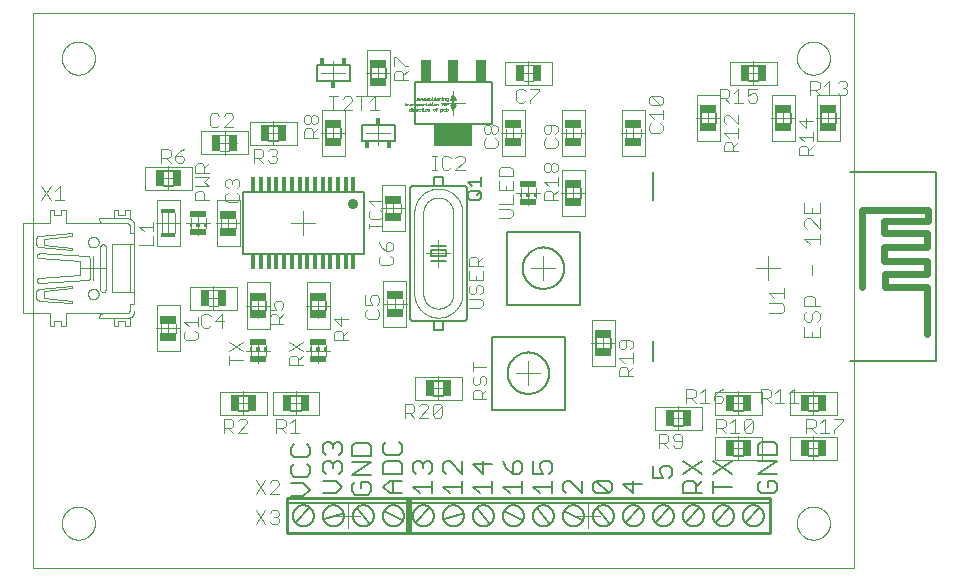
<source format=gto>
G75*
%MOIN*%
%OFA0B0*%
%FSLAX25Y25*%
%IPPOS*%
%LPD*%
%AMOC8*
5,1,8,0,0,1.08239X$1,22.5*
%
%ADD10C,0.00000*%
%ADD11C,0.00600*%
%ADD12C,0.00200*%
%ADD13C,0.00400*%
%ADD14R,0.05709X0.02953*%
%ADD15R,0.02953X0.05709*%
%ADD16C,0.00800*%
%ADD17C,0.03482*%
%ADD18R,0.01400X0.05100*%
%ADD19C,0.00500*%
%ADD20C,0.00100*%
%ADD21R,0.12600X0.07300*%
%ADD22R,0.03400X0.07300*%
%ADD23R,0.04724X0.01181*%
%ADD24R,0.00591X0.01181*%
%ADD25R,0.01181X0.01181*%
%ADD26R,0.05315X0.02362*%
%ADD27R,0.02559X0.05512*%
%ADD28R,0.05512X0.02559*%
%ADD29R,0.01800X0.02300*%
%ADD30C,0.02400*%
%ADD31C,0.01000*%
D10*
X0021404Y0011404D02*
X0021404Y0196364D01*
X0295104Y0196364D01*
X0295104Y0011404D01*
X0021404Y0011404D01*
X0030892Y0026404D02*
X0030894Y0026552D01*
X0030900Y0026700D01*
X0030910Y0026848D01*
X0030924Y0026995D01*
X0030942Y0027142D01*
X0030963Y0027288D01*
X0030989Y0027434D01*
X0031019Y0027579D01*
X0031052Y0027723D01*
X0031090Y0027866D01*
X0031131Y0028008D01*
X0031176Y0028149D01*
X0031224Y0028289D01*
X0031277Y0028428D01*
X0031333Y0028565D01*
X0031393Y0028700D01*
X0031456Y0028834D01*
X0031523Y0028966D01*
X0031594Y0029096D01*
X0031668Y0029224D01*
X0031745Y0029350D01*
X0031826Y0029474D01*
X0031910Y0029596D01*
X0031997Y0029715D01*
X0032088Y0029832D01*
X0032182Y0029947D01*
X0032278Y0030059D01*
X0032378Y0030169D01*
X0032480Y0030275D01*
X0032586Y0030379D01*
X0032694Y0030480D01*
X0032805Y0030578D01*
X0032918Y0030674D01*
X0033034Y0030766D01*
X0033152Y0030855D01*
X0033273Y0030940D01*
X0033396Y0031023D01*
X0033521Y0031102D01*
X0033648Y0031178D01*
X0033777Y0031250D01*
X0033908Y0031319D01*
X0034041Y0031384D01*
X0034176Y0031445D01*
X0034312Y0031503D01*
X0034449Y0031558D01*
X0034588Y0031608D01*
X0034729Y0031655D01*
X0034870Y0031698D01*
X0035013Y0031738D01*
X0035157Y0031773D01*
X0035301Y0031805D01*
X0035447Y0031832D01*
X0035593Y0031856D01*
X0035740Y0031876D01*
X0035887Y0031892D01*
X0036034Y0031904D01*
X0036182Y0031912D01*
X0036330Y0031916D01*
X0036478Y0031916D01*
X0036626Y0031912D01*
X0036774Y0031904D01*
X0036921Y0031892D01*
X0037068Y0031876D01*
X0037215Y0031856D01*
X0037361Y0031832D01*
X0037507Y0031805D01*
X0037651Y0031773D01*
X0037795Y0031738D01*
X0037938Y0031698D01*
X0038079Y0031655D01*
X0038220Y0031608D01*
X0038359Y0031558D01*
X0038496Y0031503D01*
X0038632Y0031445D01*
X0038767Y0031384D01*
X0038900Y0031319D01*
X0039031Y0031250D01*
X0039160Y0031178D01*
X0039287Y0031102D01*
X0039412Y0031023D01*
X0039535Y0030940D01*
X0039656Y0030855D01*
X0039774Y0030766D01*
X0039890Y0030674D01*
X0040003Y0030578D01*
X0040114Y0030480D01*
X0040222Y0030379D01*
X0040328Y0030275D01*
X0040430Y0030169D01*
X0040530Y0030059D01*
X0040626Y0029947D01*
X0040720Y0029832D01*
X0040811Y0029715D01*
X0040898Y0029596D01*
X0040982Y0029474D01*
X0041063Y0029350D01*
X0041140Y0029224D01*
X0041214Y0029096D01*
X0041285Y0028966D01*
X0041352Y0028834D01*
X0041415Y0028700D01*
X0041475Y0028565D01*
X0041531Y0028428D01*
X0041584Y0028289D01*
X0041632Y0028149D01*
X0041677Y0028008D01*
X0041718Y0027866D01*
X0041756Y0027723D01*
X0041789Y0027579D01*
X0041819Y0027434D01*
X0041845Y0027288D01*
X0041866Y0027142D01*
X0041884Y0026995D01*
X0041898Y0026848D01*
X0041908Y0026700D01*
X0041914Y0026552D01*
X0041916Y0026404D01*
X0041914Y0026256D01*
X0041908Y0026108D01*
X0041898Y0025960D01*
X0041884Y0025813D01*
X0041866Y0025666D01*
X0041845Y0025520D01*
X0041819Y0025374D01*
X0041789Y0025229D01*
X0041756Y0025085D01*
X0041718Y0024942D01*
X0041677Y0024800D01*
X0041632Y0024659D01*
X0041584Y0024519D01*
X0041531Y0024380D01*
X0041475Y0024243D01*
X0041415Y0024108D01*
X0041352Y0023974D01*
X0041285Y0023842D01*
X0041214Y0023712D01*
X0041140Y0023584D01*
X0041063Y0023458D01*
X0040982Y0023334D01*
X0040898Y0023212D01*
X0040811Y0023093D01*
X0040720Y0022976D01*
X0040626Y0022861D01*
X0040530Y0022749D01*
X0040430Y0022639D01*
X0040328Y0022533D01*
X0040222Y0022429D01*
X0040114Y0022328D01*
X0040003Y0022230D01*
X0039890Y0022134D01*
X0039774Y0022042D01*
X0039656Y0021953D01*
X0039535Y0021868D01*
X0039412Y0021785D01*
X0039287Y0021706D01*
X0039160Y0021630D01*
X0039031Y0021558D01*
X0038900Y0021489D01*
X0038767Y0021424D01*
X0038632Y0021363D01*
X0038496Y0021305D01*
X0038359Y0021250D01*
X0038220Y0021200D01*
X0038079Y0021153D01*
X0037938Y0021110D01*
X0037795Y0021070D01*
X0037651Y0021035D01*
X0037507Y0021003D01*
X0037361Y0020976D01*
X0037215Y0020952D01*
X0037068Y0020932D01*
X0036921Y0020916D01*
X0036774Y0020904D01*
X0036626Y0020896D01*
X0036478Y0020892D01*
X0036330Y0020892D01*
X0036182Y0020896D01*
X0036034Y0020904D01*
X0035887Y0020916D01*
X0035740Y0020932D01*
X0035593Y0020952D01*
X0035447Y0020976D01*
X0035301Y0021003D01*
X0035157Y0021035D01*
X0035013Y0021070D01*
X0034870Y0021110D01*
X0034729Y0021153D01*
X0034588Y0021200D01*
X0034449Y0021250D01*
X0034312Y0021305D01*
X0034176Y0021363D01*
X0034041Y0021424D01*
X0033908Y0021489D01*
X0033777Y0021558D01*
X0033648Y0021630D01*
X0033521Y0021706D01*
X0033396Y0021785D01*
X0033273Y0021868D01*
X0033152Y0021953D01*
X0033034Y0022042D01*
X0032918Y0022134D01*
X0032805Y0022230D01*
X0032694Y0022328D01*
X0032586Y0022429D01*
X0032480Y0022533D01*
X0032378Y0022639D01*
X0032278Y0022749D01*
X0032182Y0022861D01*
X0032088Y0022976D01*
X0031997Y0023093D01*
X0031910Y0023212D01*
X0031826Y0023334D01*
X0031745Y0023458D01*
X0031668Y0023584D01*
X0031594Y0023712D01*
X0031523Y0023842D01*
X0031456Y0023974D01*
X0031393Y0024108D01*
X0031333Y0024243D01*
X0031277Y0024380D01*
X0031224Y0024519D01*
X0031176Y0024659D01*
X0031131Y0024800D01*
X0031090Y0024942D01*
X0031052Y0025085D01*
X0031019Y0025229D01*
X0030989Y0025374D01*
X0030963Y0025520D01*
X0030942Y0025666D01*
X0030924Y0025813D01*
X0030910Y0025960D01*
X0030900Y0026108D01*
X0030894Y0026256D01*
X0030892Y0026404D01*
X0091404Y0062404D02*
X0091404Y0070404D01*
X0087404Y0066404D02*
X0095404Y0066404D01*
X0104904Y0066404D02*
X0112904Y0066404D01*
X0108904Y0062404D02*
X0108904Y0070404D01*
X0116404Y0079904D02*
X0116404Y0087904D01*
X0112404Y0083904D02*
X0120404Y0083904D01*
X0116404Y0094904D02*
X0116404Y0102904D01*
X0112404Y0098904D02*
X0120404Y0098904D01*
X0137886Y0099406D02*
X0145886Y0099406D01*
X0141886Y0095406D02*
X0141886Y0103406D01*
X0156404Y0112404D02*
X0156404Y0120404D01*
X0152404Y0116404D02*
X0160404Y0116404D01*
X0141404Y0127404D02*
X0141404Y0135404D01*
X0137404Y0131404D02*
X0145404Y0131404D01*
X0115404Y0126404D02*
X0107404Y0126404D01*
X0111404Y0122404D02*
X0111404Y0130404D01*
X0090404Y0126404D02*
X0082404Y0126404D01*
X0080404Y0126404D02*
X0072404Y0126404D01*
X0070404Y0126404D02*
X0062404Y0126404D01*
X0066404Y0122404D02*
X0066404Y0130404D01*
X0066404Y0137404D02*
X0066404Y0145404D01*
X0062404Y0141404D02*
X0070404Y0141404D01*
X0076404Y0130404D02*
X0076404Y0122404D01*
X0086404Y0122404D02*
X0086404Y0130404D01*
X0085124Y0149175D02*
X0085124Y0157175D01*
X0081124Y0153175D02*
X0089124Y0153175D01*
X0097404Y0156404D02*
X0105404Y0156404D01*
X0101404Y0152404D02*
X0101404Y0160404D01*
X0117404Y0156404D02*
X0125404Y0156404D01*
X0121404Y0152404D02*
X0121404Y0160404D01*
X0132404Y0156404D02*
X0140404Y0156404D01*
X0136404Y0152404D02*
X0136404Y0160404D01*
X0136404Y0172404D02*
X0136404Y0180404D01*
X0132404Y0176404D02*
X0140404Y0176404D01*
X0125404Y0176404D02*
X0117404Y0176404D01*
X0121404Y0172404D02*
X0121404Y0180404D01*
X0157404Y0166404D02*
X0165404Y0166404D01*
X0161404Y0162404D02*
X0161404Y0170404D01*
X0182404Y0176404D02*
X0190404Y0176404D01*
X0186404Y0172404D02*
X0186404Y0180404D01*
X0181404Y0160404D02*
X0181404Y0152404D01*
X0177404Y0156404D02*
X0185404Y0156404D01*
X0197404Y0156404D02*
X0205404Y0156404D01*
X0201404Y0152404D02*
X0201404Y0160404D01*
X0217404Y0156404D02*
X0225404Y0156404D01*
X0221404Y0152404D02*
X0221404Y0160404D01*
X0242404Y0161404D02*
X0250404Y0161404D01*
X0246404Y0157404D02*
X0246404Y0165404D01*
X0257404Y0176404D02*
X0265404Y0176404D01*
X0261404Y0172404D02*
X0261404Y0180404D01*
X0275892Y0181404D02*
X0275894Y0181552D01*
X0275900Y0181700D01*
X0275910Y0181848D01*
X0275924Y0181995D01*
X0275942Y0182142D01*
X0275963Y0182288D01*
X0275989Y0182434D01*
X0276019Y0182579D01*
X0276052Y0182723D01*
X0276090Y0182866D01*
X0276131Y0183008D01*
X0276176Y0183149D01*
X0276224Y0183289D01*
X0276277Y0183428D01*
X0276333Y0183565D01*
X0276393Y0183700D01*
X0276456Y0183834D01*
X0276523Y0183966D01*
X0276594Y0184096D01*
X0276668Y0184224D01*
X0276745Y0184350D01*
X0276826Y0184474D01*
X0276910Y0184596D01*
X0276997Y0184715D01*
X0277088Y0184832D01*
X0277182Y0184947D01*
X0277278Y0185059D01*
X0277378Y0185169D01*
X0277480Y0185275D01*
X0277586Y0185379D01*
X0277694Y0185480D01*
X0277805Y0185578D01*
X0277918Y0185674D01*
X0278034Y0185766D01*
X0278152Y0185855D01*
X0278273Y0185940D01*
X0278396Y0186023D01*
X0278521Y0186102D01*
X0278648Y0186178D01*
X0278777Y0186250D01*
X0278908Y0186319D01*
X0279041Y0186384D01*
X0279176Y0186445D01*
X0279312Y0186503D01*
X0279449Y0186558D01*
X0279588Y0186608D01*
X0279729Y0186655D01*
X0279870Y0186698D01*
X0280013Y0186738D01*
X0280157Y0186773D01*
X0280301Y0186805D01*
X0280447Y0186832D01*
X0280593Y0186856D01*
X0280740Y0186876D01*
X0280887Y0186892D01*
X0281034Y0186904D01*
X0281182Y0186912D01*
X0281330Y0186916D01*
X0281478Y0186916D01*
X0281626Y0186912D01*
X0281774Y0186904D01*
X0281921Y0186892D01*
X0282068Y0186876D01*
X0282215Y0186856D01*
X0282361Y0186832D01*
X0282507Y0186805D01*
X0282651Y0186773D01*
X0282795Y0186738D01*
X0282938Y0186698D01*
X0283079Y0186655D01*
X0283220Y0186608D01*
X0283359Y0186558D01*
X0283496Y0186503D01*
X0283632Y0186445D01*
X0283767Y0186384D01*
X0283900Y0186319D01*
X0284031Y0186250D01*
X0284160Y0186178D01*
X0284287Y0186102D01*
X0284412Y0186023D01*
X0284535Y0185940D01*
X0284656Y0185855D01*
X0284774Y0185766D01*
X0284890Y0185674D01*
X0285003Y0185578D01*
X0285114Y0185480D01*
X0285222Y0185379D01*
X0285328Y0185275D01*
X0285430Y0185169D01*
X0285530Y0185059D01*
X0285626Y0184947D01*
X0285720Y0184832D01*
X0285811Y0184715D01*
X0285898Y0184596D01*
X0285982Y0184474D01*
X0286063Y0184350D01*
X0286140Y0184224D01*
X0286214Y0184096D01*
X0286285Y0183966D01*
X0286352Y0183834D01*
X0286415Y0183700D01*
X0286475Y0183565D01*
X0286531Y0183428D01*
X0286584Y0183289D01*
X0286632Y0183149D01*
X0286677Y0183008D01*
X0286718Y0182866D01*
X0286756Y0182723D01*
X0286789Y0182579D01*
X0286819Y0182434D01*
X0286845Y0182288D01*
X0286866Y0182142D01*
X0286884Y0181995D01*
X0286898Y0181848D01*
X0286908Y0181700D01*
X0286914Y0181552D01*
X0286916Y0181404D01*
X0286914Y0181256D01*
X0286908Y0181108D01*
X0286898Y0180960D01*
X0286884Y0180813D01*
X0286866Y0180666D01*
X0286845Y0180520D01*
X0286819Y0180374D01*
X0286789Y0180229D01*
X0286756Y0180085D01*
X0286718Y0179942D01*
X0286677Y0179800D01*
X0286632Y0179659D01*
X0286584Y0179519D01*
X0286531Y0179380D01*
X0286475Y0179243D01*
X0286415Y0179108D01*
X0286352Y0178974D01*
X0286285Y0178842D01*
X0286214Y0178712D01*
X0286140Y0178584D01*
X0286063Y0178458D01*
X0285982Y0178334D01*
X0285898Y0178212D01*
X0285811Y0178093D01*
X0285720Y0177976D01*
X0285626Y0177861D01*
X0285530Y0177749D01*
X0285430Y0177639D01*
X0285328Y0177533D01*
X0285222Y0177429D01*
X0285114Y0177328D01*
X0285003Y0177230D01*
X0284890Y0177134D01*
X0284774Y0177042D01*
X0284656Y0176953D01*
X0284535Y0176868D01*
X0284412Y0176785D01*
X0284287Y0176706D01*
X0284160Y0176630D01*
X0284031Y0176558D01*
X0283900Y0176489D01*
X0283767Y0176424D01*
X0283632Y0176363D01*
X0283496Y0176305D01*
X0283359Y0176250D01*
X0283220Y0176200D01*
X0283079Y0176153D01*
X0282938Y0176110D01*
X0282795Y0176070D01*
X0282651Y0176035D01*
X0282507Y0176003D01*
X0282361Y0175976D01*
X0282215Y0175952D01*
X0282068Y0175932D01*
X0281921Y0175916D01*
X0281774Y0175904D01*
X0281626Y0175896D01*
X0281478Y0175892D01*
X0281330Y0175892D01*
X0281182Y0175896D01*
X0281034Y0175904D01*
X0280887Y0175916D01*
X0280740Y0175932D01*
X0280593Y0175952D01*
X0280447Y0175976D01*
X0280301Y0176003D01*
X0280157Y0176035D01*
X0280013Y0176070D01*
X0279870Y0176110D01*
X0279729Y0176153D01*
X0279588Y0176200D01*
X0279449Y0176250D01*
X0279312Y0176305D01*
X0279176Y0176363D01*
X0279041Y0176424D01*
X0278908Y0176489D01*
X0278777Y0176558D01*
X0278648Y0176630D01*
X0278521Y0176706D01*
X0278396Y0176785D01*
X0278273Y0176868D01*
X0278152Y0176953D01*
X0278034Y0177042D01*
X0277918Y0177134D01*
X0277805Y0177230D01*
X0277694Y0177328D01*
X0277586Y0177429D01*
X0277480Y0177533D01*
X0277378Y0177639D01*
X0277278Y0177749D01*
X0277182Y0177861D01*
X0277088Y0177976D01*
X0276997Y0178093D01*
X0276910Y0178212D01*
X0276826Y0178334D01*
X0276745Y0178458D01*
X0276668Y0178584D01*
X0276594Y0178712D01*
X0276523Y0178842D01*
X0276456Y0178974D01*
X0276393Y0179108D01*
X0276333Y0179243D01*
X0276277Y0179380D01*
X0276224Y0179519D01*
X0276176Y0179659D01*
X0276131Y0179800D01*
X0276090Y0179942D01*
X0276052Y0180085D01*
X0276019Y0180229D01*
X0275989Y0180374D01*
X0275963Y0180520D01*
X0275942Y0180666D01*
X0275924Y0180813D01*
X0275910Y0180960D01*
X0275900Y0181108D01*
X0275894Y0181256D01*
X0275892Y0181404D01*
X0271404Y0165404D02*
X0271404Y0157404D01*
X0267404Y0161404D02*
X0275404Y0161404D01*
X0282404Y0161404D02*
X0290404Y0161404D01*
X0286404Y0157404D02*
X0286404Y0165404D01*
X0266404Y0115404D02*
X0266404Y0107404D01*
X0262404Y0111404D02*
X0270404Y0111404D01*
X0215404Y0086404D02*
X0207404Y0086404D01*
X0211404Y0082404D02*
X0211404Y0090404D01*
X0190404Y0076404D02*
X0182404Y0076404D01*
X0186404Y0072404D02*
X0186404Y0080404D01*
X0160404Y0071404D02*
X0152404Y0071404D01*
X0156404Y0067404D02*
X0156404Y0075404D01*
X0191404Y0107404D02*
X0191404Y0115404D01*
X0187404Y0111404D02*
X0195404Y0111404D01*
X0201404Y0132404D02*
X0201404Y0140404D01*
X0197404Y0136404D02*
X0205404Y0136404D01*
X0190404Y0136404D02*
X0182404Y0136404D01*
X0186404Y0132404D02*
X0186404Y0140404D01*
X0100404Y0098904D02*
X0092404Y0098904D01*
X0096404Y0094904D02*
X0096404Y0102904D01*
X0085404Y0101404D02*
X0077404Y0101404D01*
X0081404Y0097404D02*
X0081404Y0105404D01*
X0066404Y0095404D02*
X0066404Y0087404D01*
X0062404Y0091404D02*
X0070404Y0091404D01*
X0092404Y0083904D02*
X0100404Y0083904D01*
X0096404Y0079904D02*
X0096404Y0087904D01*
X0045404Y0111404D02*
X0037404Y0111404D01*
X0041404Y0107404D02*
X0041404Y0115404D01*
X0039632Y0120065D02*
X0039634Y0120149D01*
X0039640Y0120232D01*
X0039650Y0120315D01*
X0039664Y0120398D01*
X0039681Y0120480D01*
X0039703Y0120561D01*
X0039728Y0120640D01*
X0039757Y0120719D01*
X0039790Y0120796D01*
X0039826Y0120871D01*
X0039866Y0120945D01*
X0039909Y0121017D01*
X0039956Y0121086D01*
X0040006Y0121153D01*
X0040059Y0121218D01*
X0040115Y0121280D01*
X0040173Y0121340D01*
X0040235Y0121397D01*
X0040299Y0121450D01*
X0040366Y0121501D01*
X0040435Y0121548D01*
X0040506Y0121593D01*
X0040579Y0121633D01*
X0040654Y0121670D01*
X0040731Y0121704D01*
X0040809Y0121734D01*
X0040888Y0121760D01*
X0040969Y0121783D01*
X0041051Y0121801D01*
X0041133Y0121816D01*
X0041216Y0121827D01*
X0041299Y0121834D01*
X0041383Y0121837D01*
X0041467Y0121836D01*
X0041550Y0121831D01*
X0041634Y0121822D01*
X0041716Y0121809D01*
X0041798Y0121793D01*
X0041879Y0121772D01*
X0041960Y0121748D01*
X0042038Y0121720D01*
X0042116Y0121688D01*
X0042192Y0121652D01*
X0042266Y0121613D01*
X0042338Y0121571D01*
X0042408Y0121525D01*
X0042476Y0121476D01*
X0042541Y0121424D01*
X0042604Y0121369D01*
X0042664Y0121311D01*
X0042722Y0121250D01*
X0042776Y0121186D01*
X0042828Y0121120D01*
X0042876Y0121052D01*
X0042921Y0120981D01*
X0042962Y0120908D01*
X0043001Y0120834D01*
X0043035Y0120758D01*
X0043066Y0120680D01*
X0043093Y0120601D01*
X0043117Y0120520D01*
X0043136Y0120439D01*
X0043152Y0120357D01*
X0043164Y0120274D01*
X0043172Y0120190D01*
X0043176Y0120107D01*
X0043176Y0120023D01*
X0043172Y0119940D01*
X0043164Y0119856D01*
X0043152Y0119773D01*
X0043136Y0119691D01*
X0043117Y0119610D01*
X0043093Y0119529D01*
X0043066Y0119450D01*
X0043035Y0119372D01*
X0043001Y0119296D01*
X0042962Y0119222D01*
X0042921Y0119149D01*
X0042876Y0119078D01*
X0042828Y0119010D01*
X0042776Y0118944D01*
X0042722Y0118880D01*
X0042664Y0118819D01*
X0042604Y0118761D01*
X0042541Y0118706D01*
X0042476Y0118654D01*
X0042408Y0118605D01*
X0042338Y0118559D01*
X0042266Y0118517D01*
X0042192Y0118478D01*
X0042116Y0118442D01*
X0042038Y0118410D01*
X0041960Y0118382D01*
X0041879Y0118358D01*
X0041798Y0118337D01*
X0041716Y0118321D01*
X0041634Y0118308D01*
X0041550Y0118299D01*
X0041467Y0118294D01*
X0041383Y0118293D01*
X0041299Y0118296D01*
X0041216Y0118303D01*
X0041133Y0118314D01*
X0041051Y0118329D01*
X0040969Y0118347D01*
X0040888Y0118370D01*
X0040809Y0118396D01*
X0040731Y0118426D01*
X0040654Y0118460D01*
X0040579Y0118497D01*
X0040506Y0118537D01*
X0040435Y0118582D01*
X0040366Y0118629D01*
X0040299Y0118680D01*
X0040235Y0118733D01*
X0040173Y0118790D01*
X0040115Y0118850D01*
X0040059Y0118912D01*
X0040006Y0118977D01*
X0039956Y0119044D01*
X0039909Y0119113D01*
X0039866Y0119185D01*
X0039826Y0119259D01*
X0039790Y0119334D01*
X0039757Y0119411D01*
X0039728Y0119490D01*
X0039703Y0119569D01*
X0039681Y0119650D01*
X0039664Y0119732D01*
X0039650Y0119815D01*
X0039640Y0119898D01*
X0039634Y0119981D01*
X0039632Y0120065D01*
X0039632Y0102742D02*
X0039634Y0102826D01*
X0039640Y0102909D01*
X0039650Y0102992D01*
X0039664Y0103075D01*
X0039681Y0103157D01*
X0039703Y0103238D01*
X0039728Y0103317D01*
X0039757Y0103396D01*
X0039790Y0103473D01*
X0039826Y0103548D01*
X0039866Y0103622D01*
X0039909Y0103694D01*
X0039956Y0103763D01*
X0040006Y0103830D01*
X0040059Y0103895D01*
X0040115Y0103957D01*
X0040173Y0104017D01*
X0040235Y0104074D01*
X0040299Y0104127D01*
X0040366Y0104178D01*
X0040435Y0104225D01*
X0040506Y0104270D01*
X0040579Y0104310D01*
X0040654Y0104347D01*
X0040731Y0104381D01*
X0040809Y0104411D01*
X0040888Y0104437D01*
X0040969Y0104460D01*
X0041051Y0104478D01*
X0041133Y0104493D01*
X0041216Y0104504D01*
X0041299Y0104511D01*
X0041383Y0104514D01*
X0041467Y0104513D01*
X0041550Y0104508D01*
X0041634Y0104499D01*
X0041716Y0104486D01*
X0041798Y0104470D01*
X0041879Y0104449D01*
X0041960Y0104425D01*
X0042038Y0104397D01*
X0042116Y0104365D01*
X0042192Y0104329D01*
X0042266Y0104290D01*
X0042338Y0104248D01*
X0042408Y0104202D01*
X0042476Y0104153D01*
X0042541Y0104101D01*
X0042604Y0104046D01*
X0042664Y0103988D01*
X0042722Y0103927D01*
X0042776Y0103863D01*
X0042828Y0103797D01*
X0042876Y0103729D01*
X0042921Y0103658D01*
X0042962Y0103585D01*
X0043001Y0103511D01*
X0043035Y0103435D01*
X0043066Y0103357D01*
X0043093Y0103278D01*
X0043117Y0103197D01*
X0043136Y0103116D01*
X0043152Y0103034D01*
X0043164Y0102951D01*
X0043172Y0102867D01*
X0043176Y0102784D01*
X0043176Y0102700D01*
X0043172Y0102617D01*
X0043164Y0102533D01*
X0043152Y0102450D01*
X0043136Y0102368D01*
X0043117Y0102287D01*
X0043093Y0102206D01*
X0043066Y0102127D01*
X0043035Y0102049D01*
X0043001Y0101973D01*
X0042962Y0101899D01*
X0042921Y0101826D01*
X0042876Y0101755D01*
X0042828Y0101687D01*
X0042776Y0101621D01*
X0042722Y0101557D01*
X0042664Y0101496D01*
X0042604Y0101438D01*
X0042541Y0101383D01*
X0042476Y0101331D01*
X0042408Y0101282D01*
X0042338Y0101236D01*
X0042266Y0101194D01*
X0042192Y0101155D01*
X0042116Y0101119D01*
X0042038Y0101087D01*
X0041960Y0101059D01*
X0041879Y0101035D01*
X0041798Y0101014D01*
X0041716Y0100998D01*
X0041634Y0100985D01*
X0041550Y0100976D01*
X0041467Y0100971D01*
X0041383Y0100970D01*
X0041299Y0100973D01*
X0041216Y0100980D01*
X0041133Y0100991D01*
X0041051Y0101006D01*
X0040969Y0101024D01*
X0040888Y0101047D01*
X0040809Y0101073D01*
X0040731Y0101103D01*
X0040654Y0101137D01*
X0040579Y0101174D01*
X0040506Y0101214D01*
X0040435Y0101259D01*
X0040366Y0101306D01*
X0040299Y0101357D01*
X0040235Y0101410D01*
X0040173Y0101467D01*
X0040115Y0101527D01*
X0040059Y0101589D01*
X0040006Y0101654D01*
X0039956Y0101721D01*
X0039909Y0101790D01*
X0039866Y0101862D01*
X0039826Y0101936D01*
X0039790Y0102011D01*
X0039757Y0102088D01*
X0039728Y0102167D01*
X0039703Y0102246D01*
X0039681Y0102327D01*
X0039664Y0102409D01*
X0039650Y0102492D01*
X0039640Y0102575D01*
X0039634Y0102658D01*
X0039632Y0102742D01*
X0126404Y0032904D02*
X0126404Y0024904D01*
X0122404Y0028904D02*
X0130404Y0028904D01*
X0202404Y0028904D02*
X0210404Y0028904D01*
X0206404Y0024904D02*
X0206404Y0032904D01*
X0236404Y0057404D02*
X0236404Y0065404D01*
X0232404Y0061404D02*
X0240404Y0061404D01*
X0252404Y0066404D02*
X0260404Y0066404D01*
X0256404Y0062404D02*
X0256404Y0070404D01*
X0256404Y0055404D02*
X0256404Y0047404D01*
X0252404Y0051404D02*
X0260404Y0051404D01*
X0277404Y0051404D02*
X0285404Y0051404D01*
X0281404Y0047404D02*
X0281404Y0055404D01*
X0281404Y0062404D02*
X0281404Y0070404D01*
X0277404Y0066404D02*
X0285404Y0066404D01*
X0275892Y0026404D02*
X0275894Y0026552D01*
X0275900Y0026700D01*
X0275910Y0026848D01*
X0275924Y0026995D01*
X0275942Y0027142D01*
X0275963Y0027288D01*
X0275989Y0027434D01*
X0276019Y0027579D01*
X0276052Y0027723D01*
X0276090Y0027866D01*
X0276131Y0028008D01*
X0276176Y0028149D01*
X0276224Y0028289D01*
X0276277Y0028428D01*
X0276333Y0028565D01*
X0276393Y0028700D01*
X0276456Y0028834D01*
X0276523Y0028966D01*
X0276594Y0029096D01*
X0276668Y0029224D01*
X0276745Y0029350D01*
X0276826Y0029474D01*
X0276910Y0029596D01*
X0276997Y0029715D01*
X0277088Y0029832D01*
X0277182Y0029947D01*
X0277278Y0030059D01*
X0277378Y0030169D01*
X0277480Y0030275D01*
X0277586Y0030379D01*
X0277694Y0030480D01*
X0277805Y0030578D01*
X0277918Y0030674D01*
X0278034Y0030766D01*
X0278152Y0030855D01*
X0278273Y0030940D01*
X0278396Y0031023D01*
X0278521Y0031102D01*
X0278648Y0031178D01*
X0278777Y0031250D01*
X0278908Y0031319D01*
X0279041Y0031384D01*
X0279176Y0031445D01*
X0279312Y0031503D01*
X0279449Y0031558D01*
X0279588Y0031608D01*
X0279729Y0031655D01*
X0279870Y0031698D01*
X0280013Y0031738D01*
X0280157Y0031773D01*
X0280301Y0031805D01*
X0280447Y0031832D01*
X0280593Y0031856D01*
X0280740Y0031876D01*
X0280887Y0031892D01*
X0281034Y0031904D01*
X0281182Y0031912D01*
X0281330Y0031916D01*
X0281478Y0031916D01*
X0281626Y0031912D01*
X0281774Y0031904D01*
X0281921Y0031892D01*
X0282068Y0031876D01*
X0282215Y0031856D01*
X0282361Y0031832D01*
X0282507Y0031805D01*
X0282651Y0031773D01*
X0282795Y0031738D01*
X0282938Y0031698D01*
X0283079Y0031655D01*
X0283220Y0031608D01*
X0283359Y0031558D01*
X0283496Y0031503D01*
X0283632Y0031445D01*
X0283767Y0031384D01*
X0283900Y0031319D01*
X0284031Y0031250D01*
X0284160Y0031178D01*
X0284287Y0031102D01*
X0284412Y0031023D01*
X0284535Y0030940D01*
X0284656Y0030855D01*
X0284774Y0030766D01*
X0284890Y0030674D01*
X0285003Y0030578D01*
X0285114Y0030480D01*
X0285222Y0030379D01*
X0285328Y0030275D01*
X0285430Y0030169D01*
X0285530Y0030059D01*
X0285626Y0029947D01*
X0285720Y0029832D01*
X0285811Y0029715D01*
X0285898Y0029596D01*
X0285982Y0029474D01*
X0286063Y0029350D01*
X0286140Y0029224D01*
X0286214Y0029096D01*
X0286285Y0028966D01*
X0286352Y0028834D01*
X0286415Y0028700D01*
X0286475Y0028565D01*
X0286531Y0028428D01*
X0286584Y0028289D01*
X0286632Y0028149D01*
X0286677Y0028008D01*
X0286718Y0027866D01*
X0286756Y0027723D01*
X0286789Y0027579D01*
X0286819Y0027434D01*
X0286845Y0027288D01*
X0286866Y0027142D01*
X0286884Y0026995D01*
X0286898Y0026848D01*
X0286908Y0026700D01*
X0286914Y0026552D01*
X0286916Y0026404D01*
X0286914Y0026256D01*
X0286908Y0026108D01*
X0286898Y0025960D01*
X0286884Y0025813D01*
X0286866Y0025666D01*
X0286845Y0025520D01*
X0286819Y0025374D01*
X0286789Y0025229D01*
X0286756Y0025085D01*
X0286718Y0024942D01*
X0286677Y0024800D01*
X0286632Y0024659D01*
X0286584Y0024519D01*
X0286531Y0024380D01*
X0286475Y0024243D01*
X0286415Y0024108D01*
X0286352Y0023974D01*
X0286285Y0023842D01*
X0286214Y0023712D01*
X0286140Y0023584D01*
X0286063Y0023458D01*
X0285982Y0023334D01*
X0285898Y0023212D01*
X0285811Y0023093D01*
X0285720Y0022976D01*
X0285626Y0022861D01*
X0285530Y0022749D01*
X0285430Y0022639D01*
X0285328Y0022533D01*
X0285222Y0022429D01*
X0285114Y0022328D01*
X0285003Y0022230D01*
X0284890Y0022134D01*
X0284774Y0022042D01*
X0284656Y0021953D01*
X0284535Y0021868D01*
X0284412Y0021785D01*
X0284287Y0021706D01*
X0284160Y0021630D01*
X0284031Y0021558D01*
X0283900Y0021489D01*
X0283767Y0021424D01*
X0283632Y0021363D01*
X0283496Y0021305D01*
X0283359Y0021250D01*
X0283220Y0021200D01*
X0283079Y0021153D01*
X0282938Y0021110D01*
X0282795Y0021070D01*
X0282651Y0021035D01*
X0282507Y0021003D01*
X0282361Y0020976D01*
X0282215Y0020952D01*
X0282068Y0020932D01*
X0281921Y0020916D01*
X0281774Y0020904D01*
X0281626Y0020896D01*
X0281478Y0020892D01*
X0281330Y0020892D01*
X0281182Y0020896D01*
X0281034Y0020904D01*
X0280887Y0020916D01*
X0280740Y0020932D01*
X0280593Y0020952D01*
X0280447Y0020976D01*
X0280301Y0021003D01*
X0280157Y0021035D01*
X0280013Y0021070D01*
X0279870Y0021110D01*
X0279729Y0021153D01*
X0279588Y0021200D01*
X0279449Y0021250D01*
X0279312Y0021305D01*
X0279176Y0021363D01*
X0279041Y0021424D01*
X0278908Y0021489D01*
X0278777Y0021558D01*
X0278648Y0021630D01*
X0278521Y0021706D01*
X0278396Y0021785D01*
X0278273Y0021868D01*
X0278152Y0021953D01*
X0278034Y0022042D01*
X0277918Y0022134D01*
X0277805Y0022230D01*
X0277694Y0022328D01*
X0277586Y0022429D01*
X0277480Y0022533D01*
X0277378Y0022639D01*
X0277278Y0022749D01*
X0277182Y0022861D01*
X0277088Y0022976D01*
X0276997Y0023093D01*
X0276910Y0023212D01*
X0276826Y0023334D01*
X0276745Y0023458D01*
X0276668Y0023584D01*
X0276594Y0023712D01*
X0276523Y0023842D01*
X0276456Y0023974D01*
X0276393Y0024108D01*
X0276333Y0024243D01*
X0276277Y0024380D01*
X0276224Y0024519D01*
X0276176Y0024659D01*
X0276131Y0024800D01*
X0276090Y0024942D01*
X0276052Y0025085D01*
X0276019Y0025229D01*
X0275989Y0025374D01*
X0275963Y0025520D01*
X0275942Y0025666D01*
X0275924Y0025813D01*
X0275910Y0025960D01*
X0275900Y0026108D01*
X0275894Y0026256D01*
X0275892Y0026404D01*
X0030892Y0181404D02*
X0030894Y0181552D01*
X0030900Y0181700D01*
X0030910Y0181848D01*
X0030924Y0181995D01*
X0030942Y0182142D01*
X0030963Y0182288D01*
X0030989Y0182434D01*
X0031019Y0182579D01*
X0031052Y0182723D01*
X0031090Y0182866D01*
X0031131Y0183008D01*
X0031176Y0183149D01*
X0031224Y0183289D01*
X0031277Y0183428D01*
X0031333Y0183565D01*
X0031393Y0183700D01*
X0031456Y0183834D01*
X0031523Y0183966D01*
X0031594Y0184096D01*
X0031668Y0184224D01*
X0031745Y0184350D01*
X0031826Y0184474D01*
X0031910Y0184596D01*
X0031997Y0184715D01*
X0032088Y0184832D01*
X0032182Y0184947D01*
X0032278Y0185059D01*
X0032378Y0185169D01*
X0032480Y0185275D01*
X0032586Y0185379D01*
X0032694Y0185480D01*
X0032805Y0185578D01*
X0032918Y0185674D01*
X0033034Y0185766D01*
X0033152Y0185855D01*
X0033273Y0185940D01*
X0033396Y0186023D01*
X0033521Y0186102D01*
X0033648Y0186178D01*
X0033777Y0186250D01*
X0033908Y0186319D01*
X0034041Y0186384D01*
X0034176Y0186445D01*
X0034312Y0186503D01*
X0034449Y0186558D01*
X0034588Y0186608D01*
X0034729Y0186655D01*
X0034870Y0186698D01*
X0035013Y0186738D01*
X0035157Y0186773D01*
X0035301Y0186805D01*
X0035447Y0186832D01*
X0035593Y0186856D01*
X0035740Y0186876D01*
X0035887Y0186892D01*
X0036034Y0186904D01*
X0036182Y0186912D01*
X0036330Y0186916D01*
X0036478Y0186916D01*
X0036626Y0186912D01*
X0036774Y0186904D01*
X0036921Y0186892D01*
X0037068Y0186876D01*
X0037215Y0186856D01*
X0037361Y0186832D01*
X0037507Y0186805D01*
X0037651Y0186773D01*
X0037795Y0186738D01*
X0037938Y0186698D01*
X0038079Y0186655D01*
X0038220Y0186608D01*
X0038359Y0186558D01*
X0038496Y0186503D01*
X0038632Y0186445D01*
X0038767Y0186384D01*
X0038900Y0186319D01*
X0039031Y0186250D01*
X0039160Y0186178D01*
X0039287Y0186102D01*
X0039412Y0186023D01*
X0039535Y0185940D01*
X0039656Y0185855D01*
X0039774Y0185766D01*
X0039890Y0185674D01*
X0040003Y0185578D01*
X0040114Y0185480D01*
X0040222Y0185379D01*
X0040328Y0185275D01*
X0040430Y0185169D01*
X0040530Y0185059D01*
X0040626Y0184947D01*
X0040720Y0184832D01*
X0040811Y0184715D01*
X0040898Y0184596D01*
X0040982Y0184474D01*
X0041063Y0184350D01*
X0041140Y0184224D01*
X0041214Y0184096D01*
X0041285Y0183966D01*
X0041352Y0183834D01*
X0041415Y0183700D01*
X0041475Y0183565D01*
X0041531Y0183428D01*
X0041584Y0183289D01*
X0041632Y0183149D01*
X0041677Y0183008D01*
X0041718Y0182866D01*
X0041756Y0182723D01*
X0041789Y0182579D01*
X0041819Y0182434D01*
X0041845Y0182288D01*
X0041866Y0182142D01*
X0041884Y0181995D01*
X0041898Y0181848D01*
X0041908Y0181700D01*
X0041914Y0181552D01*
X0041916Y0181404D01*
X0041914Y0181256D01*
X0041908Y0181108D01*
X0041898Y0180960D01*
X0041884Y0180813D01*
X0041866Y0180666D01*
X0041845Y0180520D01*
X0041819Y0180374D01*
X0041789Y0180229D01*
X0041756Y0180085D01*
X0041718Y0179942D01*
X0041677Y0179800D01*
X0041632Y0179659D01*
X0041584Y0179519D01*
X0041531Y0179380D01*
X0041475Y0179243D01*
X0041415Y0179108D01*
X0041352Y0178974D01*
X0041285Y0178842D01*
X0041214Y0178712D01*
X0041140Y0178584D01*
X0041063Y0178458D01*
X0040982Y0178334D01*
X0040898Y0178212D01*
X0040811Y0178093D01*
X0040720Y0177976D01*
X0040626Y0177861D01*
X0040530Y0177749D01*
X0040430Y0177639D01*
X0040328Y0177533D01*
X0040222Y0177429D01*
X0040114Y0177328D01*
X0040003Y0177230D01*
X0039890Y0177134D01*
X0039774Y0177042D01*
X0039656Y0176953D01*
X0039535Y0176868D01*
X0039412Y0176785D01*
X0039287Y0176706D01*
X0039160Y0176630D01*
X0039031Y0176558D01*
X0038900Y0176489D01*
X0038767Y0176424D01*
X0038632Y0176363D01*
X0038496Y0176305D01*
X0038359Y0176250D01*
X0038220Y0176200D01*
X0038079Y0176153D01*
X0037938Y0176110D01*
X0037795Y0176070D01*
X0037651Y0176035D01*
X0037507Y0176003D01*
X0037361Y0175976D01*
X0037215Y0175952D01*
X0037068Y0175932D01*
X0036921Y0175916D01*
X0036774Y0175904D01*
X0036626Y0175896D01*
X0036478Y0175892D01*
X0036330Y0175892D01*
X0036182Y0175896D01*
X0036034Y0175904D01*
X0035887Y0175916D01*
X0035740Y0175932D01*
X0035593Y0175952D01*
X0035447Y0175976D01*
X0035301Y0176003D01*
X0035157Y0176035D01*
X0035013Y0176070D01*
X0034870Y0176110D01*
X0034729Y0176153D01*
X0034588Y0176200D01*
X0034449Y0176250D01*
X0034312Y0176305D01*
X0034176Y0176363D01*
X0034041Y0176424D01*
X0033908Y0176489D01*
X0033777Y0176558D01*
X0033648Y0176630D01*
X0033521Y0176706D01*
X0033396Y0176785D01*
X0033273Y0176868D01*
X0033152Y0176953D01*
X0033034Y0177042D01*
X0032918Y0177134D01*
X0032805Y0177230D01*
X0032694Y0177328D01*
X0032586Y0177429D01*
X0032480Y0177533D01*
X0032378Y0177639D01*
X0032278Y0177749D01*
X0032182Y0177861D01*
X0032088Y0177976D01*
X0031997Y0178093D01*
X0031910Y0178212D01*
X0031826Y0178334D01*
X0031745Y0178458D01*
X0031668Y0178584D01*
X0031594Y0178712D01*
X0031523Y0178842D01*
X0031456Y0178974D01*
X0031393Y0179108D01*
X0031333Y0179243D01*
X0031277Y0179380D01*
X0031224Y0179519D01*
X0031176Y0179659D01*
X0031131Y0179800D01*
X0031090Y0179942D01*
X0031052Y0180085D01*
X0031019Y0180229D01*
X0030989Y0180374D01*
X0030963Y0180520D01*
X0030942Y0180666D01*
X0030924Y0180813D01*
X0030910Y0180960D01*
X0030900Y0181108D01*
X0030894Y0181256D01*
X0030892Y0181404D01*
D11*
X0064789Y0143904D02*
X0068018Y0143904D01*
X0068018Y0138904D02*
X0064789Y0138904D01*
X0099789Y0153904D02*
X0103018Y0153904D01*
X0103018Y0158904D02*
X0099789Y0158904D01*
X0118904Y0158018D02*
X0118904Y0154789D01*
X0123904Y0154789D02*
X0123904Y0158018D01*
X0133904Y0174789D02*
X0133904Y0178018D01*
X0138904Y0178018D02*
X0138904Y0174789D01*
X0154904Y0141904D02*
X0154904Y0138904D01*
X0157904Y0138904D01*
X0157904Y0141904D01*
X0154904Y0141904D01*
X0154904Y0138904D02*
X0151904Y0138904D01*
X0147904Y0138904D01*
X0147844Y0138902D01*
X0147783Y0138897D01*
X0147724Y0138888D01*
X0147665Y0138875D01*
X0147606Y0138859D01*
X0147549Y0138839D01*
X0147494Y0138816D01*
X0147439Y0138789D01*
X0147387Y0138760D01*
X0147336Y0138727D01*
X0147287Y0138691D01*
X0147241Y0138653D01*
X0147197Y0138611D01*
X0147155Y0138567D01*
X0147117Y0138521D01*
X0147081Y0138472D01*
X0147048Y0138421D01*
X0147019Y0138369D01*
X0146992Y0138314D01*
X0146969Y0138259D01*
X0146949Y0138202D01*
X0146933Y0138143D01*
X0146920Y0138084D01*
X0146911Y0138025D01*
X0146906Y0137964D01*
X0146904Y0137904D01*
X0146904Y0094904D01*
X0146906Y0094844D01*
X0146911Y0094783D01*
X0146920Y0094724D01*
X0146933Y0094665D01*
X0146949Y0094606D01*
X0146969Y0094549D01*
X0146992Y0094494D01*
X0147019Y0094439D01*
X0147048Y0094387D01*
X0147081Y0094336D01*
X0147117Y0094287D01*
X0147155Y0094241D01*
X0147197Y0094197D01*
X0147241Y0094155D01*
X0147287Y0094117D01*
X0147336Y0094081D01*
X0147387Y0094048D01*
X0147439Y0094019D01*
X0147494Y0093992D01*
X0147549Y0093969D01*
X0147606Y0093949D01*
X0147665Y0093933D01*
X0147724Y0093920D01*
X0147783Y0093911D01*
X0147844Y0093906D01*
X0147904Y0093904D01*
X0151904Y0093904D01*
X0160904Y0093904D01*
X0164904Y0093904D01*
X0164964Y0093906D01*
X0165025Y0093911D01*
X0165084Y0093920D01*
X0165143Y0093933D01*
X0165202Y0093949D01*
X0165259Y0093969D01*
X0165314Y0093992D01*
X0165369Y0094019D01*
X0165421Y0094048D01*
X0165472Y0094081D01*
X0165521Y0094117D01*
X0165567Y0094155D01*
X0165611Y0094197D01*
X0165653Y0094241D01*
X0165691Y0094287D01*
X0165727Y0094336D01*
X0165760Y0094387D01*
X0165789Y0094439D01*
X0165816Y0094494D01*
X0165839Y0094549D01*
X0165859Y0094606D01*
X0165875Y0094665D01*
X0165888Y0094724D01*
X0165897Y0094783D01*
X0165902Y0094844D01*
X0165904Y0094904D01*
X0165904Y0137904D01*
X0165902Y0137964D01*
X0165897Y0138025D01*
X0165888Y0138084D01*
X0165875Y0138143D01*
X0165859Y0138202D01*
X0165839Y0138259D01*
X0165816Y0138314D01*
X0165789Y0138369D01*
X0165760Y0138421D01*
X0165727Y0138472D01*
X0165691Y0138521D01*
X0165653Y0138567D01*
X0165611Y0138611D01*
X0165567Y0138653D01*
X0165521Y0138691D01*
X0165472Y0138727D01*
X0165421Y0138760D01*
X0165369Y0138789D01*
X0165314Y0138816D01*
X0165259Y0138839D01*
X0165202Y0138859D01*
X0165143Y0138875D01*
X0165084Y0138888D01*
X0165025Y0138897D01*
X0164964Y0138902D01*
X0164904Y0138904D01*
X0160904Y0138904D01*
X0157904Y0138904D01*
X0158904Y0118904D02*
X0156404Y0118904D01*
X0153904Y0118904D01*
X0153904Y0117404D02*
X0153904Y0115404D01*
X0158904Y0115404D01*
X0158904Y0117404D01*
X0153904Y0117404D01*
X0153904Y0113904D02*
X0156404Y0113904D01*
X0158904Y0113904D01*
X0157904Y0093904D02*
X0157904Y0090904D01*
X0154904Y0090904D01*
X0154904Y0093904D01*
X0154789Y0073904D02*
X0158018Y0073904D01*
X0158018Y0068904D02*
X0154789Y0068904D01*
X0143382Y0053471D02*
X0144450Y0052404D01*
X0144450Y0050268D01*
X0143382Y0049201D01*
X0139112Y0049201D01*
X0138045Y0050268D01*
X0138045Y0052404D01*
X0139112Y0053471D01*
X0133948Y0052010D02*
X0132880Y0053077D01*
X0128610Y0053077D01*
X0127543Y0052010D01*
X0127543Y0048807D01*
X0133948Y0048807D01*
X0133948Y0052010D01*
X0139112Y0047026D02*
X0138045Y0045958D01*
X0138045Y0042755D01*
X0144450Y0042755D01*
X0144450Y0045958D01*
X0143382Y0047026D01*
X0139112Y0047026D01*
X0133948Y0046632D02*
X0127543Y0046632D01*
X0124450Y0045958D02*
X0124450Y0043823D01*
X0123382Y0042755D01*
X0122315Y0040580D02*
X0118045Y0040580D01*
X0119112Y0042755D02*
X0118045Y0043823D01*
X0118045Y0045958D01*
X0119112Y0047026D01*
X0120180Y0047026D01*
X0121247Y0045958D01*
X0122315Y0047026D01*
X0123382Y0047026D01*
X0124450Y0045958D01*
X0121247Y0045958D02*
X0121247Y0044890D01*
X0122315Y0040580D02*
X0124450Y0038445D01*
X0122315Y0036310D01*
X0118045Y0036310D01*
X0113564Y0037608D02*
X0111429Y0039744D01*
X0107159Y0039744D01*
X0108226Y0041919D02*
X0112497Y0041919D01*
X0113564Y0042986D01*
X0113564Y0045121D01*
X0112497Y0046189D01*
X0112497Y0048364D02*
X0108226Y0048364D01*
X0107159Y0049432D01*
X0107159Y0051567D01*
X0108226Y0052635D01*
X0112497Y0052635D02*
X0113564Y0051567D01*
X0113564Y0049432D01*
X0112497Y0048364D01*
X0108226Y0046189D02*
X0107159Y0045121D01*
X0107159Y0042986D01*
X0108226Y0041919D01*
X0113564Y0037608D02*
X0111429Y0035473D01*
X0107159Y0035473D01*
X0106325Y0033234D02*
X0146482Y0033234D01*
X0146325Y0033234D02*
X0266482Y0033234D01*
X0263404Y0031404D02*
X0258904Y0026904D01*
X0257904Y0028904D02*
X0257906Y0029022D01*
X0257912Y0029140D01*
X0257922Y0029258D01*
X0257936Y0029375D01*
X0257954Y0029492D01*
X0257976Y0029609D01*
X0258001Y0029724D01*
X0258031Y0029838D01*
X0258065Y0029952D01*
X0258102Y0030064D01*
X0258143Y0030175D01*
X0258188Y0030284D01*
X0258236Y0030392D01*
X0258288Y0030498D01*
X0258344Y0030603D01*
X0258403Y0030705D01*
X0258465Y0030805D01*
X0258531Y0030903D01*
X0258600Y0030999D01*
X0258673Y0031093D01*
X0258748Y0031184D01*
X0258827Y0031272D01*
X0258908Y0031358D01*
X0258993Y0031441D01*
X0259080Y0031521D01*
X0259169Y0031598D01*
X0259262Y0031672D01*
X0259356Y0031742D01*
X0259453Y0031810D01*
X0259553Y0031874D01*
X0259654Y0031935D01*
X0259757Y0031992D01*
X0259863Y0032046D01*
X0259970Y0032097D01*
X0260078Y0032143D01*
X0260188Y0032186D01*
X0260300Y0032225D01*
X0260413Y0032261D01*
X0260527Y0032292D01*
X0260642Y0032320D01*
X0260757Y0032344D01*
X0260874Y0032364D01*
X0260991Y0032380D01*
X0261109Y0032392D01*
X0261227Y0032400D01*
X0261345Y0032404D01*
X0261463Y0032404D01*
X0261581Y0032400D01*
X0261699Y0032392D01*
X0261817Y0032380D01*
X0261934Y0032364D01*
X0262051Y0032344D01*
X0262166Y0032320D01*
X0262281Y0032292D01*
X0262395Y0032261D01*
X0262508Y0032225D01*
X0262620Y0032186D01*
X0262730Y0032143D01*
X0262838Y0032097D01*
X0262945Y0032046D01*
X0263051Y0031992D01*
X0263154Y0031935D01*
X0263255Y0031874D01*
X0263355Y0031810D01*
X0263452Y0031742D01*
X0263546Y0031672D01*
X0263639Y0031598D01*
X0263728Y0031521D01*
X0263815Y0031441D01*
X0263900Y0031358D01*
X0263981Y0031272D01*
X0264060Y0031184D01*
X0264135Y0031093D01*
X0264208Y0030999D01*
X0264277Y0030903D01*
X0264343Y0030805D01*
X0264405Y0030705D01*
X0264464Y0030603D01*
X0264520Y0030498D01*
X0264572Y0030392D01*
X0264620Y0030284D01*
X0264665Y0030175D01*
X0264706Y0030064D01*
X0264743Y0029952D01*
X0264777Y0029838D01*
X0264807Y0029724D01*
X0264832Y0029609D01*
X0264854Y0029492D01*
X0264872Y0029375D01*
X0264886Y0029258D01*
X0264896Y0029140D01*
X0264902Y0029022D01*
X0264904Y0028904D01*
X0264902Y0028786D01*
X0264896Y0028668D01*
X0264886Y0028550D01*
X0264872Y0028433D01*
X0264854Y0028316D01*
X0264832Y0028199D01*
X0264807Y0028084D01*
X0264777Y0027970D01*
X0264743Y0027856D01*
X0264706Y0027744D01*
X0264665Y0027633D01*
X0264620Y0027524D01*
X0264572Y0027416D01*
X0264520Y0027310D01*
X0264464Y0027205D01*
X0264405Y0027103D01*
X0264343Y0027003D01*
X0264277Y0026905D01*
X0264208Y0026809D01*
X0264135Y0026715D01*
X0264060Y0026624D01*
X0263981Y0026536D01*
X0263900Y0026450D01*
X0263815Y0026367D01*
X0263728Y0026287D01*
X0263639Y0026210D01*
X0263546Y0026136D01*
X0263452Y0026066D01*
X0263355Y0025998D01*
X0263255Y0025934D01*
X0263154Y0025873D01*
X0263051Y0025816D01*
X0262945Y0025762D01*
X0262838Y0025711D01*
X0262730Y0025665D01*
X0262620Y0025622D01*
X0262508Y0025583D01*
X0262395Y0025547D01*
X0262281Y0025516D01*
X0262166Y0025488D01*
X0262051Y0025464D01*
X0261934Y0025444D01*
X0261817Y0025428D01*
X0261699Y0025416D01*
X0261581Y0025408D01*
X0261463Y0025404D01*
X0261345Y0025404D01*
X0261227Y0025408D01*
X0261109Y0025416D01*
X0260991Y0025428D01*
X0260874Y0025444D01*
X0260757Y0025464D01*
X0260642Y0025488D01*
X0260527Y0025516D01*
X0260413Y0025547D01*
X0260300Y0025583D01*
X0260188Y0025622D01*
X0260078Y0025665D01*
X0259970Y0025711D01*
X0259863Y0025762D01*
X0259757Y0025816D01*
X0259654Y0025873D01*
X0259553Y0025934D01*
X0259453Y0025998D01*
X0259356Y0026066D01*
X0259262Y0026136D01*
X0259169Y0026210D01*
X0259080Y0026287D01*
X0258993Y0026367D01*
X0258908Y0026450D01*
X0258827Y0026536D01*
X0258748Y0026624D01*
X0258673Y0026715D01*
X0258600Y0026809D01*
X0258531Y0026905D01*
X0258465Y0027003D01*
X0258403Y0027103D01*
X0258344Y0027205D01*
X0258288Y0027310D01*
X0258236Y0027416D01*
X0258188Y0027524D01*
X0258143Y0027633D01*
X0258102Y0027744D01*
X0258065Y0027856D01*
X0258031Y0027970D01*
X0258001Y0028084D01*
X0257976Y0028199D01*
X0257954Y0028316D01*
X0257936Y0028433D01*
X0257922Y0028550D01*
X0257912Y0028668D01*
X0257906Y0028786D01*
X0257904Y0028904D01*
X0253404Y0031404D02*
X0248904Y0026904D01*
X0247904Y0028904D02*
X0247906Y0029022D01*
X0247912Y0029140D01*
X0247922Y0029258D01*
X0247936Y0029375D01*
X0247954Y0029492D01*
X0247976Y0029609D01*
X0248001Y0029724D01*
X0248031Y0029838D01*
X0248065Y0029952D01*
X0248102Y0030064D01*
X0248143Y0030175D01*
X0248188Y0030284D01*
X0248236Y0030392D01*
X0248288Y0030498D01*
X0248344Y0030603D01*
X0248403Y0030705D01*
X0248465Y0030805D01*
X0248531Y0030903D01*
X0248600Y0030999D01*
X0248673Y0031093D01*
X0248748Y0031184D01*
X0248827Y0031272D01*
X0248908Y0031358D01*
X0248993Y0031441D01*
X0249080Y0031521D01*
X0249169Y0031598D01*
X0249262Y0031672D01*
X0249356Y0031742D01*
X0249453Y0031810D01*
X0249553Y0031874D01*
X0249654Y0031935D01*
X0249757Y0031992D01*
X0249863Y0032046D01*
X0249970Y0032097D01*
X0250078Y0032143D01*
X0250188Y0032186D01*
X0250300Y0032225D01*
X0250413Y0032261D01*
X0250527Y0032292D01*
X0250642Y0032320D01*
X0250757Y0032344D01*
X0250874Y0032364D01*
X0250991Y0032380D01*
X0251109Y0032392D01*
X0251227Y0032400D01*
X0251345Y0032404D01*
X0251463Y0032404D01*
X0251581Y0032400D01*
X0251699Y0032392D01*
X0251817Y0032380D01*
X0251934Y0032364D01*
X0252051Y0032344D01*
X0252166Y0032320D01*
X0252281Y0032292D01*
X0252395Y0032261D01*
X0252508Y0032225D01*
X0252620Y0032186D01*
X0252730Y0032143D01*
X0252838Y0032097D01*
X0252945Y0032046D01*
X0253051Y0031992D01*
X0253154Y0031935D01*
X0253255Y0031874D01*
X0253355Y0031810D01*
X0253452Y0031742D01*
X0253546Y0031672D01*
X0253639Y0031598D01*
X0253728Y0031521D01*
X0253815Y0031441D01*
X0253900Y0031358D01*
X0253981Y0031272D01*
X0254060Y0031184D01*
X0254135Y0031093D01*
X0254208Y0030999D01*
X0254277Y0030903D01*
X0254343Y0030805D01*
X0254405Y0030705D01*
X0254464Y0030603D01*
X0254520Y0030498D01*
X0254572Y0030392D01*
X0254620Y0030284D01*
X0254665Y0030175D01*
X0254706Y0030064D01*
X0254743Y0029952D01*
X0254777Y0029838D01*
X0254807Y0029724D01*
X0254832Y0029609D01*
X0254854Y0029492D01*
X0254872Y0029375D01*
X0254886Y0029258D01*
X0254896Y0029140D01*
X0254902Y0029022D01*
X0254904Y0028904D01*
X0254902Y0028786D01*
X0254896Y0028668D01*
X0254886Y0028550D01*
X0254872Y0028433D01*
X0254854Y0028316D01*
X0254832Y0028199D01*
X0254807Y0028084D01*
X0254777Y0027970D01*
X0254743Y0027856D01*
X0254706Y0027744D01*
X0254665Y0027633D01*
X0254620Y0027524D01*
X0254572Y0027416D01*
X0254520Y0027310D01*
X0254464Y0027205D01*
X0254405Y0027103D01*
X0254343Y0027003D01*
X0254277Y0026905D01*
X0254208Y0026809D01*
X0254135Y0026715D01*
X0254060Y0026624D01*
X0253981Y0026536D01*
X0253900Y0026450D01*
X0253815Y0026367D01*
X0253728Y0026287D01*
X0253639Y0026210D01*
X0253546Y0026136D01*
X0253452Y0026066D01*
X0253355Y0025998D01*
X0253255Y0025934D01*
X0253154Y0025873D01*
X0253051Y0025816D01*
X0252945Y0025762D01*
X0252838Y0025711D01*
X0252730Y0025665D01*
X0252620Y0025622D01*
X0252508Y0025583D01*
X0252395Y0025547D01*
X0252281Y0025516D01*
X0252166Y0025488D01*
X0252051Y0025464D01*
X0251934Y0025444D01*
X0251817Y0025428D01*
X0251699Y0025416D01*
X0251581Y0025408D01*
X0251463Y0025404D01*
X0251345Y0025404D01*
X0251227Y0025408D01*
X0251109Y0025416D01*
X0250991Y0025428D01*
X0250874Y0025444D01*
X0250757Y0025464D01*
X0250642Y0025488D01*
X0250527Y0025516D01*
X0250413Y0025547D01*
X0250300Y0025583D01*
X0250188Y0025622D01*
X0250078Y0025665D01*
X0249970Y0025711D01*
X0249863Y0025762D01*
X0249757Y0025816D01*
X0249654Y0025873D01*
X0249553Y0025934D01*
X0249453Y0025998D01*
X0249356Y0026066D01*
X0249262Y0026136D01*
X0249169Y0026210D01*
X0249080Y0026287D01*
X0248993Y0026367D01*
X0248908Y0026450D01*
X0248827Y0026536D01*
X0248748Y0026624D01*
X0248673Y0026715D01*
X0248600Y0026809D01*
X0248531Y0026905D01*
X0248465Y0027003D01*
X0248403Y0027103D01*
X0248344Y0027205D01*
X0248288Y0027310D01*
X0248236Y0027416D01*
X0248188Y0027524D01*
X0248143Y0027633D01*
X0248102Y0027744D01*
X0248065Y0027856D01*
X0248031Y0027970D01*
X0248001Y0028084D01*
X0247976Y0028199D01*
X0247954Y0028316D01*
X0247936Y0028433D01*
X0247922Y0028550D01*
X0247912Y0028668D01*
X0247906Y0028786D01*
X0247904Y0028904D01*
X0243404Y0031404D02*
X0238904Y0026904D01*
X0237904Y0028904D02*
X0237906Y0029022D01*
X0237912Y0029140D01*
X0237922Y0029258D01*
X0237936Y0029375D01*
X0237954Y0029492D01*
X0237976Y0029609D01*
X0238001Y0029724D01*
X0238031Y0029838D01*
X0238065Y0029952D01*
X0238102Y0030064D01*
X0238143Y0030175D01*
X0238188Y0030284D01*
X0238236Y0030392D01*
X0238288Y0030498D01*
X0238344Y0030603D01*
X0238403Y0030705D01*
X0238465Y0030805D01*
X0238531Y0030903D01*
X0238600Y0030999D01*
X0238673Y0031093D01*
X0238748Y0031184D01*
X0238827Y0031272D01*
X0238908Y0031358D01*
X0238993Y0031441D01*
X0239080Y0031521D01*
X0239169Y0031598D01*
X0239262Y0031672D01*
X0239356Y0031742D01*
X0239453Y0031810D01*
X0239553Y0031874D01*
X0239654Y0031935D01*
X0239757Y0031992D01*
X0239863Y0032046D01*
X0239970Y0032097D01*
X0240078Y0032143D01*
X0240188Y0032186D01*
X0240300Y0032225D01*
X0240413Y0032261D01*
X0240527Y0032292D01*
X0240642Y0032320D01*
X0240757Y0032344D01*
X0240874Y0032364D01*
X0240991Y0032380D01*
X0241109Y0032392D01*
X0241227Y0032400D01*
X0241345Y0032404D01*
X0241463Y0032404D01*
X0241581Y0032400D01*
X0241699Y0032392D01*
X0241817Y0032380D01*
X0241934Y0032364D01*
X0242051Y0032344D01*
X0242166Y0032320D01*
X0242281Y0032292D01*
X0242395Y0032261D01*
X0242508Y0032225D01*
X0242620Y0032186D01*
X0242730Y0032143D01*
X0242838Y0032097D01*
X0242945Y0032046D01*
X0243051Y0031992D01*
X0243154Y0031935D01*
X0243255Y0031874D01*
X0243355Y0031810D01*
X0243452Y0031742D01*
X0243546Y0031672D01*
X0243639Y0031598D01*
X0243728Y0031521D01*
X0243815Y0031441D01*
X0243900Y0031358D01*
X0243981Y0031272D01*
X0244060Y0031184D01*
X0244135Y0031093D01*
X0244208Y0030999D01*
X0244277Y0030903D01*
X0244343Y0030805D01*
X0244405Y0030705D01*
X0244464Y0030603D01*
X0244520Y0030498D01*
X0244572Y0030392D01*
X0244620Y0030284D01*
X0244665Y0030175D01*
X0244706Y0030064D01*
X0244743Y0029952D01*
X0244777Y0029838D01*
X0244807Y0029724D01*
X0244832Y0029609D01*
X0244854Y0029492D01*
X0244872Y0029375D01*
X0244886Y0029258D01*
X0244896Y0029140D01*
X0244902Y0029022D01*
X0244904Y0028904D01*
X0244902Y0028786D01*
X0244896Y0028668D01*
X0244886Y0028550D01*
X0244872Y0028433D01*
X0244854Y0028316D01*
X0244832Y0028199D01*
X0244807Y0028084D01*
X0244777Y0027970D01*
X0244743Y0027856D01*
X0244706Y0027744D01*
X0244665Y0027633D01*
X0244620Y0027524D01*
X0244572Y0027416D01*
X0244520Y0027310D01*
X0244464Y0027205D01*
X0244405Y0027103D01*
X0244343Y0027003D01*
X0244277Y0026905D01*
X0244208Y0026809D01*
X0244135Y0026715D01*
X0244060Y0026624D01*
X0243981Y0026536D01*
X0243900Y0026450D01*
X0243815Y0026367D01*
X0243728Y0026287D01*
X0243639Y0026210D01*
X0243546Y0026136D01*
X0243452Y0026066D01*
X0243355Y0025998D01*
X0243255Y0025934D01*
X0243154Y0025873D01*
X0243051Y0025816D01*
X0242945Y0025762D01*
X0242838Y0025711D01*
X0242730Y0025665D01*
X0242620Y0025622D01*
X0242508Y0025583D01*
X0242395Y0025547D01*
X0242281Y0025516D01*
X0242166Y0025488D01*
X0242051Y0025464D01*
X0241934Y0025444D01*
X0241817Y0025428D01*
X0241699Y0025416D01*
X0241581Y0025408D01*
X0241463Y0025404D01*
X0241345Y0025404D01*
X0241227Y0025408D01*
X0241109Y0025416D01*
X0240991Y0025428D01*
X0240874Y0025444D01*
X0240757Y0025464D01*
X0240642Y0025488D01*
X0240527Y0025516D01*
X0240413Y0025547D01*
X0240300Y0025583D01*
X0240188Y0025622D01*
X0240078Y0025665D01*
X0239970Y0025711D01*
X0239863Y0025762D01*
X0239757Y0025816D01*
X0239654Y0025873D01*
X0239553Y0025934D01*
X0239453Y0025998D01*
X0239356Y0026066D01*
X0239262Y0026136D01*
X0239169Y0026210D01*
X0239080Y0026287D01*
X0238993Y0026367D01*
X0238908Y0026450D01*
X0238827Y0026536D01*
X0238748Y0026624D01*
X0238673Y0026715D01*
X0238600Y0026809D01*
X0238531Y0026905D01*
X0238465Y0027003D01*
X0238403Y0027103D01*
X0238344Y0027205D01*
X0238288Y0027310D01*
X0238236Y0027416D01*
X0238188Y0027524D01*
X0238143Y0027633D01*
X0238102Y0027744D01*
X0238065Y0027856D01*
X0238031Y0027970D01*
X0238001Y0028084D01*
X0237976Y0028199D01*
X0237954Y0028316D01*
X0237936Y0028433D01*
X0237922Y0028550D01*
X0237912Y0028668D01*
X0237906Y0028786D01*
X0237904Y0028904D01*
X0233404Y0031404D02*
X0228904Y0026904D01*
X0227904Y0028904D02*
X0227906Y0029022D01*
X0227912Y0029140D01*
X0227922Y0029258D01*
X0227936Y0029375D01*
X0227954Y0029492D01*
X0227976Y0029609D01*
X0228001Y0029724D01*
X0228031Y0029838D01*
X0228065Y0029952D01*
X0228102Y0030064D01*
X0228143Y0030175D01*
X0228188Y0030284D01*
X0228236Y0030392D01*
X0228288Y0030498D01*
X0228344Y0030603D01*
X0228403Y0030705D01*
X0228465Y0030805D01*
X0228531Y0030903D01*
X0228600Y0030999D01*
X0228673Y0031093D01*
X0228748Y0031184D01*
X0228827Y0031272D01*
X0228908Y0031358D01*
X0228993Y0031441D01*
X0229080Y0031521D01*
X0229169Y0031598D01*
X0229262Y0031672D01*
X0229356Y0031742D01*
X0229453Y0031810D01*
X0229553Y0031874D01*
X0229654Y0031935D01*
X0229757Y0031992D01*
X0229863Y0032046D01*
X0229970Y0032097D01*
X0230078Y0032143D01*
X0230188Y0032186D01*
X0230300Y0032225D01*
X0230413Y0032261D01*
X0230527Y0032292D01*
X0230642Y0032320D01*
X0230757Y0032344D01*
X0230874Y0032364D01*
X0230991Y0032380D01*
X0231109Y0032392D01*
X0231227Y0032400D01*
X0231345Y0032404D01*
X0231463Y0032404D01*
X0231581Y0032400D01*
X0231699Y0032392D01*
X0231817Y0032380D01*
X0231934Y0032364D01*
X0232051Y0032344D01*
X0232166Y0032320D01*
X0232281Y0032292D01*
X0232395Y0032261D01*
X0232508Y0032225D01*
X0232620Y0032186D01*
X0232730Y0032143D01*
X0232838Y0032097D01*
X0232945Y0032046D01*
X0233051Y0031992D01*
X0233154Y0031935D01*
X0233255Y0031874D01*
X0233355Y0031810D01*
X0233452Y0031742D01*
X0233546Y0031672D01*
X0233639Y0031598D01*
X0233728Y0031521D01*
X0233815Y0031441D01*
X0233900Y0031358D01*
X0233981Y0031272D01*
X0234060Y0031184D01*
X0234135Y0031093D01*
X0234208Y0030999D01*
X0234277Y0030903D01*
X0234343Y0030805D01*
X0234405Y0030705D01*
X0234464Y0030603D01*
X0234520Y0030498D01*
X0234572Y0030392D01*
X0234620Y0030284D01*
X0234665Y0030175D01*
X0234706Y0030064D01*
X0234743Y0029952D01*
X0234777Y0029838D01*
X0234807Y0029724D01*
X0234832Y0029609D01*
X0234854Y0029492D01*
X0234872Y0029375D01*
X0234886Y0029258D01*
X0234896Y0029140D01*
X0234902Y0029022D01*
X0234904Y0028904D01*
X0234902Y0028786D01*
X0234896Y0028668D01*
X0234886Y0028550D01*
X0234872Y0028433D01*
X0234854Y0028316D01*
X0234832Y0028199D01*
X0234807Y0028084D01*
X0234777Y0027970D01*
X0234743Y0027856D01*
X0234706Y0027744D01*
X0234665Y0027633D01*
X0234620Y0027524D01*
X0234572Y0027416D01*
X0234520Y0027310D01*
X0234464Y0027205D01*
X0234405Y0027103D01*
X0234343Y0027003D01*
X0234277Y0026905D01*
X0234208Y0026809D01*
X0234135Y0026715D01*
X0234060Y0026624D01*
X0233981Y0026536D01*
X0233900Y0026450D01*
X0233815Y0026367D01*
X0233728Y0026287D01*
X0233639Y0026210D01*
X0233546Y0026136D01*
X0233452Y0026066D01*
X0233355Y0025998D01*
X0233255Y0025934D01*
X0233154Y0025873D01*
X0233051Y0025816D01*
X0232945Y0025762D01*
X0232838Y0025711D01*
X0232730Y0025665D01*
X0232620Y0025622D01*
X0232508Y0025583D01*
X0232395Y0025547D01*
X0232281Y0025516D01*
X0232166Y0025488D01*
X0232051Y0025464D01*
X0231934Y0025444D01*
X0231817Y0025428D01*
X0231699Y0025416D01*
X0231581Y0025408D01*
X0231463Y0025404D01*
X0231345Y0025404D01*
X0231227Y0025408D01*
X0231109Y0025416D01*
X0230991Y0025428D01*
X0230874Y0025444D01*
X0230757Y0025464D01*
X0230642Y0025488D01*
X0230527Y0025516D01*
X0230413Y0025547D01*
X0230300Y0025583D01*
X0230188Y0025622D01*
X0230078Y0025665D01*
X0229970Y0025711D01*
X0229863Y0025762D01*
X0229757Y0025816D01*
X0229654Y0025873D01*
X0229553Y0025934D01*
X0229453Y0025998D01*
X0229356Y0026066D01*
X0229262Y0026136D01*
X0229169Y0026210D01*
X0229080Y0026287D01*
X0228993Y0026367D01*
X0228908Y0026450D01*
X0228827Y0026536D01*
X0228748Y0026624D01*
X0228673Y0026715D01*
X0228600Y0026809D01*
X0228531Y0026905D01*
X0228465Y0027003D01*
X0228403Y0027103D01*
X0228344Y0027205D01*
X0228288Y0027310D01*
X0228236Y0027416D01*
X0228188Y0027524D01*
X0228143Y0027633D01*
X0228102Y0027744D01*
X0228065Y0027856D01*
X0228031Y0027970D01*
X0228001Y0028084D01*
X0227976Y0028199D01*
X0227954Y0028316D01*
X0227936Y0028433D01*
X0227922Y0028550D01*
X0227912Y0028668D01*
X0227906Y0028786D01*
X0227904Y0028904D01*
X0223404Y0031404D02*
X0218904Y0026904D01*
X0217904Y0028904D02*
X0217906Y0029022D01*
X0217912Y0029140D01*
X0217922Y0029258D01*
X0217936Y0029375D01*
X0217954Y0029492D01*
X0217976Y0029609D01*
X0218001Y0029724D01*
X0218031Y0029838D01*
X0218065Y0029952D01*
X0218102Y0030064D01*
X0218143Y0030175D01*
X0218188Y0030284D01*
X0218236Y0030392D01*
X0218288Y0030498D01*
X0218344Y0030603D01*
X0218403Y0030705D01*
X0218465Y0030805D01*
X0218531Y0030903D01*
X0218600Y0030999D01*
X0218673Y0031093D01*
X0218748Y0031184D01*
X0218827Y0031272D01*
X0218908Y0031358D01*
X0218993Y0031441D01*
X0219080Y0031521D01*
X0219169Y0031598D01*
X0219262Y0031672D01*
X0219356Y0031742D01*
X0219453Y0031810D01*
X0219553Y0031874D01*
X0219654Y0031935D01*
X0219757Y0031992D01*
X0219863Y0032046D01*
X0219970Y0032097D01*
X0220078Y0032143D01*
X0220188Y0032186D01*
X0220300Y0032225D01*
X0220413Y0032261D01*
X0220527Y0032292D01*
X0220642Y0032320D01*
X0220757Y0032344D01*
X0220874Y0032364D01*
X0220991Y0032380D01*
X0221109Y0032392D01*
X0221227Y0032400D01*
X0221345Y0032404D01*
X0221463Y0032404D01*
X0221581Y0032400D01*
X0221699Y0032392D01*
X0221817Y0032380D01*
X0221934Y0032364D01*
X0222051Y0032344D01*
X0222166Y0032320D01*
X0222281Y0032292D01*
X0222395Y0032261D01*
X0222508Y0032225D01*
X0222620Y0032186D01*
X0222730Y0032143D01*
X0222838Y0032097D01*
X0222945Y0032046D01*
X0223051Y0031992D01*
X0223154Y0031935D01*
X0223255Y0031874D01*
X0223355Y0031810D01*
X0223452Y0031742D01*
X0223546Y0031672D01*
X0223639Y0031598D01*
X0223728Y0031521D01*
X0223815Y0031441D01*
X0223900Y0031358D01*
X0223981Y0031272D01*
X0224060Y0031184D01*
X0224135Y0031093D01*
X0224208Y0030999D01*
X0224277Y0030903D01*
X0224343Y0030805D01*
X0224405Y0030705D01*
X0224464Y0030603D01*
X0224520Y0030498D01*
X0224572Y0030392D01*
X0224620Y0030284D01*
X0224665Y0030175D01*
X0224706Y0030064D01*
X0224743Y0029952D01*
X0224777Y0029838D01*
X0224807Y0029724D01*
X0224832Y0029609D01*
X0224854Y0029492D01*
X0224872Y0029375D01*
X0224886Y0029258D01*
X0224896Y0029140D01*
X0224902Y0029022D01*
X0224904Y0028904D01*
X0224902Y0028786D01*
X0224896Y0028668D01*
X0224886Y0028550D01*
X0224872Y0028433D01*
X0224854Y0028316D01*
X0224832Y0028199D01*
X0224807Y0028084D01*
X0224777Y0027970D01*
X0224743Y0027856D01*
X0224706Y0027744D01*
X0224665Y0027633D01*
X0224620Y0027524D01*
X0224572Y0027416D01*
X0224520Y0027310D01*
X0224464Y0027205D01*
X0224405Y0027103D01*
X0224343Y0027003D01*
X0224277Y0026905D01*
X0224208Y0026809D01*
X0224135Y0026715D01*
X0224060Y0026624D01*
X0223981Y0026536D01*
X0223900Y0026450D01*
X0223815Y0026367D01*
X0223728Y0026287D01*
X0223639Y0026210D01*
X0223546Y0026136D01*
X0223452Y0026066D01*
X0223355Y0025998D01*
X0223255Y0025934D01*
X0223154Y0025873D01*
X0223051Y0025816D01*
X0222945Y0025762D01*
X0222838Y0025711D01*
X0222730Y0025665D01*
X0222620Y0025622D01*
X0222508Y0025583D01*
X0222395Y0025547D01*
X0222281Y0025516D01*
X0222166Y0025488D01*
X0222051Y0025464D01*
X0221934Y0025444D01*
X0221817Y0025428D01*
X0221699Y0025416D01*
X0221581Y0025408D01*
X0221463Y0025404D01*
X0221345Y0025404D01*
X0221227Y0025408D01*
X0221109Y0025416D01*
X0220991Y0025428D01*
X0220874Y0025444D01*
X0220757Y0025464D01*
X0220642Y0025488D01*
X0220527Y0025516D01*
X0220413Y0025547D01*
X0220300Y0025583D01*
X0220188Y0025622D01*
X0220078Y0025665D01*
X0219970Y0025711D01*
X0219863Y0025762D01*
X0219757Y0025816D01*
X0219654Y0025873D01*
X0219553Y0025934D01*
X0219453Y0025998D01*
X0219356Y0026066D01*
X0219262Y0026136D01*
X0219169Y0026210D01*
X0219080Y0026287D01*
X0218993Y0026367D01*
X0218908Y0026450D01*
X0218827Y0026536D01*
X0218748Y0026624D01*
X0218673Y0026715D01*
X0218600Y0026809D01*
X0218531Y0026905D01*
X0218465Y0027003D01*
X0218403Y0027103D01*
X0218344Y0027205D01*
X0218288Y0027310D01*
X0218236Y0027416D01*
X0218188Y0027524D01*
X0218143Y0027633D01*
X0218102Y0027744D01*
X0218065Y0027856D01*
X0218031Y0027970D01*
X0218001Y0028084D01*
X0217976Y0028199D01*
X0217954Y0028316D01*
X0217936Y0028433D01*
X0217922Y0028550D01*
X0217912Y0028668D01*
X0217906Y0028786D01*
X0217904Y0028904D01*
X0213404Y0026404D02*
X0209404Y0031404D01*
X0207904Y0028904D02*
X0207906Y0029022D01*
X0207912Y0029140D01*
X0207922Y0029258D01*
X0207936Y0029375D01*
X0207954Y0029492D01*
X0207976Y0029609D01*
X0208001Y0029724D01*
X0208031Y0029838D01*
X0208065Y0029952D01*
X0208102Y0030064D01*
X0208143Y0030175D01*
X0208188Y0030284D01*
X0208236Y0030392D01*
X0208288Y0030498D01*
X0208344Y0030603D01*
X0208403Y0030705D01*
X0208465Y0030805D01*
X0208531Y0030903D01*
X0208600Y0030999D01*
X0208673Y0031093D01*
X0208748Y0031184D01*
X0208827Y0031272D01*
X0208908Y0031358D01*
X0208993Y0031441D01*
X0209080Y0031521D01*
X0209169Y0031598D01*
X0209262Y0031672D01*
X0209356Y0031742D01*
X0209453Y0031810D01*
X0209553Y0031874D01*
X0209654Y0031935D01*
X0209757Y0031992D01*
X0209863Y0032046D01*
X0209970Y0032097D01*
X0210078Y0032143D01*
X0210188Y0032186D01*
X0210300Y0032225D01*
X0210413Y0032261D01*
X0210527Y0032292D01*
X0210642Y0032320D01*
X0210757Y0032344D01*
X0210874Y0032364D01*
X0210991Y0032380D01*
X0211109Y0032392D01*
X0211227Y0032400D01*
X0211345Y0032404D01*
X0211463Y0032404D01*
X0211581Y0032400D01*
X0211699Y0032392D01*
X0211817Y0032380D01*
X0211934Y0032364D01*
X0212051Y0032344D01*
X0212166Y0032320D01*
X0212281Y0032292D01*
X0212395Y0032261D01*
X0212508Y0032225D01*
X0212620Y0032186D01*
X0212730Y0032143D01*
X0212838Y0032097D01*
X0212945Y0032046D01*
X0213051Y0031992D01*
X0213154Y0031935D01*
X0213255Y0031874D01*
X0213355Y0031810D01*
X0213452Y0031742D01*
X0213546Y0031672D01*
X0213639Y0031598D01*
X0213728Y0031521D01*
X0213815Y0031441D01*
X0213900Y0031358D01*
X0213981Y0031272D01*
X0214060Y0031184D01*
X0214135Y0031093D01*
X0214208Y0030999D01*
X0214277Y0030903D01*
X0214343Y0030805D01*
X0214405Y0030705D01*
X0214464Y0030603D01*
X0214520Y0030498D01*
X0214572Y0030392D01*
X0214620Y0030284D01*
X0214665Y0030175D01*
X0214706Y0030064D01*
X0214743Y0029952D01*
X0214777Y0029838D01*
X0214807Y0029724D01*
X0214832Y0029609D01*
X0214854Y0029492D01*
X0214872Y0029375D01*
X0214886Y0029258D01*
X0214896Y0029140D01*
X0214902Y0029022D01*
X0214904Y0028904D01*
X0214902Y0028786D01*
X0214896Y0028668D01*
X0214886Y0028550D01*
X0214872Y0028433D01*
X0214854Y0028316D01*
X0214832Y0028199D01*
X0214807Y0028084D01*
X0214777Y0027970D01*
X0214743Y0027856D01*
X0214706Y0027744D01*
X0214665Y0027633D01*
X0214620Y0027524D01*
X0214572Y0027416D01*
X0214520Y0027310D01*
X0214464Y0027205D01*
X0214405Y0027103D01*
X0214343Y0027003D01*
X0214277Y0026905D01*
X0214208Y0026809D01*
X0214135Y0026715D01*
X0214060Y0026624D01*
X0213981Y0026536D01*
X0213900Y0026450D01*
X0213815Y0026367D01*
X0213728Y0026287D01*
X0213639Y0026210D01*
X0213546Y0026136D01*
X0213452Y0026066D01*
X0213355Y0025998D01*
X0213255Y0025934D01*
X0213154Y0025873D01*
X0213051Y0025816D01*
X0212945Y0025762D01*
X0212838Y0025711D01*
X0212730Y0025665D01*
X0212620Y0025622D01*
X0212508Y0025583D01*
X0212395Y0025547D01*
X0212281Y0025516D01*
X0212166Y0025488D01*
X0212051Y0025464D01*
X0211934Y0025444D01*
X0211817Y0025428D01*
X0211699Y0025416D01*
X0211581Y0025408D01*
X0211463Y0025404D01*
X0211345Y0025404D01*
X0211227Y0025408D01*
X0211109Y0025416D01*
X0210991Y0025428D01*
X0210874Y0025444D01*
X0210757Y0025464D01*
X0210642Y0025488D01*
X0210527Y0025516D01*
X0210413Y0025547D01*
X0210300Y0025583D01*
X0210188Y0025622D01*
X0210078Y0025665D01*
X0209970Y0025711D01*
X0209863Y0025762D01*
X0209757Y0025816D01*
X0209654Y0025873D01*
X0209553Y0025934D01*
X0209453Y0025998D01*
X0209356Y0026066D01*
X0209262Y0026136D01*
X0209169Y0026210D01*
X0209080Y0026287D01*
X0208993Y0026367D01*
X0208908Y0026450D01*
X0208827Y0026536D01*
X0208748Y0026624D01*
X0208673Y0026715D01*
X0208600Y0026809D01*
X0208531Y0026905D01*
X0208465Y0027003D01*
X0208403Y0027103D01*
X0208344Y0027205D01*
X0208288Y0027310D01*
X0208236Y0027416D01*
X0208188Y0027524D01*
X0208143Y0027633D01*
X0208102Y0027744D01*
X0208065Y0027856D01*
X0208031Y0027970D01*
X0208001Y0028084D01*
X0207976Y0028199D01*
X0207954Y0028316D01*
X0207936Y0028433D01*
X0207922Y0028550D01*
X0207912Y0028668D01*
X0207906Y0028786D01*
X0207904Y0028904D01*
X0204404Y0027404D02*
X0198404Y0030404D01*
X0197904Y0028904D02*
X0197906Y0029022D01*
X0197912Y0029140D01*
X0197922Y0029258D01*
X0197936Y0029375D01*
X0197954Y0029492D01*
X0197976Y0029609D01*
X0198001Y0029724D01*
X0198031Y0029838D01*
X0198065Y0029952D01*
X0198102Y0030064D01*
X0198143Y0030175D01*
X0198188Y0030284D01*
X0198236Y0030392D01*
X0198288Y0030498D01*
X0198344Y0030603D01*
X0198403Y0030705D01*
X0198465Y0030805D01*
X0198531Y0030903D01*
X0198600Y0030999D01*
X0198673Y0031093D01*
X0198748Y0031184D01*
X0198827Y0031272D01*
X0198908Y0031358D01*
X0198993Y0031441D01*
X0199080Y0031521D01*
X0199169Y0031598D01*
X0199262Y0031672D01*
X0199356Y0031742D01*
X0199453Y0031810D01*
X0199553Y0031874D01*
X0199654Y0031935D01*
X0199757Y0031992D01*
X0199863Y0032046D01*
X0199970Y0032097D01*
X0200078Y0032143D01*
X0200188Y0032186D01*
X0200300Y0032225D01*
X0200413Y0032261D01*
X0200527Y0032292D01*
X0200642Y0032320D01*
X0200757Y0032344D01*
X0200874Y0032364D01*
X0200991Y0032380D01*
X0201109Y0032392D01*
X0201227Y0032400D01*
X0201345Y0032404D01*
X0201463Y0032404D01*
X0201581Y0032400D01*
X0201699Y0032392D01*
X0201817Y0032380D01*
X0201934Y0032364D01*
X0202051Y0032344D01*
X0202166Y0032320D01*
X0202281Y0032292D01*
X0202395Y0032261D01*
X0202508Y0032225D01*
X0202620Y0032186D01*
X0202730Y0032143D01*
X0202838Y0032097D01*
X0202945Y0032046D01*
X0203051Y0031992D01*
X0203154Y0031935D01*
X0203255Y0031874D01*
X0203355Y0031810D01*
X0203452Y0031742D01*
X0203546Y0031672D01*
X0203639Y0031598D01*
X0203728Y0031521D01*
X0203815Y0031441D01*
X0203900Y0031358D01*
X0203981Y0031272D01*
X0204060Y0031184D01*
X0204135Y0031093D01*
X0204208Y0030999D01*
X0204277Y0030903D01*
X0204343Y0030805D01*
X0204405Y0030705D01*
X0204464Y0030603D01*
X0204520Y0030498D01*
X0204572Y0030392D01*
X0204620Y0030284D01*
X0204665Y0030175D01*
X0204706Y0030064D01*
X0204743Y0029952D01*
X0204777Y0029838D01*
X0204807Y0029724D01*
X0204832Y0029609D01*
X0204854Y0029492D01*
X0204872Y0029375D01*
X0204886Y0029258D01*
X0204896Y0029140D01*
X0204902Y0029022D01*
X0204904Y0028904D01*
X0204902Y0028786D01*
X0204896Y0028668D01*
X0204886Y0028550D01*
X0204872Y0028433D01*
X0204854Y0028316D01*
X0204832Y0028199D01*
X0204807Y0028084D01*
X0204777Y0027970D01*
X0204743Y0027856D01*
X0204706Y0027744D01*
X0204665Y0027633D01*
X0204620Y0027524D01*
X0204572Y0027416D01*
X0204520Y0027310D01*
X0204464Y0027205D01*
X0204405Y0027103D01*
X0204343Y0027003D01*
X0204277Y0026905D01*
X0204208Y0026809D01*
X0204135Y0026715D01*
X0204060Y0026624D01*
X0203981Y0026536D01*
X0203900Y0026450D01*
X0203815Y0026367D01*
X0203728Y0026287D01*
X0203639Y0026210D01*
X0203546Y0026136D01*
X0203452Y0026066D01*
X0203355Y0025998D01*
X0203255Y0025934D01*
X0203154Y0025873D01*
X0203051Y0025816D01*
X0202945Y0025762D01*
X0202838Y0025711D01*
X0202730Y0025665D01*
X0202620Y0025622D01*
X0202508Y0025583D01*
X0202395Y0025547D01*
X0202281Y0025516D01*
X0202166Y0025488D01*
X0202051Y0025464D01*
X0201934Y0025444D01*
X0201817Y0025428D01*
X0201699Y0025416D01*
X0201581Y0025408D01*
X0201463Y0025404D01*
X0201345Y0025404D01*
X0201227Y0025408D01*
X0201109Y0025416D01*
X0200991Y0025428D01*
X0200874Y0025444D01*
X0200757Y0025464D01*
X0200642Y0025488D01*
X0200527Y0025516D01*
X0200413Y0025547D01*
X0200300Y0025583D01*
X0200188Y0025622D01*
X0200078Y0025665D01*
X0199970Y0025711D01*
X0199863Y0025762D01*
X0199757Y0025816D01*
X0199654Y0025873D01*
X0199553Y0025934D01*
X0199453Y0025998D01*
X0199356Y0026066D01*
X0199262Y0026136D01*
X0199169Y0026210D01*
X0199080Y0026287D01*
X0198993Y0026367D01*
X0198908Y0026450D01*
X0198827Y0026536D01*
X0198748Y0026624D01*
X0198673Y0026715D01*
X0198600Y0026809D01*
X0198531Y0026905D01*
X0198465Y0027003D01*
X0198403Y0027103D01*
X0198344Y0027205D01*
X0198288Y0027310D01*
X0198236Y0027416D01*
X0198188Y0027524D01*
X0198143Y0027633D01*
X0198102Y0027744D01*
X0198065Y0027856D01*
X0198031Y0027970D01*
X0198001Y0028084D01*
X0197976Y0028199D01*
X0197954Y0028316D01*
X0197936Y0028433D01*
X0197922Y0028550D01*
X0197912Y0028668D01*
X0197906Y0028786D01*
X0197904Y0028904D01*
X0193404Y0026404D02*
X0189404Y0031404D01*
X0187904Y0028904D02*
X0187906Y0029022D01*
X0187912Y0029140D01*
X0187922Y0029258D01*
X0187936Y0029375D01*
X0187954Y0029492D01*
X0187976Y0029609D01*
X0188001Y0029724D01*
X0188031Y0029838D01*
X0188065Y0029952D01*
X0188102Y0030064D01*
X0188143Y0030175D01*
X0188188Y0030284D01*
X0188236Y0030392D01*
X0188288Y0030498D01*
X0188344Y0030603D01*
X0188403Y0030705D01*
X0188465Y0030805D01*
X0188531Y0030903D01*
X0188600Y0030999D01*
X0188673Y0031093D01*
X0188748Y0031184D01*
X0188827Y0031272D01*
X0188908Y0031358D01*
X0188993Y0031441D01*
X0189080Y0031521D01*
X0189169Y0031598D01*
X0189262Y0031672D01*
X0189356Y0031742D01*
X0189453Y0031810D01*
X0189553Y0031874D01*
X0189654Y0031935D01*
X0189757Y0031992D01*
X0189863Y0032046D01*
X0189970Y0032097D01*
X0190078Y0032143D01*
X0190188Y0032186D01*
X0190300Y0032225D01*
X0190413Y0032261D01*
X0190527Y0032292D01*
X0190642Y0032320D01*
X0190757Y0032344D01*
X0190874Y0032364D01*
X0190991Y0032380D01*
X0191109Y0032392D01*
X0191227Y0032400D01*
X0191345Y0032404D01*
X0191463Y0032404D01*
X0191581Y0032400D01*
X0191699Y0032392D01*
X0191817Y0032380D01*
X0191934Y0032364D01*
X0192051Y0032344D01*
X0192166Y0032320D01*
X0192281Y0032292D01*
X0192395Y0032261D01*
X0192508Y0032225D01*
X0192620Y0032186D01*
X0192730Y0032143D01*
X0192838Y0032097D01*
X0192945Y0032046D01*
X0193051Y0031992D01*
X0193154Y0031935D01*
X0193255Y0031874D01*
X0193355Y0031810D01*
X0193452Y0031742D01*
X0193546Y0031672D01*
X0193639Y0031598D01*
X0193728Y0031521D01*
X0193815Y0031441D01*
X0193900Y0031358D01*
X0193981Y0031272D01*
X0194060Y0031184D01*
X0194135Y0031093D01*
X0194208Y0030999D01*
X0194277Y0030903D01*
X0194343Y0030805D01*
X0194405Y0030705D01*
X0194464Y0030603D01*
X0194520Y0030498D01*
X0194572Y0030392D01*
X0194620Y0030284D01*
X0194665Y0030175D01*
X0194706Y0030064D01*
X0194743Y0029952D01*
X0194777Y0029838D01*
X0194807Y0029724D01*
X0194832Y0029609D01*
X0194854Y0029492D01*
X0194872Y0029375D01*
X0194886Y0029258D01*
X0194896Y0029140D01*
X0194902Y0029022D01*
X0194904Y0028904D01*
X0194902Y0028786D01*
X0194896Y0028668D01*
X0194886Y0028550D01*
X0194872Y0028433D01*
X0194854Y0028316D01*
X0194832Y0028199D01*
X0194807Y0028084D01*
X0194777Y0027970D01*
X0194743Y0027856D01*
X0194706Y0027744D01*
X0194665Y0027633D01*
X0194620Y0027524D01*
X0194572Y0027416D01*
X0194520Y0027310D01*
X0194464Y0027205D01*
X0194405Y0027103D01*
X0194343Y0027003D01*
X0194277Y0026905D01*
X0194208Y0026809D01*
X0194135Y0026715D01*
X0194060Y0026624D01*
X0193981Y0026536D01*
X0193900Y0026450D01*
X0193815Y0026367D01*
X0193728Y0026287D01*
X0193639Y0026210D01*
X0193546Y0026136D01*
X0193452Y0026066D01*
X0193355Y0025998D01*
X0193255Y0025934D01*
X0193154Y0025873D01*
X0193051Y0025816D01*
X0192945Y0025762D01*
X0192838Y0025711D01*
X0192730Y0025665D01*
X0192620Y0025622D01*
X0192508Y0025583D01*
X0192395Y0025547D01*
X0192281Y0025516D01*
X0192166Y0025488D01*
X0192051Y0025464D01*
X0191934Y0025444D01*
X0191817Y0025428D01*
X0191699Y0025416D01*
X0191581Y0025408D01*
X0191463Y0025404D01*
X0191345Y0025404D01*
X0191227Y0025408D01*
X0191109Y0025416D01*
X0190991Y0025428D01*
X0190874Y0025444D01*
X0190757Y0025464D01*
X0190642Y0025488D01*
X0190527Y0025516D01*
X0190413Y0025547D01*
X0190300Y0025583D01*
X0190188Y0025622D01*
X0190078Y0025665D01*
X0189970Y0025711D01*
X0189863Y0025762D01*
X0189757Y0025816D01*
X0189654Y0025873D01*
X0189553Y0025934D01*
X0189453Y0025998D01*
X0189356Y0026066D01*
X0189262Y0026136D01*
X0189169Y0026210D01*
X0189080Y0026287D01*
X0188993Y0026367D01*
X0188908Y0026450D01*
X0188827Y0026536D01*
X0188748Y0026624D01*
X0188673Y0026715D01*
X0188600Y0026809D01*
X0188531Y0026905D01*
X0188465Y0027003D01*
X0188403Y0027103D01*
X0188344Y0027205D01*
X0188288Y0027310D01*
X0188236Y0027416D01*
X0188188Y0027524D01*
X0188143Y0027633D01*
X0188102Y0027744D01*
X0188065Y0027856D01*
X0188031Y0027970D01*
X0188001Y0028084D01*
X0187976Y0028199D01*
X0187954Y0028316D01*
X0187936Y0028433D01*
X0187922Y0028550D01*
X0187912Y0028668D01*
X0187906Y0028786D01*
X0187904Y0028904D01*
X0184404Y0027404D02*
X0178404Y0030404D01*
X0177904Y0028904D02*
X0177906Y0029022D01*
X0177912Y0029140D01*
X0177922Y0029258D01*
X0177936Y0029375D01*
X0177954Y0029492D01*
X0177976Y0029609D01*
X0178001Y0029724D01*
X0178031Y0029838D01*
X0178065Y0029952D01*
X0178102Y0030064D01*
X0178143Y0030175D01*
X0178188Y0030284D01*
X0178236Y0030392D01*
X0178288Y0030498D01*
X0178344Y0030603D01*
X0178403Y0030705D01*
X0178465Y0030805D01*
X0178531Y0030903D01*
X0178600Y0030999D01*
X0178673Y0031093D01*
X0178748Y0031184D01*
X0178827Y0031272D01*
X0178908Y0031358D01*
X0178993Y0031441D01*
X0179080Y0031521D01*
X0179169Y0031598D01*
X0179262Y0031672D01*
X0179356Y0031742D01*
X0179453Y0031810D01*
X0179553Y0031874D01*
X0179654Y0031935D01*
X0179757Y0031992D01*
X0179863Y0032046D01*
X0179970Y0032097D01*
X0180078Y0032143D01*
X0180188Y0032186D01*
X0180300Y0032225D01*
X0180413Y0032261D01*
X0180527Y0032292D01*
X0180642Y0032320D01*
X0180757Y0032344D01*
X0180874Y0032364D01*
X0180991Y0032380D01*
X0181109Y0032392D01*
X0181227Y0032400D01*
X0181345Y0032404D01*
X0181463Y0032404D01*
X0181581Y0032400D01*
X0181699Y0032392D01*
X0181817Y0032380D01*
X0181934Y0032364D01*
X0182051Y0032344D01*
X0182166Y0032320D01*
X0182281Y0032292D01*
X0182395Y0032261D01*
X0182508Y0032225D01*
X0182620Y0032186D01*
X0182730Y0032143D01*
X0182838Y0032097D01*
X0182945Y0032046D01*
X0183051Y0031992D01*
X0183154Y0031935D01*
X0183255Y0031874D01*
X0183355Y0031810D01*
X0183452Y0031742D01*
X0183546Y0031672D01*
X0183639Y0031598D01*
X0183728Y0031521D01*
X0183815Y0031441D01*
X0183900Y0031358D01*
X0183981Y0031272D01*
X0184060Y0031184D01*
X0184135Y0031093D01*
X0184208Y0030999D01*
X0184277Y0030903D01*
X0184343Y0030805D01*
X0184405Y0030705D01*
X0184464Y0030603D01*
X0184520Y0030498D01*
X0184572Y0030392D01*
X0184620Y0030284D01*
X0184665Y0030175D01*
X0184706Y0030064D01*
X0184743Y0029952D01*
X0184777Y0029838D01*
X0184807Y0029724D01*
X0184832Y0029609D01*
X0184854Y0029492D01*
X0184872Y0029375D01*
X0184886Y0029258D01*
X0184896Y0029140D01*
X0184902Y0029022D01*
X0184904Y0028904D01*
X0184902Y0028786D01*
X0184896Y0028668D01*
X0184886Y0028550D01*
X0184872Y0028433D01*
X0184854Y0028316D01*
X0184832Y0028199D01*
X0184807Y0028084D01*
X0184777Y0027970D01*
X0184743Y0027856D01*
X0184706Y0027744D01*
X0184665Y0027633D01*
X0184620Y0027524D01*
X0184572Y0027416D01*
X0184520Y0027310D01*
X0184464Y0027205D01*
X0184405Y0027103D01*
X0184343Y0027003D01*
X0184277Y0026905D01*
X0184208Y0026809D01*
X0184135Y0026715D01*
X0184060Y0026624D01*
X0183981Y0026536D01*
X0183900Y0026450D01*
X0183815Y0026367D01*
X0183728Y0026287D01*
X0183639Y0026210D01*
X0183546Y0026136D01*
X0183452Y0026066D01*
X0183355Y0025998D01*
X0183255Y0025934D01*
X0183154Y0025873D01*
X0183051Y0025816D01*
X0182945Y0025762D01*
X0182838Y0025711D01*
X0182730Y0025665D01*
X0182620Y0025622D01*
X0182508Y0025583D01*
X0182395Y0025547D01*
X0182281Y0025516D01*
X0182166Y0025488D01*
X0182051Y0025464D01*
X0181934Y0025444D01*
X0181817Y0025428D01*
X0181699Y0025416D01*
X0181581Y0025408D01*
X0181463Y0025404D01*
X0181345Y0025404D01*
X0181227Y0025408D01*
X0181109Y0025416D01*
X0180991Y0025428D01*
X0180874Y0025444D01*
X0180757Y0025464D01*
X0180642Y0025488D01*
X0180527Y0025516D01*
X0180413Y0025547D01*
X0180300Y0025583D01*
X0180188Y0025622D01*
X0180078Y0025665D01*
X0179970Y0025711D01*
X0179863Y0025762D01*
X0179757Y0025816D01*
X0179654Y0025873D01*
X0179553Y0025934D01*
X0179453Y0025998D01*
X0179356Y0026066D01*
X0179262Y0026136D01*
X0179169Y0026210D01*
X0179080Y0026287D01*
X0178993Y0026367D01*
X0178908Y0026450D01*
X0178827Y0026536D01*
X0178748Y0026624D01*
X0178673Y0026715D01*
X0178600Y0026809D01*
X0178531Y0026905D01*
X0178465Y0027003D01*
X0178403Y0027103D01*
X0178344Y0027205D01*
X0178288Y0027310D01*
X0178236Y0027416D01*
X0178188Y0027524D01*
X0178143Y0027633D01*
X0178102Y0027744D01*
X0178065Y0027856D01*
X0178031Y0027970D01*
X0178001Y0028084D01*
X0177976Y0028199D01*
X0177954Y0028316D01*
X0177936Y0028433D01*
X0177922Y0028550D01*
X0177912Y0028668D01*
X0177906Y0028786D01*
X0177904Y0028904D01*
X0173404Y0026404D02*
X0169404Y0031404D01*
X0167904Y0028904D02*
X0167906Y0029022D01*
X0167912Y0029140D01*
X0167922Y0029258D01*
X0167936Y0029375D01*
X0167954Y0029492D01*
X0167976Y0029609D01*
X0168001Y0029724D01*
X0168031Y0029838D01*
X0168065Y0029952D01*
X0168102Y0030064D01*
X0168143Y0030175D01*
X0168188Y0030284D01*
X0168236Y0030392D01*
X0168288Y0030498D01*
X0168344Y0030603D01*
X0168403Y0030705D01*
X0168465Y0030805D01*
X0168531Y0030903D01*
X0168600Y0030999D01*
X0168673Y0031093D01*
X0168748Y0031184D01*
X0168827Y0031272D01*
X0168908Y0031358D01*
X0168993Y0031441D01*
X0169080Y0031521D01*
X0169169Y0031598D01*
X0169262Y0031672D01*
X0169356Y0031742D01*
X0169453Y0031810D01*
X0169553Y0031874D01*
X0169654Y0031935D01*
X0169757Y0031992D01*
X0169863Y0032046D01*
X0169970Y0032097D01*
X0170078Y0032143D01*
X0170188Y0032186D01*
X0170300Y0032225D01*
X0170413Y0032261D01*
X0170527Y0032292D01*
X0170642Y0032320D01*
X0170757Y0032344D01*
X0170874Y0032364D01*
X0170991Y0032380D01*
X0171109Y0032392D01*
X0171227Y0032400D01*
X0171345Y0032404D01*
X0171463Y0032404D01*
X0171581Y0032400D01*
X0171699Y0032392D01*
X0171817Y0032380D01*
X0171934Y0032364D01*
X0172051Y0032344D01*
X0172166Y0032320D01*
X0172281Y0032292D01*
X0172395Y0032261D01*
X0172508Y0032225D01*
X0172620Y0032186D01*
X0172730Y0032143D01*
X0172838Y0032097D01*
X0172945Y0032046D01*
X0173051Y0031992D01*
X0173154Y0031935D01*
X0173255Y0031874D01*
X0173355Y0031810D01*
X0173452Y0031742D01*
X0173546Y0031672D01*
X0173639Y0031598D01*
X0173728Y0031521D01*
X0173815Y0031441D01*
X0173900Y0031358D01*
X0173981Y0031272D01*
X0174060Y0031184D01*
X0174135Y0031093D01*
X0174208Y0030999D01*
X0174277Y0030903D01*
X0174343Y0030805D01*
X0174405Y0030705D01*
X0174464Y0030603D01*
X0174520Y0030498D01*
X0174572Y0030392D01*
X0174620Y0030284D01*
X0174665Y0030175D01*
X0174706Y0030064D01*
X0174743Y0029952D01*
X0174777Y0029838D01*
X0174807Y0029724D01*
X0174832Y0029609D01*
X0174854Y0029492D01*
X0174872Y0029375D01*
X0174886Y0029258D01*
X0174896Y0029140D01*
X0174902Y0029022D01*
X0174904Y0028904D01*
X0174902Y0028786D01*
X0174896Y0028668D01*
X0174886Y0028550D01*
X0174872Y0028433D01*
X0174854Y0028316D01*
X0174832Y0028199D01*
X0174807Y0028084D01*
X0174777Y0027970D01*
X0174743Y0027856D01*
X0174706Y0027744D01*
X0174665Y0027633D01*
X0174620Y0027524D01*
X0174572Y0027416D01*
X0174520Y0027310D01*
X0174464Y0027205D01*
X0174405Y0027103D01*
X0174343Y0027003D01*
X0174277Y0026905D01*
X0174208Y0026809D01*
X0174135Y0026715D01*
X0174060Y0026624D01*
X0173981Y0026536D01*
X0173900Y0026450D01*
X0173815Y0026367D01*
X0173728Y0026287D01*
X0173639Y0026210D01*
X0173546Y0026136D01*
X0173452Y0026066D01*
X0173355Y0025998D01*
X0173255Y0025934D01*
X0173154Y0025873D01*
X0173051Y0025816D01*
X0172945Y0025762D01*
X0172838Y0025711D01*
X0172730Y0025665D01*
X0172620Y0025622D01*
X0172508Y0025583D01*
X0172395Y0025547D01*
X0172281Y0025516D01*
X0172166Y0025488D01*
X0172051Y0025464D01*
X0171934Y0025444D01*
X0171817Y0025428D01*
X0171699Y0025416D01*
X0171581Y0025408D01*
X0171463Y0025404D01*
X0171345Y0025404D01*
X0171227Y0025408D01*
X0171109Y0025416D01*
X0170991Y0025428D01*
X0170874Y0025444D01*
X0170757Y0025464D01*
X0170642Y0025488D01*
X0170527Y0025516D01*
X0170413Y0025547D01*
X0170300Y0025583D01*
X0170188Y0025622D01*
X0170078Y0025665D01*
X0169970Y0025711D01*
X0169863Y0025762D01*
X0169757Y0025816D01*
X0169654Y0025873D01*
X0169553Y0025934D01*
X0169453Y0025998D01*
X0169356Y0026066D01*
X0169262Y0026136D01*
X0169169Y0026210D01*
X0169080Y0026287D01*
X0168993Y0026367D01*
X0168908Y0026450D01*
X0168827Y0026536D01*
X0168748Y0026624D01*
X0168673Y0026715D01*
X0168600Y0026809D01*
X0168531Y0026905D01*
X0168465Y0027003D01*
X0168403Y0027103D01*
X0168344Y0027205D01*
X0168288Y0027310D01*
X0168236Y0027416D01*
X0168188Y0027524D01*
X0168143Y0027633D01*
X0168102Y0027744D01*
X0168065Y0027856D01*
X0168031Y0027970D01*
X0168001Y0028084D01*
X0167976Y0028199D01*
X0167954Y0028316D01*
X0167936Y0028433D01*
X0167922Y0028550D01*
X0167912Y0028668D01*
X0167906Y0028786D01*
X0167904Y0028904D01*
X0164404Y0029404D02*
X0158404Y0027904D01*
X0157904Y0028904D02*
X0157906Y0029022D01*
X0157912Y0029140D01*
X0157922Y0029258D01*
X0157936Y0029375D01*
X0157954Y0029492D01*
X0157976Y0029609D01*
X0158001Y0029724D01*
X0158031Y0029838D01*
X0158065Y0029952D01*
X0158102Y0030064D01*
X0158143Y0030175D01*
X0158188Y0030284D01*
X0158236Y0030392D01*
X0158288Y0030498D01*
X0158344Y0030603D01*
X0158403Y0030705D01*
X0158465Y0030805D01*
X0158531Y0030903D01*
X0158600Y0030999D01*
X0158673Y0031093D01*
X0158748Y0031184D01*
X0158827Y0031272D01*
X0158908Y0031358D01*
X0158993Y0031441D01*
X0159080Y0031521D01*
X0159169Y0031598D01*
X0159262Y0031672D01*
X0159356Y0031742D01*
X0159453Y0031810D01*
X0159553Y0031874D01*
X0159654Y0031935D01*
X0159757Y0031992D01*
X0159863Y0032046D01*
X0159970Y0032097D01*
X0160078Y0032143D01*
X0160188Y0032186D01*
X0160300Y0032225D01*
X0160413Y0032261D01*
X0160527Y0032292D01*
X0160642Y0032320D01*
X0160757Y0032344D01*
X0160874Y0032364D01*
X0160991Y0032380D01*
X0161109Y0032392D01*
X0161227Y0032400D01*
X0161345Y0032404D01*
X0161463Y0032404D01*
X0161581Y0032400D01*
X0161699Y0032392D01*
X0161817Y0032380D01*
X0161934Y0032364D01*
X0162051Y0032344D01*
X0162166Y0032320D01*
X0162281Y0032292D01*
X0162395Y0032261D01*
X0162508Y0032225D01*
X0162620Y0032186D01*
X0162730Y0032143D01*
X0162838Y0032097D01*
X0162945Y0032046D01*
X0163051Y0031992D01*
X0163154Y0031935D01*
X0163255Y0031874D01*
X0163355Y0031810D01*
X0163452Y0031742D01*
X0163546Y0031672D01*
X0163639Y0031598D01*
X0163728Y0031521D01*
X0163815Y0031441D01*
X0163900Y0031358D01*
X0163981Y0031272D01*
X0164060Y0031184D01*
X0164135Y0031093D01*
X0164208Y0030999D01*
X0164277Y0030903D01*
X0164343Y0030805D01*
X0164405Y0030705D01*
X0164464Y0030603D01*
X0164520Y0030498D01*
X0164572Y0030392D01*
X0164620Y0030284D01*
X0164665Y0030175D01*
X0164706Y0030064D01*
X0164743Y0029952D01*
X0164777Y0029838D01*
X0164807Y0029724D01*
X0164832Y0029609D01*
X0164854Y0029492D01*
X0164872Y0029375D01*
X0164886Y0029258D01*
X0164896Y0029140D01*
X0164902Y0029022D01*
X0164904Y0028904D01*
X0164902Y0028786D01*
X0164896Y0028668D01*
X0164886Y0028550D01*
X0164872Y0028433D01*
X0164854Y0028316D01*
X0164832Y0028199D01*
X0164807Y0028084D01*
X0164777Y0027970D01*
X0164743Y0027856D01*
X0164706Y0027744D01*
X0164665Y0027633D01*
X0164620Y0027524D01*
X0164572Y0027416D01*
X0164520Y0027310D01*
X0164464Y0027205D01*
X0164405Y0027103D01*
X0164343Y0027003D01*
X0164277Y0026905D01*
X0164208Y0026809D01*
X0164135Y0026715D01*
X0164060Y0026624D01*
X0163981Y0026536D01*
X0163900Y0026450D01*
X0163815Y0026367D01*
X0163728Y0026287D01*
X0163639Y0026210D01*
X0163546Y0026136D01*
X0163452Y0026066D01*
X0163355Y0025998D01*
X0163255Y0025934D01*
X0163154Y0025873D01*
X0163051Y0025816D01*
X0162945Y0025762D01*
X0162838Y0025711D01*
X0162730Y0025665D01*
X0162620Y0025622D01*
X0162508Y0025583D01*
X0162395Y0025547D01*
X0162281Y0025516D01*
X0162166Y0025488D01*
X0162051Y0025464D01*
X0161934Y0025444D01*
X0161817Y0025428D01*
X0161699Y0025416D01*
X0161581Y0025408D01*
X0161463Y0025404D01*
X0161345Y0025404D01*
X0161227Y0025408D01*
X0161109Y0025416D01*
X0160991Y0025428D01*
X0160874Y0025444D01*
X0160757Y0025464D01*
X0160642Y0025488D01*
X0160527Y0025516D01*
X0160413Y0025547D01*
X0160300Y0025583D01*
X0160188Y0025622D01*
X0160078Y0025665D01*
X0159970Y0025711D01*
X0159863Y0025762D01*
X0159757Y0025816D01*
X0159654Y0025873D01*
X0159553Y0025934D01*
X0159453Y0025998D01*
X0159356Y0026066D01*
X0159262Y0026136D01*
X0159169Y0026210D01*
X0159080Y0026287D01*
X0158993Y0026367D01*
X0158908Y0026450D01*
X0158827Y0026536D01*
X0158748Y0026624D01*
X0158673Y0026715D01*
X0158600Y0026809D01*
X0158531Y0026905D01*
X0158465Y0027003D01*
X0158403Y0027103D01*
X0158344Y0027205D01*
X0158288Y0027310D01*
X0158236Y0027416D01*
X0158188Y0027524D01*
X0158143Y0027633D01*
X0158102Y0027744D01*
X0158065Y0027856D01*
X0158031Y0027970D01*
X0158001Y0028084D01*
X0157976Y0028199D01*
X0157954Y0028316D01*
X0157936Y0028433D01*
X0157922Y0028550D01*
X0157912Y0028668D01*
X0157906Y0028786D01*
X0157904Y0028904D01*
X0153404Y0031404D02*
X0148904Y0026904D01*
X0147904Y0028904D02*
X0147906Y0029022D01*
X0147912Y0029140D01*
X0147922Y0029258D01*
X0147936Y0029375D01*
X0147954Y0029492D01*
X0147976Y0029609D01*
X0148001Y0029724D01*
X0148031Y0029838D01*
X0148065Y0029952D01*
X0148102Y0030064D01*
X0148143Y0030175D01*
X0148188Y0030284D01*
X0148236Y0030392D01*
X0148288Y0030498D01*
X0148344Y0030603D01*
X0148403Y0030705D01*
X0148465Y0030805D01*
X0148531Y0030903D01*
X0148600Y0030999D01*
X0148673Y0031093D01*
X0148748Y0031184D01*
X0148827Y0031272D01*
X0148908Y0031358D01*
X0148993Y0031441D01*
X0149080Y0031521D01*
X0149169Y0031598D01*
X0149262Y0031672D01*
X0149356Y0031742D01*
X0149453Y0031810D01*
X0149553Y0031874D01*
X0149654Y0031935D01*
X0149757Y0031992D01*
X0149863Y0032046D01*
X0149970Y0032097D01*
X0150078Y0032143D01*
X0150188Y0032186D01*
X0150300Y0032225D01*
X0150413Y0032261D01*
X0150527Y0032292D01*
X0150642Y0032320D01*
X0150757Y0032344D01*
X0150874Y0032364D01*
X0150991Y0032380D01*
X0151109Y0032392D01*
X0151227Y0032400D01*
X0151345Y0032404D01*
X0151463Y0032404D01*
X0151581Y0032400D01*
X0151699Y0032392D01*
X0151817Y0032380D01*
X0151934Y0032364D01*
X0152051Y0032344D01*
X0152166Y0032320D01*
X0152281Y0032292D01*
X0152395Y0032261D01*
X0152508Y0032225D01*
X0152620Y0032186D01*
X0152730Y0032143D01*
X0152838Y0032097D01*
X0152945Y0032046D01*
X0153051Y0031992D01*
X0153154Y0031935D01*
X0153255Y0031874D01*
X0153355Y0031810D01*
X0153452Y0031742D01*
X0153546Y0031672D01*
X0153639Y0031598D01*
X0153728Y0031521D01*
X0153815Y0031441D01*
X0153900Y0031358D01*
X0153981Y0031272D01*
X0154060Y0031184D01*
X0154135Y0031093D01*
X0154208Y0030999D01*
X0154277Y0030903D01*
X0154343Y0030805D01*
X0154405Y0030705D01*
X0154464Y0030603D01*
X0154520Y0030498D01*
X0154572Y0030392D01*
X0154620Y0030284D01*
X0154665Y0030175D01*
X0154706Y0030064D01*
X0154743Y0029952D01*
X0154777Y0029838D01*
X0154807Y0029724D01*
X0154832Y0029609D01*
X0154854Y0029492D01*
X0154872Y0029375D01*
X0154886Y0029258D01*
X0154896Y0029140D01*
X0154902Y0029022D01*
X0154904Y0028904D01*
X0154902Y0028786D01*
X0154896Y0028668D01*
X0154886Y0028550D01*
X0154872Y0028433D01*
X0154854Y0028316D01*
X0154832Y0028199D01*
X0154807Y0028084D01*
X0154777Y0027970D01*
X0154743Y0027856D01*
X0154706Y0027744D01*
X0154665Y0027633D01*
X0154620Y0027524D01*
X0154572Y0027416D01*
X0154520Y0027310D01*
X0154464Y0027205D01*
X0154405Y0027103D01*
X0154343Y0027003D01*
X0154277Y0026905D01*
X0154208Y0026809D01*
X0154135Y0026715D01*
X0154060Y0026624D01*
X0153981Y0026536D01*
X0153900Y0026450D01*
X0153815Y0026367D01*
X0153728Y0026287D01*
X0153639Y0026210D01*
X0153546Y0026136D01*
X0153452Y0026066D01*
X0153355Y0025998D01*
X0153255Y0025934D01*
X0153154Y0025873D01*
X0153051Y0025816D01*
X0152945Y0025762D01*
X0152838Y0025711D01*
X0152730Y0025665D01*
X0152620Y0025622D01*
X0152508Y0025583D01*
X0152395Y0025547D01*
X0152281Y0025516D01*
X0152166Y0025488D01*
X0152051Y0025464D01*
X0151934Y0025444D01*
X0151817Y0025428D01*
X0151699Y0025416D01*
X0151581Y0025408D01*
X0151463Y0025404D01*
X0151345Y0025404D01*
X0151227Y0025408D01*
X0151109Y0025416D01*
X0150991Y0025428D01*
X0150874Y0025444D01*
X0150757Y0025464D01*
X0150642Y0025488D01*
X0150527Y0025516D01*
X0150413Y0025547D01*
X0150300Y0025583D01*
X0150188Y0025622D01*
X0150078Y0025665D01*
X0149970Y0025711D01*
X0149863Y0025762D01*
X0149757Y0025816D01*
X0149654Y0025873D01*
X0149553Y0025934D01*
X0149453Y0025998D01*
X0149356Y0026066D01*
X0149262Y0026136D01*
X0149169Y0026210D01*
X0149080Y0026287D01*
X0148993Y0026367D01*
X0148908Y0026450D01*
X0148827Y0026536D01*
X0148748Y0026624D01*
X0148673Y0026715D01*
X0148600Y0026809D01*
X0148531Y0026905D01*
X0148465Y0027003D01*
X0148403Y0027103D01*
X0148344Y0027205D01*
X0148288Y0027310D01*
X0148236Y0027416D01*
X0148188Y0027524D01*
X0148143Y0027633D01*
X0148102Y0027744D01*
X0148065Y0027856D01*
X0148031Y0027970D01*
X0148001Y0028084D01*
X0147976Y0028199D01*
X0147954Y0028316D01*
X0147936Y0028433D01*
X0147922Y0028550D01*
X0147912Y0028668D01*
X0147906Y0028786D01*
X0147904Y0028904D01*
X0144404Y0027404D02*
X0138404Y0030404D01*
X0137904Y0028904D02*
X0137906Y0029022D01*
X0137912Y0029140D01*
X0137922Y0029258D01*
X0137936Y0029375D01*
X0137954Y0029492D01*
X0137976Y0029609D01*
X0138001Y0029724D01*
X0138031Y0029838D01*
X0138065Y0029952D01*
X0138102Y0030064D01*
X0138143Y0030175D01*
X0138188Y0030284D01*
X0138236Y0030392D01*
X0138288Y0030498D01*
X0138344Y0030603D01*
X0138403Y0030705D01*
X0138465Y0030805D01*
X0138531Y0030903D01*
X0138600Y0030999D01*
X0138673Y0031093D01*
X0138748Y0031184D01*
X0138827Y0031272D01*
X0138908Y0031358D01*
X0138993Y0031441D01*
X0139080Y0031521D01*
X0139169Y0031598D01*
X0139262Y0031672D01*
X0139356Y0031742D01*
X0139453Y0031810D01*
X0139553Y0031874D01*
X0139654Y0031935D01*
X0139757Y0031992D01*
X0139863Y0032046D01*
X0139970Y0032097D01*
X0140078Y0032143D01*
X0140188Y0032186D01*
X0140300Y0032225D01*
X0140413Y0032261D01*
X0140527Y0032292D01*
X0140642Y0032320D01*
X0140757Y0032344D01*
X0140874Y0032364D01*
X0140991Y0032380D01*
X0141109Y0032392D01*
X0141227Y0032400D01*
X0141345Y0032404D01*
X0141463Y0032404D01*
X0141581Y0032400D01*
X0141699Y0032392D01*
X0141817Y0032380D01*
X0141934Y0032364D01*
X0142051Y0032344D01*
X0142166Y0032320D01*
X0142281Y0032292D01*
X0142395Y0032261D01*
X0142508Y0032225D01*
X0142620Y0032186D01*
X0142730Y0032143D01*
X0142838Y0032097D01*
X0142945Y0032046D01*
X0143051Y0031992D01*
X0143154Y0031935D01*
X0143255Y0031874D01*
X0143355Y0031810D01*
X0143452Y0031742D01*
X0143546Y0031672D01*
X0143639Y0031598D01*
X0143728Y0031521D01*
X0143815Y0031441D01*
X0143900Y0031358D01*
X0143981Y0031272D01*
X0144060Y0031184D01*
X0144135Y0031093D01*
X0144208Y0030999D01*
X0144277Y0030903D01*
X0144343Y0030805D01*
X0144405Y0030705D01*
X0144464Y0030603D01*
X0144520Y0030498D01*
X0144572Y0030392D01*
X0144620Y0030284D01*
X0144665Y0030175D01*
X0144706Y0030064D01*
X0144743Y0029952D01*
X0144777Y0029838D01*
X0144807Y0029724D01*
X0144832Y0029609D01*
X0144854Y0029492D01*
X0144872Y0029375D01*
X0144886Y0029258D01*
X0144896Y0029140D01*
X0144902Y0029022D01*
X0144904Y0028904D01*
X0144902Y0028786D01*
X0144896Y0028668D01*
X0144886Y0028550D01*
X0144872Y0028433D01*
X0144854Y0028316D01*
X0144832Y0028199D01*
X0144807Y0028084D01*
X0144777Y0027970D01*
X0144743Y0027856D01*
X0144706Y0027744D01*
X0144665Y0027633D01*
X0144620Y0027524D01*
X0144572Y0027416D01*
X0144520Y0027310D01*
X0144464Y0027205D01*
X0144405Y0027103D01*
X0144343Y0027003D01*
X0144277Y0026905D01*
X0144208Y0026809D01*
X0144135Y0026715D01*
X0144060Y0026624D01*
X0143981Y0026536D01*
X0143900Y0026450D01*
X0143815Y0026367D01*
X0143728Y0026287D01*
X0143639Y0026210D01*
X0143546Y0026136D01*
X0143452Y0026066D01*
X0143355Y0025998D01*
X0143255Y0025934D01*
X0143154Y0025873D01*
X0143051Y0025816D01*
X0142945Y0025762D01*
X0142838Y0025711D01*
X0142730Y0025665D01*
X0142620Y0025622D01*
X0142508Y0025583D01*
X0142395Y0025547D01*
X0142281Y0025516D01*
X0142166Y0025488D01*
X0142051Y0025464D01*
X0141934Y0025444D01*
X0141817Y0025428D01*
X0141699Y0025416D01*
X0141581Y0025408D01*
X0141463Y0025404D01*
X0141345Y0025404D01*
X0141227Y0025408D01*
X0141109Y0025416D01*
X0140991Y0025428D01*
X0140874Y0025444D01*
X0140757Y0025464D01*
X0140642Y0025488D01*
X0140527Y0025516D01*
X0140413Y0025547D01*
X0140300Y0025583D01*
X0140188Y0025622D01*
X0140078Y0025665D01*
X0139970Y0025711D01*
X0139863Y0025762D01*
X0139757Y0025816D01*
X0139654Y0025873D01*
X0139553Y0025934D01*
X0139453Y0025998D01*
X0139356Y0026066D01*
X0139262Y0026136D01*
X0139169Y0026210D01*
X0139080Y0026287D01*
X0138993Y0026367D01*
X0138908Y0026450D01*
X0138827Y0026536D01*
X0138748Y0026624D01*
X0138673Y0026715D01*
X0138600Y0026809D01*
X0138531Y0026905D01*
X0138465Y0027003D01*
X0138403Y0027103D01*
X0138344Y0027205D01*
X0138288Y0027310D01*
X0138236Y0027416D01*
X0138188Y0027524D01*
X0138143Y0027633D01*
X0138102Y0027744D01*
X0138065Y0027856D01*
X0138031Y0027970D01*
X0138001Y0028084D01*
X0137976Y0028199D01*
X0137954Y0028316D01*
X0137936Y0028433D01*
X0137922Y0028550D01*
X0137912Y0028668D01*
X0137906Y0028786D01*
X0137904Y0028904D01*
X0133404Y0026404D02*
X0129404Y0031404D01*
X0127904Y0028904D02*
X0127906Y0029022D01*
X0127912Y0029140D01*
X0127922Y0029258D01*
X0127936Y0029375D01*
X0127954Y0029492D01*
X0127976Y0029609D01*
X0128001Y0029724D01*
X0128031Y0029838D01*
X0128065Y0029952D01*
X0128102Y0030064D01*
X0128143Y0030175D01*
X0128188Y0030284D01*
X0128236Y0030392D01*
X0128288Y0030498D01*
X0128344Y0030603D01*
X0128403Y0030705D01*
X0128465Y0030805D01*
X0128531Y0030903D01*
X0128600Y0030999D01*
X0128673Y0031093D01*
X0128748Y0031184D01*
X0128827Y0031272D01*
X0128908Y0031358D01*
X0128993Y0031441D01*
X0129080Y0031521D01*
X0129169Y0031598D01*
X0129262Y0031672D01*
X0129356Y0031742D01*
X0129453Y0031810D01*
X0129553Y0031874D01*
X0129654Y0031935D01*
X0129757Y0031992D01*
X0129863Y0032046D01*
X0129970Y0032097D01*
X0130078Y0032143D01*
X0130188Y0032186D01*
X0130300Y0032225D01*
X0130413Y0032261D01*
X0130527Y0032292D01*
X0130642Y0032320D01*
X0130757Y0032344D01*
X0130874Y0032364D01*
X0130991Y0032380D01*
X0131109Y0032392D01*
X0131227Y0032400D01*
X0131345Y0032404D01*
X0131463Y0032404D01*
X0131581Y0032400D01*
X0131699Y0032392D01*
X0131817Y0032380D01*
X0131934Y0032364D01*
X0132051Y0032344D01*
X0132166Y0032320D01*
X0132281Y0032292D01*
X0132395Y0032261D01*
X0132508Y0032225D01*
X0132620Y0032186D01*
X0132730Y0032143D01*
X0132838Y0032097D01*
X0132945Y0032046D01*
X0133051Y0031992D01*
X0133154Y0031935D01*
X0133255Y0031874D01*
X0133355Y0031810D01*
X0133452Y0031742D01*
X0133546Y0031672D01*
X0133639Y0031598D01*
X0133728Y0031521D01*
X0133815Y0031441D01*
X0133900Y0031358D01*
X0133981Y0031272D01*
X0134060Y0031184D01*
X0134135Y0031093D01*
X0134208Y0030999D01*
X0134277Y0030903D01*
X0134343Y0030805D01*
X0134405Y0030705D01*
X0134464Y0030603D01*
X0134520Y0030498D01*
X0134572Y0030392D01*
X0134620Y0030284D01*
X0134665Y0030175D01*
X0134706Y0030064D01*
X0134743Y0029952D01*
X0134777Y0029838D01*
X0134807Y0029724D01*
X0134832Y0029609D01*
X0134854Y0029492D01*
X0134872Y0029375D01*
X0134886Y0029258D01*
X0134896Y0029140D01*
X0134902Y0029022D01*
X0134904Y0028904D01*
X0134902Y0028786D01*
X0134896Y0028668D01*
X0134886Y0028550D01*
X0134872Y0028433D01*
X0134854Y0028316D01*
X0134832Y0028199D01*
X0134807Y0028084D01*
X0134777Y0027970D01*
X0134743Y0027856D01*
X0134706Y0027744D01*
X0134665Y0027633D01*
X0134620Y0027524D01*
X0134572Y0027416D01*
X0134520Y0027310D01*
X0134464Y0027205D01*
X0134405Y0027103D01*
X0134343Y0027003D01*
X0134277Y0026905D01*
X0134208Y0026809D01*
X0134135Y0026715D01*
X0134060Y0026624D01*
X0133981Y0026536D01*
X0133900Y0026450D01*
X0133815Y0026367D01*
X0133728Y0026287D01*
X0133639Y0026210D01*
X0133546Y0026136D01*
X0133452Y0026066D01*
X0133355Y0025998D01*
X0133255Y0025934D01*
X0133154Y0025873D01*
X0133051Y0025816D01*
X0132945Y0025762D01*
X0132838Y0025711D01*
X0132730Y0025665D01*
X0132620Y0025622D01*
X0132508Y0025583D01*
X0132395Y0025547D01*
X0132281Y0025516D01*
X0132166Y0025488D01*
X0132051Y0025464D01*
X0131934Y0025444D01*
X0131817Y0025428D01*
X0131699Y0025416D01*
X0131581Y0025408D01*
X0131463Y0025404D01*
X0131345Y0025404D01*
X0131227Y0025408D01*
X0131109Y0025416D01*
X0130991Y0025428D01*
X0130874Y0025444D01*
X0130757Y0025464D01*
X0130642Y0025488D01*
X0130527Y0025516D01*
X0130413Y0025547D01*
X0130300Y0025583D01*
X0130188Y0025622D01*
X0130078Y0025665D01*
X0129970Y0025711D01*
X0129863Y0025762D01*
X0129757Y0025816D01*
X0129654Y0025873D01*
X0129553Y0025934D01*
X0129453Y0025998D01*
X0129356Y0026066D01*
X0129262Y0026136D01*
X0129169Y0026210D01*
X0129080Y0026287D01*
X0128993Y0026367D01*
X0128908Y0026450D01*
X0128827Y0026536D01*
X0128748Y0026624D01*
X0128673Y0026715D01*
X0128600Y0026809D01*
X0128531Y0026905D01*
X0128465Y0027003D01*
X0128403Y0027103D01*
X0128344Y0027205D01*
X0128288Y0027310D01*
X0128236Y0027416D01*
X0128188Y0027524D01*
X0128143Y0027633D01*
X0128102Y0027744D01*
X0128065Y0027856D01*
X0128031Y0027970D01*
X0128001Y0028084D01*
X0127976Y0028199D01*
X0127954Y0028316D01*
X0127936Y0028433D01*
X0127922Y0028550D01*
X0127912Y0028668D01*
X0127906Y0028786D01*
X0127904Y0028904D01*
X0124404Y0029404D02*
X0118404Y0027904D01*
X0117904Y0028904D02*
X0117906Y0029022D01*
X0117912Y0029140D01*
X0117922Y0029258D01*
X0117936Y0029375D01*
X0117954Y0029492D01*
X0117976Y0029609D01*
X0118001Y0029724D01*
X0118031Y0029838D01*
X0118065Y0029952D01*
X0118102Y0030064D01*
X0118143Y0030175D01*
X0118188Y0030284D01*
X0118236Y0030392D01*
X0118288Y0030498D01*
X0118344Y0030603D01*
X0118403Y0030705D01*
X0118465Y0030805D01*
X0118531Y0030903D01*
X0118600Y0030999D01*
X0118673Y0031093D01*
X0118748Y0031184D01*
X0118827Y0031272D01*
X0118908Y0031358D01*
X0118993Y0031441D01*
X0119080Y0031521D01*
X0119169Y0031598D01*
X0119262Y0031672D01*
X0119356Y0031742D01*
X0119453Y0031810D01*
X0119553Y0031874D01*
X0119654Y0031935D01*
X0119757Y0031992D01*
X0119863Y0032046D01*
X0119970Y0032097D01*
X0120078Y0032143D01*
X0120188Y0032186D01*
X0120300Y0032225D01*
X0120413Y0032261D01*
X0120527Y0032292D01*
X0120642Y0032320D01*
X0120757Y0032344D01*
X0120874Y0032364D01*
X0120991Y0032380D01*
X0121109Y0032392D01*
X0121227Y0032400D01*
X0121345Y0032404D01*
X0121463Y0032404D01*
X0121581Y0032400D01*
X0121699Y0032392D01*
X0121817Y0032380D01*
X0121934Y0032364D01*
X0122051Y0032344D01*
X0122166Y0032320D01*
X0122281Y0032292D01*
X0122395Y0032261D01*
X0122508Y0032225D01*
X0122620Y0032186D01*
X0122730Y0032143D01*
X0122838Y0032097D01*
X0122945Y0032046D01*
X0123051Y0031992D01*
X0123154Y0031935D01*
X0123255Y0031874D01*
X0123355Y0031810D01*
X0123452Y0031742D01*
X0123546Y0031672D01*
X0123639Y0031598D01*
X0123728Y0031521D01*
X0123815Y0031441D01*
X0123900Y0031358D01*
X0123981Y0031272D01*
X0124060Y0031184D01*
X0124135Y0031093D01*
X0124208Y0030999D01*
X0124277Y0030903D01*
X0124343Y0030805D01*
X0124405Y0030705D01*
X0124464Y0030603D01*
X0124520Y0030498D01*
X0124572Y0030392D01*
X0124620Y0030284D01*
X0124665Y0030175D01*
X0124706Y0030064D01*
X0124743Y0029952D01*
X0124777Y0029838D01*
X0124807Y0029724D01*
X0124832Y0029609D01*
X0124854Y0029492D01*
X0124872Y0029375D01*
X0124886Y0029258D01*
X0124896Y0029140D01*
X0124902Y0029022D01*
X0124904Y0028904D01*
X0124902Y0028786D01*
X0124896Y0028668D01*
X0124886Y0028550D01*
X0124872Y0028433D01*
X0124854Y0028316D01*
X0124832Y0028199D01*
X0124807Y0028084D01*
X0124777Y0027970D01*
X0124743Y0027856D01*
X0124706Y0027744D01*
X0124665Y0027633D01*
X0124620Y0027524D01*
X0124572Y0027416D01*
X0124520Y0027310D01*
X0124464Y0027205D01*
X0124405Y0027103D01*
X0124343Y0027003D01*
X0124277Y0026905D01*
X0124208Y0026809D01*
X0124135Y0026715D01*
X0124060Y0026624D01*
X0123981Y0026536D01*
X0123900Y0026450D01*
X0123815Y0026367D01*
X0123728Y0026287D01*
X0123639Y0026210D01*
X0123546Y0026136D01*
X0123452Y0026066D01*
X0123355Y0025998D01*
X0123255Y0025934D01*
X0123154Y0025873D01*
X0123051Y0025816D01*
X0122945Y0025762D01*
X0122838Y0025711D01*
X0122730Y0025665D01*
X0122620Y0025622D01*
X0122508Y0025583D01*
X0122395Y0025547D01*
X0122281Y0025516D01*
X0122166Y0025488D01*
X0122051Y0025464D01*
X0121934Y0025444D01*
X0121817Y0025428D01*
X0121699Y0025416D01*
X0121581Y0025408D01*
X0121463Y0025404D01*
X0121345Y0025404D01*
X0121227Y0025408D01*
X0121109Y0025416D01*
X0120991Y0025428D01*
X0120874Y0025444D01*
X0120757Y0025464D01*
X0120642Y0025488D01*
X0120527Y0025516D01*
X0120413Y0025547D01*
X0120300Y0025583D01*
X0120188Y0025622D01*
X0120078Y0025665D01*
X0119970Y0025711D01*
X0119863Y0025762D01*
X0119757Y0025816D01*
X0119654Y0025873D01*
X0119553Y0025934D01*
X0119453Y0025998D01*
X0119356Y0026066D01*
X0119262Y0026136D01*
X0119169Y0026210D01*
X0119080Y0026287D01*
X0118993Y0026367D01*
X0118908Y0026450D01*
X0118827Y0026536D01*
X0118748Y0026624D01*
X0118673Y0026715D01*
X0118600Y0026809D01*
X0118531Y0026905D01*
X0118465Y0027003D01*
X0118403Y0027103D01*
X0118344Y0027205D01*
X0118288Y0027310D01*
X0118236Y0027416D01*
X0118188Y0027524D01*
X0118143Y0027633D01*
X0118102Y0027744D01*
X0118065Y0027856D01*
X0118031Y0027970D01*
X0118001Y0028084D01*
X0117976Y0028199D01*
X0117954Y0028316D01*
X0117936Y0028433D01*
X0117922Y0028550D01*
X0117912Y0028668D01*
X0117906Y0028786D01*
X0117904Y0028904D01*
X0113404Y0031404D02*
X0108904Y0026904D01*
X0107904Y0028904D02*
X0107906Y0029022D01*
X0107912Y0029140D01*
X0107922Y0029258D01*
X0107936Y0029375D01*
X0107954Y0029492D01*
X0107976Y0029609D01*
X0108001Y0029724D01*
X0108031Y0029838D01*
X0108065Y0029952D01*
X0108102Y0030064D01*
X0108143Y0030175D01*
X0108188Y0030284D01*
X0108236Y0030392D01*
X0108288Y0030498D01*
X0108344Y0030603D01*
X0108403Y0030705D01*
X0108465Y0030805D01*
X0108531Y0030903D01*
X0108600Y0030999D01*
X0108673Y0031093D01*
X0108748Y0031184D01*
X0108827Y0031272D01*
X0108908Y0031358D01*
X0108993Y0031441D01*
X0109080Y0031521D01*
X0109169Y0031598D01*
X0109262Y0031672D01*
X0109356Y0031742D01*
X0109453Y0031810D01*
X0109553Y0031874D01*
X0109654Y0031935D01*
X0109757Y0031992D01*
X0109863Y0032046D01*
X0109970Y0032097D01*
X0110078Y0032143D01*
X0110188Y0032186D01*
X0110300Y0032225D01*
X0110413Y0032261D01*
X0110527Y0032292D01*
X0110642Y0032320D01*
X0110757Y0032344D01*
X0110874Y0032364D01*
X0110991Y0032380D01*
X0111109Y0032392D01*
X0111227Y0032400D01*
X0111345Y0032404D01*
X0111463Y0032404D01*
X0111581Y0032400D01*
X0111699Y0032392D01*
X0111817Y0032380D01*
X0111934Y0032364D01*
X0112051Y0032344D01*
X0112166Y0032320D01*
X0112281Y0032292D01*
X0112395Y0032261D01*
X0112508Y0032225D01*
X0112620Y0032186D01*
X0112730Y0032143D01*
X0112838Y0032097D01*
X0112945Y0032046D01*
X0113051Y0031992D01*
X0113154Y0031935D01*
X0113255Y0031874D01*
X0113355Y0031810D01*
X0113452Y0031742D01*
X0113546Y0031672D01*
X0113639Y0031598D01*
X0113728Y0031521D01*
X0113815Y0031441D01*
X0113900Y0031358D01*
X0113981Y0031272D01*
X0114060Y0031184D01*
X0114135Y0031093D01*
X0114208Y0030999D01*
X0114277Y0030903D01*
X0114343Y0030805D01*
X0114405Y0030705D01*
X0114464Y0030603D01*
X0114520Y0030498D01*
X0114572Y0030392D01*
X0114620Y0030284D01*
X0114665Y0030175D01*
X0114706Y0030064D01*
X0114743Y0029952D01*
X0114777Y0029838D01*
X0114807Y0029724D01*
X0114832Y0029609D01*
X0114854Y0029492D01*
X0114872Y0029375D01*
X0114886Y0029258D01*
X0114896Y0029140D01*
X0114902Y0029022D01*
X0114904Y0028904D01*
X0114902Y0028786D01*
X0114896Y0028668D01*
X0114886Y0028550D01*
X0114872Y0028433D01*
X0114854Y0028316D01*
X0114832Y0028199D01*
X0114807Y0028084D01*
X0114777Y0027970D01*
X0114743Y0027856D01*
X0114706Y0027744D01*
X0114665Y0027633D01*
X0114620Y0027524D01*
X0114572Y0027416D01*
X0114520Y0027310D01*
X0114464Y0027205D01*
X0114405Y0027103D01*
X0114343Y0027003D01*
X0114277Y0026905D01*
X0114208Y0026809D01*
X0114135Y0026715D01*
X0114060Y0026624D01*
X0113981Y0026536D01*
X0113900Y0026450D01*
X0113815Y0026367D01*
X0113728Y0026287D01*
X0113639Y0026210D01*
X0113546Y0026136D01*
X0113452Y0026066D01*
X0113355Y0025998D01*
X0113255Y0025934D01*
X0113154Y0025873D01*
X0113051Y0025816D01*
X0112945Y0025762D01*
X0112838Y0025711D01*
X0112730Y0025665D01*
X0112620Y0025622D01*
X0112508Y0025583D01*
X0112395Y0025547D01*
X0112281Y0025516D01*
X0112166Y0025488D01*
X0112051Y0025464D01*
X0111934Y0025444D01*
X0111817Y0025428D01*
X0111699Y0025416D01*
X0111581Y0025408D01*
X0111463Y0025404D01*
X0111345Y0025404D01*
X0111227Y0025408D01*
X0111109Y0025416D01*
X0110991Y0025428D01*
X0110874Y0025444D01*
X0110757Y0025464D01*
X0110642Y0025488D01*
X0110527Y0025516D01*
X0110413Y0025547D01*
X0110300Y0025583D01*
X0110188Y0025622D01*
X0110078Y0025665D01*
X0109970Y0025711D01*
X0109863Y0025762D01*
X0109757Y0025816D01*
X0109654Y0025873D01*
X0109553Y0025934D01*
X0109453Y0025998D01*
X0109356Y0026066D01*
X0109262Y0026136D01*
X0109169Y0026210D01*
X0109080Y0026287D01*
X0108993Y0026367D01*
X0108908Y0026450D01*
X0108827Y0026536D01*
X0108748Y0026624D01*
X0108673Y0026715D01*
X0108600Y0026809D01*
X0108531Y0026905D01*
X0108465Y0027003D01*
X0108403Y0027103D01*
X0108344Y0027205D01*
X0108288Y0027310D01*
X0108236Y0027416D01*
X0108188Y0027524D01*
X0108143Y0027633D01*
X0108102Y0027744D01*
X0108065Y0027856D01*
X0108031Y0027970D01*
X0108001Y0028084D01*
X0107976Y0028199D01*
X0107954Y0028316D01*
X0107936Y0028433D01*
X0107922Y0028550D01*
X0107912Y0028668D01*
X0107906Y0028786D01*
X0107904Y0028904D01*
X0127543Y0036984D02*
X0128610Y0035916D01*
X0132880Y0035916D01*
X0133948Y0036984D01*
X0133948Y0039119D01*
X0132880Y0040186D01*
X0130745Y0040186D01*
X0130745Y0038051D01*
X0128610Y0040186D02*
X0127543Y0039119D01*
X0127543Y0036984D01*
X0127543Y0042362D02*
X0133948Y0046632D01*
X0133948Y0042362D02*
X0127543Y0042362D01*
X0138045Y0038445D02*
X0140180Y0040580D01*
X0144450Y0040580D01*
X0141247Y0040580D02*
X0141247Y0036310D01*
X0140180Y0036310D02*
X0138045Y0038445D01*
X0140180Y0036310D02*
X0144450Y0036310D01*
X0148045Y0038445D02*
X0154450Y0038445D01*
X0154450Y0036310D02*
X0154450Y0040580D01*
X0153382Y0042755D02*
X0154450Y0043823D01*
X0154450Y0045958D01*
X0153382Y0047026D01*
X0152315Y0047026D01*
X0151247Y0045958D01*
X0151247Y0044890D01*
X0151247Y0045958D02*
X0150180Y0047026D01*
X0149112Y0047026D01*
X0148045Y0045958D01*
X0148045Y0043823D01*
X0149112Y0042755D01*
X0148045Y0038445D02*
X0150180Y0036310D01*
X0158045Y0038445D02*
X0164450Y0038445D01*
X0164450Y0036310D02*
X0164450Y0040580D01*
X0164450Y0042755D02*
X0160180Y0047026D01*
X0159112Y0047026D01*
X0158045Y0045958D01*
X0158045Y0043823D01*
X0159112Y0042755D01*
X0164450Y0042755D02*
X0164450Y0047026D01*
X0168045Y0045958D02*
X0171247Y0042755D01*
X0171247Y0047026D01*
X0168045Y0045958D02*
X0174450Y0045958D01*
X0178045Y0047026D02*
X0179112Y0044890D01*
X0181247Y0042755D01*
X0181247Y0045958D01*
X0182315Y0047026D01*
X0183382Y0047026D01*
X0184450Y0045958D01*
X0184450Y0043823D01*
X0183382Y0042755D01*
X0181247Y0042755D01*
X0184450Y0040580D02*
X0184450Y0036310D01*
X0184450Y0038445D02*
X0178045Y0038445D01*
X0180180Y0036310D01*
X0174450Y0036310D02*
X0174450Y0040580D01*
X0174450Y0038445D02*
X0168045Y0038445D01*
X0170180Y0036310D01*
X0160180Y0036310D02*
X0158045Y0038445D01*
X0188045Y0038445D02*
X0194450Y0038445D01*
X0194450Y0036310D02*
X0194450Y0040580D01*
X0193382Y0042755D02*
X0194450Y0043823D01*
X0194450Y0045958D01*
X0193382Y0047026D01*
X0191247Y0047026D01*
X0190180Y0045958D01*
X0190180Y0044890D01*
X0191247Y0042755D01*
X0188045Y0042755D01*
X0188045Y0047026D01*
X0198045Y0039513D02*
X0199112Y0040580D01*
X0200180Y0040580D01*
X0204450Y0036310D01*
X0204450Y0040580D01*
X0208045Y0039513D02*
X0209112Y0040580D01*
X0213382Y0036310D01*
X0214450Y0037377D01*
X0214450Y0039513D01*
X0213382Y0040580D01*
X0209112Y0040580D01*
X0208045Y0039513D02*
X0208045Y0037377D01*
X0209112Y0036310D01*
X0213382Y0036310D01*
X0218045Y0039513D02*
X0221247Y0036310D01*
X0221247Y0040580D01*
X0218045Y0039513D02*
X0224450Y0039513D01*
X0228045Y0041310D02*
X0231247Y0041310D01*
X0230180Y0043445D01*
X0230180Y0044513D01*
X0231247Y0045580D01*
X0233382Y0045580D01*
X0234450Y0044513D01*
X0234450Y0042377D01*
X0233382Y0041310D01*
X0238045Y0042755D02*
X0244450Y0047026D01*
X0248045Y0047026D02*
X0254450Y0042755D01*
X0254450Y0047026D02*
X0248045Y0042755D01*
X0248045Y0040580D02*
X0248045Y0036310D01*
X0248045Y0038445D02*
X0254450Y0038445D01*
X0263045Y0037377D02*
X0264112Y0036310D01*
X0268382Y0036310D01*
X0269450Y0037377D01*
X0269450Y0039513D01*
X0268382Y0040580D01*
X0266247Y0040580D01*
X0266247Y0038445D01*
X0264112Y0040580D02*
X0263045Y0039513D01*
X0263045Y0037377D01*
X0263045Y0042755D02*
X0269450Y0047026D01*
X0263045Y0047026D01*
X0263045Y0049201D02*
X0263045Y0052404D01*
X0264112Y0053471D01*
X0268382Y0053471D01*
X0269450Y0052404D01*
X0269450Y0049201D01*
X0263045Y0049201D01*
X0258018Y0048904D02*
X0254789Y0048904D01*
X0263045Y0042755D02*
X0269450Y0042755D01*
X0279789Y0048904D02*
X0283018Y0048904D01*
X0283018Y0053904D02*
X0279789Y0053904D01*
X0279789Y0063904D02*
X0283018Y0063904D01*
X0283018Y0068904D02*
X0279789Y0068904D01*
X0258018Y0068904D02*
X0254789Y0068904D01*
X0254789Y0063904D02*
X0258018Y0063904D01*
X0258018Y0053904D02*
X0254789Y0053904D01*
X0244450Y0042755D02*
X0238045Y0047026D01*
X0239112Y0040580D02*
X0241247Y0040580D01*
X0242315Y0039513D01*
X0242315Y0036310D01*
X0242315Y0038445D02*
X0244450Y0040580D01*
X0244450Y0036310D02*
X0238045Y0036310D01*
X0238045Y0039513D01*
X0239112Y0040580D01*
X0228045Y0041310D02*
X0228045Y0045580D01*
X0234789Y0058904D02*
X0238018Y0058904D01*
X0238018Y0063904D02*
X0234789Y0063904D01*
X0213904Y0084789D02*
X0213904Y0088018D01*
X0208904Y0088018D02*
X0208904Y0084789D01*
X0198045Y0039513D02*
X0198045Y0037377D01*
X0199112Y0036310D01*
X0190180Y0036310D02*
X0188045Y0038445D01*
X0124450Y0050268D02*
X0123382Y0049201D01*
X0124450Y0050268D02*
X0124450Y0052404D01*
X0123382Y0053471D01*
X0122315Y0053471D01*
X0121247Y0052404D01*
X0121247Y0051336D01*
X0121247Y0052404D02*
X0120180Y0053471D01*
X0119112Y0053471D01*
X0118045Y0052404D01*
X0118045Y0050268D01*
X0119112Y0049201D01*
X0110518Y0063904D02*
X0107289Y0063904D01*
X0107289Y0068904D02*
X0110518Y0068904D01*
X0093018Y0068904D02*
X0089789Y0068904D01*
X0089789Y0063904D02*
X0093018Y0063904D01*
X0093904Y0097289D02*
X0093904Y0100518D01*
X0098904Y0100518D02*
X0098904Y0097289D01*
X0113904Y0097289D02*
X0113904Y0100518D01*
X0118904Y0100518D02*
X0118904Y0097289D01*
X0198904Y0134789D02*
X0198904Y0138018D01*
X0203904Y0138018D02*
X0203904Y0134789D01*
X0243904Y0159789D02*
X0243904Y0163018D01*
X0248904Y0163018D02*
X0248904Y0159789D01*
X0259789Y0173904D02*
X0263018Y0173904D01*
X0263018Y0178904D02*
X0259789Y0178904D01*
X0268904Y0163018D02*
X0268904Y0159789D01*
X0273904Y0159789D02*
X0273904Y0163018D01*
X0283904Y0163018D02*
X0283904Y0159789D01*
X0288904Y0159789D02*
X0288904Y0163018D01*
D12*
X0290274Y0169171D02*
X0282533Y0169171D01*
X0282533Y0153636D01*
X0290274Y0153636D01*
X0290274Y0169171D01*
X0275274Y0169171D02*
X0267533Y0169171D01*
X0267533Y0153636D01*
X0275274Y0153636D01*
X0275274Y0169171D01*
X0269171Y0172533D02*
X0269171Y0180274D01*
X0253636Y0180274D01*
X0253636Y0172533D01*
X0269171Y0172533D01*
X0250274Y0169171D02*
X0242533Y0169171D01*
X0242533Y0153636D01*
X0250274Y0153636D01*
X0250274Y0169171D01*
X0225274Y0164171D02*
X0217533Y0164171D01*
X0217533Y0148636D01*
X0225274Y0148636D01*
X0225274Y0164171D01*
X0205274Y0164171D02*
X0197533Y0164171D01*
X0197533Y0148636D01*
X0205274Y0148636D01*
X0205274Y0164171D01*
X0194171Y0172533D02*
X0194171Y0180274D01*
X0178636Y0180274D01*
X0178636Y0172533D01*
X0194171Y0172533D01*
X0185274Y0164171D02*
X0177533Y0164171D01*
X0177533Y0148636D01*
X0185274Y0148636D01*
X0185274Y0164171D01*
X0197533Y0144171D02*
X0205274Y0144171D01*
X0205274Y0128636D01*
X0197533Y0128636D01*
X0197533Y0144171D01*
X0164404Y0129904D02*
X0164404Y0102904D01*
X0161404Y0102904D02*
X0161404Y0129904D01*
X0160904Y0136518D02*
X0160741Y0136626D01*
X0160576Y0136730D01*
X0160408Y0136830D01*
X0160238Y0136925D01*
X0160066Y0137017D01*
X0159892Y0137104D01*
X0159715Y0137187D01*
X0159536Y0137265D01*
X0159356Y0137339D01*
X0159174Y0137409D01*
X0158990Y0137474D01*
X0158805Y0137535D01*
X0158618Y0137592D01*
X0158430Y0137643D01*
X0158241Y0137690D01*
X0158050Y0137733D01*
X0157859Y0137771D01*
X0157667Y0137804D01*
X0157474Y0137832D01*
X0157280Y0137856D01*
X0157086Y0137875D01*
X0156891Y0137889D01*
X0156697Y0137899D01*
X0156502Y0137903D01*
X0156306Y0137903D01*
X0156111Y0137899D01*
X0155917Y0137889D01*
X0155722Y0137875D01*
X0155528Y0137856D01*
X0155334Y0137832D01*
X0155141Y0137804D01*
X0154949Y0137771D01*
X0154758Y0137733D01*
X0154567Y0137690D01*
X0154378Y0137643D01*
X0154190Y0137592D01*
X0154003Y0137535D01*
X0153818Y0137474D01*
X0153634Y0137409D01*
X0153452Y0137339D01*
X0153272Y0137265D01*
X0153093Y0137187D01*
X0152916Y0137104D01*
X0152742Y0137017D01*
X0152570Y0136925D01*
X0152400Y0136830D01*
X0152232Y0136730D01*
X0152067Y0136626D01*
X0151904Y0136518D01*
X0145274Y0139171D02*
X0137533Y0139171D01*
X0137533Y0123636D01*
X0145274Y0123636D01*
X0145274Y0139171D01*
X0148404Y0129904D02*
X0148404Y0102904D01*
X0151404Y0102904D02*
X0151404Y0129904D01*
X0151406Y0130037D01*
X0151411Y0130169D01*
X0151420Y0130301D01*
X0151432Y0130434D01*
X0151448Y0130565D01*
X0151467Y0130697D01*
X0151490Y0130827D01*
X0151516Y0130957D01*
X0151546Y0131087D01*
X0151579Y0131215D01*
X0151615Y0131343D01*
X0151655Y0131469D01*
X0151698Y0131595D01*
X0151745Y0131719D01*
X0151795Y0131842D01*
X0151848Y0131963D01*
X0151904Y0132083D01*
X0148404Y0129904D02*
X0148406Y0130098D01*
X0148413Y0130293D01*
X0148425Y0130487D01*
X0148442Y0130681D01*
X0148463Y0130875D01*
X0148489Y0131068D01*
X0148520Y0131260D01*
X0148555Y0131451D01*
X0148595Y0131642D01*
X0148640Y0131831D01*
X0148689Y0132020D01*
X0148743Y0132207D01*
X0148801Y0132393D01*
X0148864Y0132577D01*
X0148931Y0132760D01*
X0149003Y0132941D01*
X0149079Y0133120D01*
X0149159Y0133297D01*
X0149244Y0133472D01*
X0149333Y0133646D01*
X0149426Y0133817D01*
X0149523Y0133985D01*
X0149625Y0134151D01*
X0149730Y0134315D01*
X0149839Y0134476D01*
X0149953Y0134635D01*
X0150070Y0134790D01*
X0150190Y0134943D01*
X0150315Y0135093D01*
X0150443Y0135239D01*
X0150574Y0135383D01*
X0150709Y0135523D01*
X0150848Y0135660D01*
X0150990Y0135793D01*
X0151134Y0135923D01*
X0151282Y0136050D01*
X0151434Y0136173D01*
X0151588Y0136292D01*
X0151744Y0136407D01*
X0151904Y0136518D01*
X0160904Y0132083D02*
X0160960Y0131963D01*
X0161013Y0131842D01*
X0161063Y0131719D01*
X0161110Y0131595D01*
X0161153Y0131469D01*
X0161193Y0131343D01*
X0161229Y0131215D01*
X0161262Y0131087D01*
X0161292Y0130957D01*
X0161318Y0130827D01*
X0161341Y0130697D01*
X0161360Y0130565D01*
X0161376Y0130434D01*
X0161388Y0130301D01*
X0161397Y0130169D01*
X0161402Y0130037D01*
X0161404Y0129904D01*
X0160904Y0132084D02*
X0160841Y0132209D01*
X0160775Y0132332D01*
X0160705Y0132453D01*
X0160632Y0132573D01*
X0160556Y0132690D01*
X0160476Y0132805D01*
X0160393Y0132918D01*
X0160308Y0133028D01*
X0160219Y0133136D01*
X0160127Y0133242D01*
X0160032Y0133345D01*
X0159934Y0133445D01*
X0159833Y0133542D01*
X0159730Y0133637D01*
X0159625Y0133729D01*
X0159516Y0133817D01*
X0159405Y0133903D01*
X0159292Y0133985D01*
X0159177Y0134065D01*
X0159059Y0134141D01*
X0158940Y0134213D01*
X0158818Y0134283D01*
X0158695Y0134348D01*
X0158569Y0134411D01*
X0158442Y0134470D01*
X0158314Y0134525D01*
X0158184Y0134577D01*
X0158052Y0134625D01*
X0157919Y0134669D01*
X0157785Y0134709D01*
X0157650Y0134746D01*
X0157514Y0134779D01*
X0157378Y0134808D01*
X0157240Y0134834D01*
X0157102Y0134855D01*
X0156963Y0134873D01*
X0156823Y0134886D01*
X0156684Y0134896D01*
X0156544Y0134902D01*
X0156404Y0134904D01*
X0156264Y0134902D01*
X0156124Y0134896D01*
X0155985Y0134886D01*
X0155845Y0134873D01*
X0155706Y0134855D01*
X0155568Y0134834D01*
X0155430Y0134808D01*
X0155294Y0134779D01*
X0155158Y0134746D01*
X0155023Y0134709D01*
X0154889Y0134669D01*
X0154756Y0134625D01*
X0154624Y0134577D01*
X0154494Y0134525D01*
X0154366Y0134470D01*
X0154239Y0134411D01*
X0154113Y0134348D01*
X0153990Y0134283D01*
X0153868Y0134213D01*
X0153749Y0134141D01*
X0153631Y0134065D01*
X0153516Y0133985D01*
X0153403Y0133903D01*
X0153292Y0133817D01*
X0153183Y0133729D01*
X0153078Y0133637D01*
X0152975Y0133542D01*
X0152874Y0133445D01*
X0152776Y0133345D01*
X0152681Y0133242D01*
X0152589Y0133136D01*
X0152500Y0133028D01*
X0152415Y0132918D01*
X0152332Y0132805D01*
X0152252Y0132690D01*
X0152176Y0132573D01*
X0152103Y0132453D01*
X0152033Y0132332D01*
X0151967Y0132209D01*
X0151904Y0132084D01*
X0160904Y0136518D02*
X0161063Y0136406D01*
X0161220Y0136291D01*
X0161374Y0136172D01*
X0161525Y0136049D01*
X0161673Y0135923D01*
X0161818Y0135793D01*
X0161960Y0135659D01*
X0162098Y0135522D01*
X0162233Y0135382D01*
X0162365Y0135239D01*
X0162493Y0135092D01*
X0162617Y0134942D01*
X0162738Y0134790D01*
X0162855Y0134634D01*
X0162968Y0134476D01*
X0163078Y0134315D01*
X0163183Y0134151D01*
X0163284Y0133985D01*
X0163382Y0133816D01*
X0163475Y0133645D01*
X0163564Y0133472D01*
X0163649Y0133297D01*
X0163729Y0133119D01*
X0163805Y0132940D01*
X0163877Y0132759D01*
X0163944Y0132577D01*
X0164007Y0132392D01*
X0164065Y0132207D01*
X0164119Y0132019D01*
X0164168Y0131831D01*
X0164213Y0131642D01*
X0164253Y0131451D01*
X0164288Y0131260D01*
X0164319Y0131067D01*
X0164345Y0130874D01*
X0164366Y0130681D01*
X0164383Y0130487D01*
X0164395Y0130293D01*
X0164402Y0130098D01*
X0164404Y0129903D01*
X0156404Y0120904D02*
X0156404Y0118904D01*
X0156404Y0113904D02*
X0156404Y0111904D01*
X0145756Y0107173D02*
X0138016Y0107173D01*
X0138016Y0091638D01*
X0145756Y0091638D01*
X0145756Y0107173D01*
X0148404Y0102904D02*
X0148406Y0102709D01*
X0148413Y0102515D01*
X0148425Y0102320D01*
X0148442Y0102126D01*
X0148463Y0101933D01*
X0148489Y0101740D01*
X0148520Y0101548D01*
X0148555Y0101356D01*
X0148595Y0101166D01*
X0148640Y0100976D01*
X0148689Y0100788D01*
X0148743Y0100601D01*
X0148801Y0100415D01*
X0148864Y0100231D01*
X0148931Y0100048D01*
X0149003Y0099867D01*
X0149079Y0099688D01*
X0149159Y0099511D01*
X0149244Y0099335D01*
X0149333Y0099162D01*
X0149426Y0098991D01*
X0149523Y0098823D01*
X0149625Y0098656D01*
X0149730Y0098493D01*
X0149840Y0098332D01*
X0149953Y0098173D01*
X0150070Y0098018D01*
X0150191Y0097865D01*
X0150315Y0097715D01*
X0150443Y0097569D01*
X0150575Y0097425D01*
X0150710Y0097285D01*
X0150848Y0097148D01*
X0150990Y0097015D01*
X0151135Y0096885D01*
X0151283Y0096758D01*
X0151434Y0096635D01*
X0151588Y0096516D01*
X0151745Y0096401D01*
X0151904Y0096289D01*
X0160904Y0096289D02*
X0161064Y0096400D01*
X0161220Y0096515D01*
X0161374Y0096634D01*
X0161526Y0096757D01*
X0161674Y0096884D01*
X0161818Y0097014D01*
X0161960Y0097147D01*
X0162099Y0097284D01*
X0162234Y0097424D01*
X0162365Y0097568D01*
X0162493Y0097714D01*
X0162618Y0097864D01*
X0162738Y0098017D01*
X0162855Y0098172D01*
X0162969Y0098331D01*
X0163078Y0098492D01*
X0163183Y0098656D01*
X0163285Y0098822D01*
X0163382Y0098990D01*
X0163475Y0099161D01*
X0163564Y0099335D01*
X0163649Y0099510D01*
X0163729Y0099687D01*
X0163805Y0099866D01*
X0163877Y0100047D01*
X0163944Y0100230D01*
X0164007Y0100414D01*
X0164065Y0100600D01*
X0164119Y0100787D01*
X0164168Y0100976D01*
X0164213Y0101165D01*
X0164253Y0101356D01*
X0164288Y0101547D01*
X0164319Y0101739D01*
X0164345Y0101932D01*
X0164366Y0102126D01*
X0164383Y0102320D01*
X0164395Y0102514D01*
X0164402Y0102709D01*
X0164404Y0102903D01*
X0160904Y0096290D02*
X0160741Y0096182D01*
X0160576Y0096078D01*
X0160408Y0095978D01*
X0160238Y0095883D01*
X0160066Y0095791D01*
X0159892Y0095704D01*
X0159715Y0095621D01*
X0159536Y0095543D01*
X0159356Y0095469D01*
X0159174Y0095399D01*
X0158990Y0095334D01*
X0158805Y0095273D01*
X0158618Y0095216D01*
X0158430Y0095165D01*
X0158241Y0095118D01*
X0158050Y0095075D01*
X0157859Y0095037D01*
X0157667Y0095004D01*
X0157474Y0094976D01*
X0157280Y0094952D01*
X0157086Y0094933D01*
X0156891Y0094919D01*
X0156697Y0094909D01*
X0156502Y0094905D01*
X0156306Y0094905D01*
X0156111Y0094909D01*
X0155917Y0094919D01*
X0155722Y0094933D01*
X0155528Y0094952D01*
X0155334Y0094976D01*
X0155141Y0095004D01*
X0154949Y0095037D01*
X0154758Y0095075D01*
X0154567Y0095118D01*
X0154378Y0095165D01*
X0154190Y0095216D01*
X0154003Y0095273D01*
X0153818Y0095334D01*
X0153634Y0095399D01*
X0153452Y0095469D01*
X0153272Y0095543D01*
X0153093Y0095621D01*
X0152916Y0095704D01*
X0152742Y0095791D01*
X0152570Y0095883D01*
X0152400Y0095978D01*
X0152232Y0096078D01*
X0152067Y0096182D01*
X0151904Y0096290D01*
X0151904Y0100724D02*
X0151848Y0100844D01*
X0151795Y0100965D01*
X0151745Y0101088D01*
X0151698Y0101212D01*
X0151655Y0101338D01*
X0151615Y0101464D01*
X0151579Y0101592D01*
X0151546Y0101720D01*
X0151516Y0101850D01*
X0151490Y0101980D01*
X0151467Y0102110D01*
X0151448Y0102242D01*
X0151432Y0102373D01*
X0151420Y0102506D01*
X0151411Y0102638D01*
X0151406Y0102770D01*
X0151404Y0102903D01*
X0151904Y0100724D02*
X0151967Y0100599D01*
X0152033Y0100476D01*
X0152103Y0100355D01*
X0152176Y0100235D01*
X0152252Y0100118D01*
X0152332Y0100003D01*
X0152415Y0099890D01*
X0152500Y0099780D01*
X0152589Y0099672D01*
X0152681Y0099566D01*
X0152776Y0099463D01*
X0152874Y0099363D01*
X0152975Y0099266D01*
X0153078Y0099171D01*
X0153183Y0099079D01*
X0153292Y0098991D01*
X0153403Y0098905D01*
X0153516Y0098823D01*
X0153631Y0098743D01*
X0153749Y0098667D01*
X0153868Y0098595D01*
X0153990Y0098525D01*
X0154113Y0098460D01*
X0154239Y0098397D01*
X0154366Y0098338D01*
X0154494Y0098283D01*
X0154624Y0098231D01*
X0154756Y0098183D01*
X0154889Y0098139D01*
X0155023Y0098099D01*
X0155158Y0098062D01*
X0155294Y0098029D01*
X0155430Y0098000D01*
X0155568Y0097974D01*
X0155706Y0097953D01*
X0155845Y0097935D01*
X0155985Y0097922D01*
X0156124Y0097912D01*
X0156264Y0097906D01*
X0156404Y0097904D01*
X0156544Y0097906D01*
X0156684Y0097912D01*
X0156823Y0097922D01*
X0156963Y0097935D01*
X0157102Y0097953D01*
X0157240Y0097974D01*
X0157378Y0098000D01*
X0157514Y0098029D01*
X0157650Y0098062D01*
X0157785Y0098099D01*
X0157919Y0098139D01*
X0158052Y0098183D01*
X0158184Y0098231D01*
X0158314Y0098283D01*
X0158442Y0098338D01*
X0158569Y0098397D01*
X0158695Y0098460D01*
X0158818Y0098525D01*
X0158940Y0098595D01*
X0159059Y0098667D01*
X0159177Y0098743D01*
X0159292Y0098823D01*
X0159405Y0098905D01*
X0159516Y0098991D01*
X0159625Y0099079D01*
X0159730Y0099171D01*
X0159833Y0099266D01*
X0159934Y0099363D01*
X0160032Y0099463D01*
X0160127Y0099566D01*
X0160219Y0099672D01*
X0160308Y0099780D01*
X0160393Y0099890D01*
X0160476Y0100003D01*
X0160556Y0100118D01*
X0160632Y0100235D01*
X0160705Y0100355D01*
X0160775Y0100476D01*
X0160841Y0100599D01*
X0160904Y0100724D01*
X0160960Y0100844D01*
X0161013Y0100965D01*
X0161063Y0101088D01*
X0161110Y0101212D01*
X0161153Y0101338D01*
X0161193Y0101464D01*
X0161229Y0101592D01*
X0161262Y0101720D01*
X0161292Y0101850D01*
X0161318Y0101980D01*
X0161341Y0102110D01*
X0161360Y0102242D01*
X0161376Y0102373D01*
X0161388Y0102506D01*
X0161397Y0102638D01*
X0161402Y0102770D01*
X0161404Y0102903D01*
X0120274Y0106671D02*
X0120274Y0091136D01*
X0112533Y0091136D01*
X0112533Y0106671D01*
X0120274Y0106671D01*
X0100274Y0106671D02*
X0100274Y0091136D01*
X0092533Y0091136D01*
X0092533Y0106671D01*
X0100274Y0106671D01*
X0089171Y0105274D02*
X0089171Y0097533D01*
X0073636Y0097533D01*
X0073636Y0105274D01*
X0089171Y0105274D01*
X0090274Y0118636D02*
X0082533Y0118636D01*
X0082533Y0134171D01*
X0090274Y0134171D01*
X0090274Y0118636D01*
X0070274Y0118636D02*
X0062533Y0118636D01*
X0062533Y0134171D01*
X0070274Y0134171D01*
X0070274Y0118636D01*
X0074171Y0137533D02*
X0058636Y0137533D01*
X0058636Y0145274D01*
X0074171Y0145274D01*
X0074171Y0137533D01*
X0077356Y0149305D02*
X0077356Y0157045D01*
X0092892Y0157045D01*
X0092892Y0149305D01*
X0077356Y0149305D01*
X0093636Y0152533D02*
X0093636Y0160274D01*
X0109171Y0160274D01*
X0109171Y0152533D01*
X0093636Y0152533D01*
X0117533Y0148636D02*
X0117533Y0164171D01*
X0125274Y0164171D01*
X0125274Y0148636D01*
X0117533Y0148636D01*
X0132533Y0168636D02*
X0140274Y0168636D01*
X0140274Y0184171D01*
X0132533Y0184171D01*
X0132533Y0168636D01*
X0070274Y0099171D02*
X0062533Y0099171D01*
X0062533Y0083636D01*
X0070274Y0083636D01*
X0070274Y0099171D01*
X0083636Y0070274D02*
X0099171Y0070274D01*
X0099171Y0062533D01*
X0083636Y0062533D01*
X0083636Y0070274D01*
X0101136Y0070274D02*
X0101136Y0062533D01*
X0116671Y0062533D01*
X0116671Y0070274D01*
X0101136Y0070274D01*
X0148636Y0067533D02*
X0148636Y0075274D01*
X0164171Y0075274D01*
X0164171Y0067533D01*
X0148636Y0067533D01*
X0207533Y0078636D02*
X0207533Y0094171D01*
X0215274Y0094171D01*
X0215274Y0078636D01*
X0207533Y0078636D01*
X0228636Y0065274D02*
X0244171Y0065274D01*
X0244171Y0057533D01*
X0228636Y0057533D01*
X0228636Y0065274D01*
X0248636Y0062533D02*
X0248636Y0070274D01*
X0264171Y0070274D01*
X0264171Y0062533D01*
X0248636Y0062533D01*
X0248636Y0055274D02*
X0248636Y0047533D01*
X0264171Y0047533D01*
X0264171Y0055274D01*
X0248636Y0055274D01*
X0273636Y0055274D02*
X0273636Y0047533D01*
X0289171Y0047533D01*
X0289171Y0055274D01*
X0273636Y0055274D01*
X0273636Y0062533D02*
X0273636Y0070274D01*
X0289171Y0070274D01*
X0289171Y0062533D01*
X0273636Y0062533D01*
D13*
X0279104Y0061207D02*
X0281405Y0061207D01*
X0282173Y0060440D01*
X0282173Y0058905D01*
X0281405Y0058138D01*
X0279104Y0058138D01*
X0280638Y0058138D02*
X0282173Y0056604D01*
X0283707Y0056604D02*
X0286777Y0056604D01*
X0288311Y0056604D02*
X0288311Y0057371D01*
X0291381Y0060440D01*
X0291381Y0061207D01*
X0288311Y0061207D01*
X0285242Y0061207D02*
X0285242Y0056604D01*
X0283707Y0059673D02*
X0285242Y0061207D01*
X0279104Y0061207D02*
X0279104Y0056604D01*
X0276381Y0066604D02*
X0273311Y0066604D01*
X0271777Y0066604D02*
X0268707Y0066604D01*
X0267173Y0066604D02*
X0265638Y0068138D01*
X0266405Y0068138D02*
X0264104Y0068138D01*
X0264104Y0066604D02*
X0264104Y0071207D01*
X0266405Y0071207D01*
X0267173Y0070440D01*
X0267173Y0068905D01*
X0266405Y0068138D01*
X0268707Y0069673D02*
X0270242Y0071207D01*
X0270242Y0066604D01*
X0273311Y0069673D02*
X0274846Y0071207D01*
X0274846Y0066604D01*
X0261381Y0060440D02*
X0258311Y0057371D01*
X0259079Y0056604D01*
X0260613Y0056604D01*
X0261381Y0057371D01*
X0261381Y0060440D01*
X0260613Y0061207D01*
X0259079Y0061207D01*
X0258311Y0060440D01*
X0258311Y0057371D01*
X0256777Y0056604D02*
X0253707Y0056604D01*
X0252173Y0056604D02*
X0250638Y0058138D01*
X0251405Y0058138D02*
X0249104Y0058138D01*
X0249104Y0056604D02*
X0249104Y0061207D01*
X0251405Y0061207D01*
X0252173Y0060440D01*
X0252173Y0058905D01*
X0251405Y0058138D01*
X0253707Y0059673D02*
X0255242Y0061207D01*
X0255242Y0056604D01*
X0250613Y0066604D02*
X0249079Y0066604D01*
X0248311Y0067371D01*
X0248311Y0068905D01*
X0250613Y0068905D01*
X0251381Y0068138D01*
X0251381Y0067371D01*
X0250613Y0066604D01*
X0248311Y0068905D02*
X0249846Y0070440D01*
X0251381Y0071207D01*
X0245242Y0071207D02*
X0245242Y0066604D01*
X0243707Y0066604D02*
X0246777Y0066604D01*
X0243707Y0069673D02*
X0245242Y0071207D01*
X0242173Y0070440D02*
X0242173Y0068905D01*
X0241405Y0068138D01*
X0239104Y0068138D01*
X0240638Y0068138D02*
X0242173Y0066604D01*
X0239104Y0066604D02*
X0239104Y0071207D01*
X0241405Y0071207D01*
X0242173Y0070440D01*
X0221204Y0075292D02*
X0216600Y0075292D01*
X0216600Y0077594D01*
X0217367Y0078361D01*
X0218902Y0078361D01*
X0219669Y0077594D01*
X0219669Y0075292D01*
X0219669Y0076826D02*
X0221204Y0078361D01*
X0221204Y0079896D02*
X0221204Y0082965D01*
X0221204Y0081430D02*
X0216600Y0081430D01*
X0218134Y0079896D01*
X0218134Y0084500D02*
X0218902Y0085267D01*
X0218902Y0087569D01*
X0220436Y0087569D02*
X0217367Y0087569D01*
X0216600Y0086802D01*
X0216600Y0085267D01*
X0217367Y0084500D01*
X0218134Y0084500D01*
X0220436Y0084500D02*
X0221204Y0085267D01*
X0221204Y0086802D01*
X0220436Y0087569D01*
X0266550Y0096289D02*
X0270887Y0096289D01*
X0271755Y0097156D01*
X0271755Y0098891D01*
X0270887Y0099758D01*
X0266550Y0099758D01*
X0268285Y0101445D02*
X0266550Y0103180D01*
X0271755Y0103180D01*
X0271755Y0101445D02*
X0271755Y0104915D01*
X0278410Y0101315D02*
X0279278Y0102182D01*
X0281012Y0102182D01*
X0281880Y0101315D01*
X0281880Y0098713D01*
X0281880Y0097026D02*
X0282747Y0097026D01*
X0283615Y0096158D01*
X0283615Y0094424D01*
X0282747Y0093556D01*
X0283615Y0091869D02*
X0283615Y0088400D01*
X0278410Y0088400D01*
X0278410Y0091869D01*
X0279278Y0093556D02*
X0280145Y0093556D01*
X0281012Y0094424D01*
X0281012Y0096158D01*
X0281880Y0097026D01*
X0283615Y0098713D02*
X0278410Y0098713D01*
X0278410Y0101315D01*
X0279278Y0097026D02*
X0278410Y0096158D01*
X0278410Y0094424D01*
X0279278Y0093556D01*
X0281012Y0090135D02*
X0281012Y0088400D01*
X0281012Y0109025D02*
X0281012Y0112495D01*
X0280145Y0119338D02*
X0278410Y0121073D01*
X0283615Y0121073D01*
X0283615Y0119338D02*
X0283615Y0122808D01*
X0283615Y0124495D02*
X0280145Y0127964D01*
X0279278Y0127964D01*
X0278410Y0127097D01*
X0278410Y0125362D01*
X0279278Y0124495D01*
X0283615Y0124495D02*
X0283615Y0127964D01*
X0283615Y0129651D02*
X0283615Y0133121D01*
X0281012Y0131386D02*
X0281012Y0129651D01*
X0278410Y0129651D02*
X0283615Y0129651D01*
X0278410Y0129651D02*
X0278410Y0133121D01*
X0279669Y0149061D02*
X0279669Y0151363D01*
X0278902Y0152131D01*
X0277367Y0152131D01*
X0276600Y0151363D01*
X0276600Y0149061D01*
X0281204Y0149061D01*
X0279669Y0150596D02*
X0281204Y0152131D01*
X0281204Y0153665D02*
X0281204Y0156735D01*
X0281204Y0155200D02*
X0276600Y0155200D01*
X0278134Y0153665D01*
X0278902Y0158269D02*
X0278902Y0161339D01*
X0281204Y0160571D02*
X0276600Y0160571D01*
X0278902Y0158269D01*
X0280413Y0169143D02*
X0280413Y0173747D01*
X0282715Y0173747D01*
X0283482Y0172980D01*
X0283482Y0171445D01*
X0282715Y0170678D01*
X0280413Y0170678D01*
X0281947Y0170678D02*
X0283482Y0169143D01*
X0285017Y0169143D02*
X0288086Y0169143D01*
X0286551Y0169143D02*
X0286551Y0173747D01*
X0285017Y0172212D01*
X0289620Y0172980D02*
X0290388Y0173747D01*
X0291922Y0173747D01*
X0292690Y0172980D01*
X0292690Y0172212D01*
X0291922Y0171445D01*
X0292690Y0170678D01*
X0292690Y0169910D01*
X0291922Y0169143D01*
X0290388Y0169143D01*
X0289620Y0169910D01*
X0291155Y0171445D02*
X0291922Y0171445D01*
X0262569Y0171207D02*
X0259500Y0171207D01*
X0259500Y0168905D01*
X0261034Y0169673D01*
X0261802Y0169673D01*
X0262569Y0168905D01*
X0262569Y0167371D01*
X0261802Y0166604D01*
X0260267Y0166604D01*
X0259500Y0167371D01*
X0257965Y0166604D02*
X0254896Y0166604D01*
X0256430Y0166604D02*
X0256430Y0171207D01*
X0254896Y0169673D01*
X0253361Y0170440D02*
X0253361Y0168905D01*
X0252594Y0168138D01*
X0250292Y0168138D01*
X0251826Y0168138D02*
X0253361Y0166604D01*
X0250292Y0166604D02*
X0250292Y0171207D01*
X0252594Y0171207D01*
X0253361Y0170440D01*
X0253134Y0162569D02*
X0252367Y0162569D01*
X0251600Y0161802D01*
X0251600Y0160267D01*
X0252367Y0159500D01*
X0253134Y0162569D02*
X0256204Y0159500D01*
X0256204Y0162569D01*
X0256204Y0157965D02*
X0256204Y0154896D01*
X0256204Y0156430D02*
X0251600Y0156430D01*
X0253134Y0154896D01*
X0252367Y0153361D02*
X0253902Y0153361D01*
X0254669Y0152594D01*
X0254669Y0150292D01*
X0254669Y0151826D02*
X0256204Y0153361D01*
X0252367Y0153361D02*
X0251600Y0152594D01*
X0251600Y0150292D01*
X0256204Y0150292D01*
X0231204Y0157371D02*
X0231204Y0158905D01*
X0230436Y0159673D01*
X0231204Y0161207D02*
X0231204Y0164277D01*
X0231204Y0162742D02*
X0226600Y0162742D01*
X0228134Y0161207D01*
X0227367Y0159673D02*
X0226600Y0158905D01*
X0226600Y0157371D01*
X0227367Y0156604D01*
X0230436Y0156604D01*
X0231204Y0157371D01*
X0224002Y0157904D02*
X0224002Y0155002D01*
X0218805Y0154904D02*
X0218805Y0157904D01*
X0227367Y0165811D02*
X0226600Y0166579D01*
X0226600Y0168113D01*
X0227367Y0168881D01*
X0230436Y0165811D01*
X0231204Y0166579D01*
X0231204Y0168113D01*
X0230436Y0168881D01*
X0227367Y0168881D01*
X0227367Y0165811D02*
X0230436Y0165811D01*
X0204002Y0157904D02*
X0204002Y0155002D01*
X0198805Y0154904D02*
X0198805Y0157904D01*
X0196204Y0158509D02*
X0195436Y0159277D01*
X0192367Y0159277D01*
X0191600Y0158509D01*
X0191600Y0156975D01*
X0192367Y0156207D01*
X0193134Y0156207D01*
X0193902Y0156975D01*
X0193902Y0159277D01*
X0196204Y0158509D02*
X0196204Y0156975D01*
X0195436Y0156207D01*
X0195436Y0154673D02*
X0196204Y0153905D01*
X0196204Y0152371D01*
X0195436Y0151604D01*
X0192367Y0151604D01*
X0191600Y0152371D01*
X0191600Y0153905D01*
X0192367Y0154673D01*
X0184002Y0155002D02*
X0184002Y0157904D01*
X0178805Y0157904D02*
X0178805Y0154904D01*
X0176204Y0153905D02*
X0175436Y0154673D01*
X0176204Y0153905D02*
X0176204Y0152371D01*
X0175436Y0151604D01*
X0172367Y0151604D01*
X0171600Y0152371D01*
X0171600Y0153905D01*
X0172367Y0154673D01*
X0172367Y0156207D02*
X0171600Y0156975D01*
X0171600Y0158509D01*
X0172367Y0159277D01*
X0173134Y0159277D01*
X0173902Y0158509D01*
X0173902Y0156975D01*
X0173134Y0156207D01*
X0172367Y0156207D01*
X0173902Y0156975D02*
X0174669Y0156207D01*
X0175436Y0156207D01*
X0176204Y0156975D01*
X0176204Y0158509D01*
X0175436Y0159277D01*
X0174669Y0159277D01*
X0173902Y0158509D01*
X0182396Y0167371D02*
X0183163Y0166604D01*
X0184698Y0166604D01*
X0185465Y0167371D01*
X0187000Y0167371D02*
X0187000Y0166604D01*
X0187000Y0167371D02*
X0190069Y0170440D01*
X0190069Y0171207D01*
X0187000Y0171207D01*
X0185465Y0170440D02*
X0184698Y0171207D01*
X0183163Y0171207D01*
X0182396Y0170440D01*
X0182396Y0167371D01*
X0184904Y0173805D02*
X0187904Y0173805D01*
X0187805Y0179002D02*
X0184904Y0179002D01*
X0146204Y0178707D02*
X0145436Y0178707D01*
X0142367Y0181777D01*
X0141600Y0181777D01*
X0141600Y0178707D01*
X0142367Y0177173D02*
X0141600Y0176405D01*
X0141600Y0174104D01*
X0146204Y0174104D01*
X0144669Y0174104D02*
X0144669Y0176405D01*
X0143902Y0177173D01*
X0142367Y0177173D01*
X0144669Y0175638D02*
X0146204Y0177173D01*
X0135242Y0168707D02*
X0135242Y0164104D01*
X0133707Y0164104D02*
X0136777Y0164104D01*
X0133707Y0167173D02*
X0135242Y0168707D01*
X0132173Y0168707D02*
X0129104Y0168707D01*
X0130638Y0168707D02*
X0130638Y0164104D01*
X0127569Y0164104D02*
X0124500Y0164104D01*
X0127569Y0167173D01*
X0127569Y0167940D01*
X0126802Y0168707D01*
X0125267Y0168707D01*
X0124500Y0167940D01*
X0122965Y0168707D02*
X0119896Y0168707D01*
X0121430Y0168707D02*
X0121430Y0164104D01*
X0116204Y0161802D02*
X0116204Y0160267D01*
X0115436Y0159500D01*
X0114669Y0159500D01*
X0113902Y0160267D01*
X0113902Y0161802D01*
X0114669Y0162569D01*
X0115436Y0162569D01*
X0116204Y0161802D01*
X0113902Y0161802D02*
X0113134Y0162569D01*
X0112367Y0162569D01*
X0111600Y0161802D01*
X0111600Y0160267D01*
X0112367Y0159500D01*
X0113134Y0159500D01*
X0113902Y0160267D01*
X0113902Y0157965D02*
X0114669Y0157198D01*
X0114669Y0154896D01*
X0114669Y0156430D02*
X0116204Y0157965D01*
X0113902Y0157965D02*
X0112367Y0157965D01*
X0111600Y0157198D01*
X0111600Y0154896D01*
X0116204Y0154896D01*
X0102569Y0150440D02*
X0102569Y0149673D01*
X0101802Y0148905D01*
X0102569Y0148138D01*
X0102569Y0147371D01*
X0101802Y0146604D01*
X0100267Y0146604D01*
X0099500Y0147371D01*
X0097965Y0146604D02*
X0096430Y0148138D01*
X0097198Y0148138D02*
X0094896Y0148138D01*
X0094896Y0146604D02*
X0094896Y0151207D01*
X0097198Y0151207D01*
X0097965Y0150440D01*
X0097965Y0148905D01*
X0097198Y0148138D01*
X0099500Y0150440D02*
X0100267Y0151207D01*
X0101802Y0151207D01*
X0102569Y0150440D01*
X0101802Y0148905D02*
X0101034Y0148905D01*
X0090052Y0140374D02*
X0089285Y0141142D01*
X0088517Y0141142D01*
X0087750Y0140374D01*
X0087750Y0139607D01*
X0087750Y0140374D02*
X0086983Y0141142D01*
X0086215Y0141142D01*
X0085448Y0140374D01*
X0085448Y0138840D01*
X0086215Y0138072D01*
X0086215Y0136538D02*
X0085448Y0135770D01*
X0085448Y0134236D01*
X0086215Y0133469D01*
X0089285Y0133469D01*
X0090052Y0134236D01*
X0090052Y0135770D01*
X0089285Y0136538D01*
X0089285Y0138072D02*
X0090052Y0138840D01*
X0090052Y0140374D01*
X0079973Y0141695D02*
X0078439Y0140161D01*
X0079973Y0138626D01*
X0075369Y0138626D01*
X0076137Y0137091D02*
X0077671Y0137091D01*
X0078439Y0136324D01*
X0078439Y0134022D01*
X0079973Y0134022D02*
X0075369Y0134022D01*
X0075369Y0136324D01*
X0076137Y0137091D01*
X0075369Y0141695D02*
X0079973Y0141695D01*
X0079973Y0143230D02*
X0075369Y0143230D01*
X0075369Y0145532D01*
X0076137Y0146299D01*
X0077671Y0146299D01*
X0078439Y0145532D01*
X0078439Y0143230D01*
X0078439Y0144765D02*
X0079973Y0146299D01*
X0083722Y0150577D02*
X0086624Y0150577D01*
X0086624Y0155774D02*
X0083624Y0155774D01*
X0082626Y0158375D02*
X0083393Y0159143D01*
X0082626Y0158375D02*
X0081091Y0158375D01*
X0080324Y0159143D01*
X0080324Y0162212D01*
X0081091Y0162979D01*
X0082626Y0162979D01*
X0083393Y0162212D01*
X0084928Y0162212D02*
X0085695Y0162979D01*
X0087230Y0162979D01*
X0087997Y0162212D01*
X0087997Y0161444D01*
X0084928Y0158375D01*
X0087997Y0158375D01*
X0071777Y0151207D02*
X0070242Y0150440D01*
X0068707Y0148905D01*
X0071009Y0148905D01*
X0071777Y0148138D01*
X0071777Y0147371D01*
X0071009Y0146604D01*
X0069475Y0146604D01*
X0068707Y0147371D01*
X0068707Y0148905D01*
X0067173Y0148905D02*
X0067173Y0150440D01*
X0066405Y0151207D01*
X0064104Y0151207D01*
X0064104Y0146604D01*
X0064104Y0148138D02*
X0066405Y0148138D01*
X0067173Y0148905D01*
X0065638Y0148138D02*
X0067173Y0146604D01*
X0053461Y0130616D02*
X0053461Y0128163D01*
X0052848Y0127959D02*
X0043447Y0127959D01*
X0043447Y0127345D01*
X0043449Y0127289D01*
X0043455Y0127234D01*
X0043464Y0127179D01*
X0043477Y0127125D01*
X0043494Y0127071D01*
X0043515Y0127020D01*
X0043539Y0126969D01*
X0043566Y0126920D01*
X0043597Y0126874D01*
X0043630Y0126829D01*
X0043667Y0126787D01*
X0043706Y0126748D01*
X0043748Y0126711D01*
X0043793Y0126678D01*
X0043839Y0126647D01*
X0043888Y0126620D01*
X0043939Y0126596D01*
X0043990Y0126575D01*
X0044044Y0126558D01*
X0044098Y0126545D01*
X0044153Y0126536D01*
X0044208Y0126530D01*
X0044264Y0126528D01*
X0052440Y0126528D01*
X0052848Y0127958D02*
X0052941Y0127956D01*
X0053034Y0127950D01*
X0053126Y0127941D01*
X0053218Y0127927D01*
X0053309Y0127910D01*
X0053400Y0127889D01*
X0053489Y0127865D01*
X0053578Y0127836D01*
X0053665Y0127804D01*
X0053751Y0127769D01*
X0053835Y0127730D01*
X0053918Y0127687D01*
X0053999Y0127641D01*
X0054078Y0127592D01*
X0054154Y0127540D01*
X0054229Y0127484D01*
X0054301Y0127425D01*
X0054371Y0127364D01*
X0054438Y0127300D01*
X0054502Y0127233D01*
X0054563Y0127163D01*
X0054622Y0127091D01*
X0054678Y0127016D01*
X0054730Y0126940D01*
X0054779Y0126861D01*
X0054825Y0126780D01*
X0054868Y0126697D01*
X0054907Y0126613D01*
X0054942Y0126527D01*
X0054974Y0126440D01*
X0055003Y0126351D01*
X0055027Y0126262D01*
X0055048Y0126171D01*
X0055065Y0126080D01*
X0055079Y0125988D01*
X0055088Y0125896D01*
X0055094Y0125803D01*
X0055096Y0125710D01*
X0055097Y0125711D02*
X0055096Y0099550D01*
X0055097Y0099550D02*
X0055097Y0103433D01*
X0054892Y0103433D02*
X0047535Y0103433D01*
X0047535Y0103638D02*
X0047535Y0119375D01*
X0054892Y0119375D01*
X0055097Y0119374D02*
X0055097Y0123258D01*
X0054892Y0123258D02*
X0053461Y0123258D01*
X0053461Y0125506D01*
X0053462Y0125506D02*
X0053460Y0125568D01*
X0053455Y0125629D01*
X0053445Y0125690D01*
X0053432Y0125751D01*
X0053416Y0125810D01*
X0053396Y0125868D01*
X0053372Y0125925D01*
X0053345Y0125981D01*
X0053315Y0126035D01*
X0053281Y0126087D01*
X0053245Y0126136D01*
X0053205Y0126184D01*
X0053163Y0126229D01*
X0053118Y0126271D01*
X0053070Y0126311D01*
X0053021Y0126347D01*
X0052969Y0126381D01*
X0052915Y0126411D01*
X0052859Y0126438D01*
X0052802Y0126462D01*
X0052744Y0126482D01*
X0052685Y0126498D01*
X0052624Y0126511D01*
X0052563Y0126521D01*
X0052502Y0126526D01*
X0052440Y0126528D01*
X0051826Y0128981D02*
X0049783Y0128981D01*
X0049783Y0130616D01*
X0048148Y0130616D01*
X0048148Y0128163D01*
X0051826Y0128981D02*
X0051826Y0130616D01*
X0053461Y0130616D01*
X0044264Y0126528D02*
X0035173Y0126528D01*
X0032312Y0126528D02*
X0044264Y0126528D01*
X0044673Y0119374D02*
X0044673Y0119374D01*
X0044674Y0119374D02*
X0044729Y0119372D01*
X0044785Y0119366D01*
X0044840Y0119357D01*
X0044894Y0119344D01*
X0044947Y0119327D01*
X0044999Y0119306D01*
X0045050Y0119282D01*
X0045098Y0119255D01*
X0045145Y0119225D01*
X0045190Y0119191D01*
X0045232Y0119154D01*
X0045271Y0119115D01*
X0045308Y0119073D01*
X0045342Y0119028D01*
X0045372Y0118981D01*
X0045399Y0118933D01*
X0045423Y0118882D01*
X0045444Y0118830D01*
X0045461Y0118777D01*
X0045474Y0118723D01*
X0045483Y0118668D01*
X0045489Y0118612D01*
X0045491Y0118557D01*
X0045491Y0104250D01*
X0045489Y0104195D01*
X0045483Y0104139D01*
X0045474Y0104084D01*
X0045461Y0104030D01*
X0045444Y0103977D01*
X0045423Y0103925D01*
X0045399Y0103874D01*
X0045372Y0103826D01*
X0045342Y0103779D01*
X0045308Y0103734D01*
X0045271Y0103692D01*
X0045232Y0103653D01*
X0045190Y0103616D01*
X0045145Y0103582D01*
X0045098Y0103552D01*
X0045050Y0103525D01*
X0044999Y0103501D01*
X0044947Y0103480D01*
X0044894Y0103463D01*
X0044840Y0103450D01*
X0044785Y0103441D01*
X0044729Y0103435D01*
X0044674Y0103433D01*
X0044673Y0103433D02*
X0044611Y0103435D01*
X0044550Y0103441D01*
X0044489Y0103450D01*
X0044428Y0103463D01*
X0044369Y0103480D01*
X0044311Y0103500D01*
X0044254Y0103523D01*
X0044198Y0103550D01*
X0044144Y0103581D01*
X0044093Y0103614D01*
X0044043Y0103651D01*
X0043996Y0103690D01*
X0043951Y0103733D01*
X0043908Y0103778D01*
X0043869Y0103825D01*
X0043832Y0103875D01*
X0043799Y0103926D01*
X0043768Y0103980D01*
X0043741Y0104036D01*
X0043718Y0104093D01*
X0043698Y0104151D01*
X0043681Y0104210D01*
X0043668Y0104271D01*
X0043659Y0104332D01*
X0043653Y0104393D01*
X0043651Y0104455D01*
X0043651Y0118353D01*
X0043651Y0118352D02*
X0043653Y0118414D01*
X0043658Y0118476D01*
X0043668Y0118537D01*
X0043681Y0118597D01*
X0043697Y0118656D01*
X0043717Y0118715D01*
X0043741Y0118772D01*
X0043768Y0118827D01*
X0043798Y0118881D01*
X0043832Y0118933D01*
X0043869Y0118982D01*
X0043908Y0119030D01*
X0043950Y0119075D01*
X0043995Y0119117D01*
X0044043Y0119156D01*
X0044092Y0119193D01*
X0044144Y0119227D01*
X0044198Y0119257D01*
X0044253Y0119284D01*
X0044310Y0119308D01*
X0044369Y0119328D01*
X0044428Y0119344D01*
X0044488Y0119357D01*
X0044549Y0119367D01*
X0044611Y0119372D01*
X0044673Y0119374D01*
X0039359Y0115491D02*
X0023418Y0116309D01*
X0023417Y0116308D02*
X0023361Y0116306D01*
X0023306Y0116300D01*
X0023251Y0116291D01*
X0023197Y0116278D01*
X0023143Y0116261D01*
X0023092Y0116240D01*
X0023041Y0116216D01*
X0022992Y0116189D01*
X0022946Y0116158D01*
X0022901Y0116125D01*
X0022859Y0116088D01*
X0022820Y0116049D01*
X0022783Y0116007D01*
X0022750Y0115962D01*
X0022719Y0115916D01*
X0022692Y0115867D01*
X0022668Y0115816D01*
X0022647Y0115765D01*
X0022630Y0115711D01*
X0022617Y0115657D01*
X0022608Y0115602D01*
X0022602Y0115547D01*
X0022600Y0115491D01*
X0022600Y0115491D01*
X0022602Y0115435D01*
X0022608Y0115380D01*
X0022617Y0115325D01*
X0022630Y0115271D01*
X0022647Y0115217D01*
X0022668Y0115166D01*
X0022692Y0115115D01*
X0022719Y0115066D01*
X0022750Y0115020D01*
X0022783Y0114975D01*
X0022820Y0114933D01*
X0022859Y0114894D01*
X0022901Y0114857D01*
X0022946Y0114824D01*
X0022992Y0114793D01*
X0023041Y0114766D01*
X0023092Y0114742D01*
X0023143Y0114721D01*
X0023197Y0114704D01*
X0023251Y0114691D01*
X0023306Y0114682D01*
X0023361Y0114676D01*
X0023417Y0114674D01*
X0036907Y0113856D01*
X0036907Y0113857D02*
X0036907Y0108952D01*
X0023417Y0108134D01*
X0023361Y0108132D01*
X0023306Y0108126D01*
X0023251Y0108117D01*
X0023197Y0108104D01*
X0023143Y0108087D01*
X0023092Y0108066D01*
X0023041Y0108042D01*
X0022992Y0108015D01*
X0022946Y0107984D01*
X0022901Y0107951D01*
X0022859Y0107914D01*
X0022820Y0107875D01*
X0022783Y0107833D01*
X0022750Y0107788D01*
X0022719Y0107742D01*
X0022692Y0107693D01*
X0022668Y0107642D01*
X0022647Y0107591D01*
X0022630Y0107537D01*
X0022617Y0107483D01*
X0022608Y0107428D01*
X0022602Y0107373D01*
X0022600Y0107317D01*
X0022602Y0107261D01*
X0022608Y0107206D01*
X0022617Y0107151D01*
X0022630Y0107097D01*
X0022647Y0107043D01*
X0022668Y0106992D01*
X0022692Y0106941D01*
X0022719Y0106892D01*
X0022750Y0106846D01*
X0022783Y0106801D01*
X0022820Y0106759D01*
X0022859Y0106720D01*
X0022901Y0106683D01*
X0022946Y0106650D01*
X0022992Y0106619D01*
X0023041Y0106592D01*
X0023092Y0106568D01*
X0023143Y0106547D01*
X0023197Y0106530D01*
X0023251Y0106517D01*
X0023306Y0106508D01*
X0023361Y0106502D01*
X0023417Y0106500D01*
X0023418Y0106499D02*
X0039359Y0107317D01*
X0039360Y0107316D02*
X0039417Y0107321D01*
X0039474Y0107330D01*
X0039530Y0107343D01*
X0039585Y0107359D01*
X0039639Y0107379D01*
X0039691Y0107403D01*
X0039742Y0107429D01*
X0039791Y0107460D01*
X0039838Y0107493D01*
X0039883Y0107529D01*
X0039925Y0107569D01*
X0039964Y0107611D01*
X0040000Y0107655D01*
X0040034Y0107702D01*
X0040064Y0107751D01*
X0040091Y0107802D01*
X0040114Y0107854D01*
X0040134Y0107908D01*
X0040150Y0107964D01*
X0040163Y0108020D01*
X0040172Y0108077D01*
X0040177Y0108134D01*
X0040177Y0114674D01*
X0040172Y0114731D01*
X0040163Y0114788D01*
X0040150Y0114844D01*
X0040134Y0114899D01*
X0040114Y0114953D01*
X0040091Y0115006D01*
X0040064Y0115057D01*
X0040034Y0115106D01*
X0040000Y0115153D01*
X0039964Y0115197D01*
X0039925Y0115239D01*
X0039882Y0115279D01*
X0039838Y0115315D01*
X0039791Y0115348D01*
X0039742Y0115379D01*
X0039691Y0115406D01*
X0039639Y0115429D01*
X0039585Y0115449D01*
X0039530Y0115465D01*
X0039473Y0115478D01*
X0039417Y0115487D01*
X0039359Y0115492D01*
X0034250Y0117331D02*
X0034250Y0118148D01*
X0024848Y0119170D01*
X0024848Y0121214D01*
X0034250Y0122236D01*
X0034250Y0123054D01*
X0023417Y0122236D01*
X0023351Y0122229D01*
X0023286Y0122218D01*
X0023221Y0122204D01*
X0023158Y0122186D01*
X0023095Y0122164D01*
X0023034Y0122139D01*
X0022974Y0122111D01*
X0022916Y0122079D01*
X0022860Y0122043D01*
X0022806Y0122005D01*
X0022755Y0121964D01*
X0022706Y0121920D01*
X0022659Y0121873D01*
X0022615Y0121823D01*
X0022574Y0121771D01*
X0022536Y0121717D01*
X0022501Y0121661D01*
X0022470Y0121603D01*
X0022442Y0121543D01*
X0022417Y0121481D01*
X0022396Y0121419D01*
X0022396Y0119170D02*
X0022417Y0119108D01*
X0022442Y0119046D01*
X0022470Y0118986D01*
X0022501Y0118928D01*
X0022536Y0118872D01*
X0022574Y0118818D01*
X0022615Y0118766D01*
X0022659Y0118716D01*
X0022706Y0118669D01*
X0022755Y0118625D01*
X0022806Y0118584D01*
X0022860Y0118546D01*
X0022916Y0118510D01*
X0022974Y0118478D01*
X0023034Y0118450D01*
X0023095Y0118425D01*
X0023158Y0118403D01*
X0023221Y0118385D01*
X0023286Y0118371D01*
X0023351Y0118360D01*
X0023417Y0118353D01*
X0034250Y0117331D01*
X0022396Y0119170D02*
X0022362Y0119285D01*
X0022332Y0119402D01*
X0022306Y0119519D01*
X0022284Y0119637D01*
X0022265Y0119755D01*
X0022250Y0119875D01*
X0022239Y0119994D01*
X0022231Y0120114D01*
X0022227Y0120234D01*
X0022227Y0120354D01*
X0022231Y0120474D01*
X0022239Y0120594D01*
X0022250Y0120713D01*
X0022265Y0120833D01*
X0022284Y0120951D01*
X0022306Y0121069D01*
X0022332Y0121186D01*
X0022362Y0121303D01*
X0022396Y0121418D01*
X0024023Y0126528D02*
X0018104Y0126528D01*
X0018104Y0096280D01*
X0024023Y0096280D01*
X0026884Y0096280D02*
X0026884Y0092192D01*
X0028315Y0092192D01*
X0028315Y0093827D01*
X0030768Y0093827D01*
X0030768Y0092192D01*
X0032312Y0092192D01*
X0032312Y0096280D01*
X0052440Y0096280D01*
X0052849Y0094849D02*
X0052942Y0094851D01*
X0053034Y0094857D01*
X0053127Y0094866D01*
X0053219Y0094880D01*
X0053310Y0094897D01*
X0053401Y0094918D01*
X0053490Y0094942D01*
X0053579Y0094971D01*
X0053666Y0095003D01*
X0053752Y0095038D01*
X0053836Y0095077D01*
X0053919Y0095120D01*
X0054000Y0095166D01*
X0054078Y0095215D01*
X0054155Y0095267D01*
X0054230Y0095323D01*
X0054302Y0095382D01*
X0054372Y0095443D01*
X0054439Y0095507D01*
X0054503Y0095574D01*
X0054564Y0095644D01*
X0054623Y0095716D01*
X0054679Y0095791D01*
X0054731Y0095868D01*
X0054780Y0095946D01*
X0054826Y0096027D01*
X0054869Y0096110D01*
X0054908Y0096194D01*
X0054943Y0096280D01*
X0054975Y0096367D01*
X0055004Y0096456D01*
X0055028Y0096545D01*
X0055049Y0096636D01*
X0055066Y0096727D01*
X0055080Y0096819D01*
X0055089Y0096912D01*
X0055095Y0097004D01*
X0055097Y0097097D01*
X0053461Y0097302D02*
X0053461Y0099550D01*
X0054892Y0099550D01*
X0053461Y0097301D02*
X0053459Y0097240D01*
X0053454Y0097178D01*
X0053444Y0097117D01*
X0053431Y0097057D01*
X0053415Y0096997D01*
X0053395Y0096939D01*
X0053371Y0096882D01*
X0053344Y0096827D01*
X0053314Y0096773D01*
X0053280Y0096721D01*
X0053244Y0096671D01*
X0053204Y0096624D01*
X0053162Y0096579D01*
X0053117Y0096537D01*
X0053070Y0096497D01*
X0053020Y0096461D01*
X0052968Y0096427D01*
X0052914Y0096397D01*
X0052859Y0096370D01*
X0052802Y0096346D01*
X0052744Y0096326D01*
X0052684Y0096310D01*
X0052624Y0096297D01*
X0052563Y0096287D01*
X0052501Y0096282D01*
X0052440Y0096280D01*
X0052848Y0094849D02*
X0043447Y0094849D01*
X0043447Y0095463D01*
X0043449Y0095519D01*
X0043455Y0095574D01*
X0043464Y0095629D01*
X0043477Y0095683D01*
X0043494Y0095737D01*
X0043515Y0095788D01*
X0043539Y0095839D01*
X0043566Y0095888D01*
X0043597Y0095934D01*
X0043630Y0095979D01*
X0043667Y0096021D01*
X0043706Y0096060D01*
X0043748Y0096097D01*
X0043793Y0096130D01*
X0043839Y0096161D01*
X0043888Y0096188D01*
X0043939Y0096212D01*
X0043990Y0096233D01*
X0044044Y0096250D01*
X0044098Y0096263D01*
X0044153Y0096272D01*
X0044208Y0096278D01*
X0044264Y0096280D01*
X0044265Y0096280D02*
X0035173Y0096280D01*
X0034250Y0099754D02*
X0034250Y0100572D01*
X0024848Y0101594D01*
X0024848Y0103638D01*
X0034250Y0104659D01*
X0034250Y0105477D01*
X0023417Y0104455D01*
X0023351Y0104448D01*
X0023286Y0104437D01*
X0023221Y0104423D01*
X0023158Y0104405D01*
X0023095Y0104383D01*
X0023034Y0104358D01*
X0022974Y0104330D01*
X0022916Y0104298D01*
X0022860Y0104262D01*
X0022806Y0104224D01*
X0022755Y0104183D01*
X0022706Y0104139D01*
X0022659Y0104092D01*
X0022615Y0104042D01*
X0022574Y0103990D01*
X0022536Y0103936D01*
X0022501Y0103880D01*
X0022470Y0103822D01*
X0022442Y0103762D01*
X0022417Y0103700D01*
X0022396Y0103638D01*
X0022396Y0101389D02*
X0022417Y0101327D01*
X0022442Y0101265D01*
X0022470Y0101205D01*
X0022501Y0101147D01*
X0022536Y0101091D01*
X0022574Y0101037D01*
X0022615Y0100985D01*
X0022659Y0100935D01*
X0022706Y0100888D01*
X0022755Y0100844D01*
X0022806Y0100803D01*
X0022860Y0100765D01*
X0022916Y0100729D01*
X0022974Y0100697D01*
X0023034Y0100669D01*
X0023095Y0100644D01*
X0023158Y0100622D01*
X0023221Y0100604D01*
X0023286Y0100590D01*
X0023351Y0100579D01*
X0023417Y0100572D01*
X0034250Y0099754D01*
X0026884Y0096280D02*
X0018104Y0096280D01*
X0018104Y0096280D01*
X0022396Y0101390D02*
X0022362Y0101505D01*
X0022332Y0101622D01*
X0022306Y0101739D01*
X0022284Y0101857D01*
X0022265Y0101975D01*
X0022250Y0102095D01*
X0022239Y0102214D01*
X0022231Y0102334D01*
X0022227Y0102454D01*
X0022227Y0102574D01*
X0022231Y0102694D01*
X0022239Y0102814D01*
X0022250Y0102933D01*
X0022265Y0103053D01*
X0022284Y0103171D01*
X0022306Y0103289D01*
X0022332Y0103406D01*
X0022362Y0103523D01*
X0022396Y0103638D01*
X0048148Y0094645D02*
X0048148Y0092192D01*
X0049783Y0092192D01*
X0049783Y0093827D01*
X0051826Y0093827D01*
X0051826Y0092192D01*
X0053461Y0092192D01*
X0053461Y0094645D01*
X0063805Y0092805D02*
X0063805Y0089904D01*
X0069002Y0089904D02*
X0069002Y0092904D01*
X0071600Y0093534D02*
X0076204Y0093534D01*
X0076204Y0092000D02*
X0076204Y0095069D01*
X0077396Y0095440D02*
X0077396Y0092371D01*
X0078163Y0091604D01*
X0079698Y0091604D01*
X0080465Y0092371D01*
X0082000Y0093905D02*
X0085069Y0093905D01*
X0084302Y0091604D02*
X0084302Y0096207D01*
X0082000Y0093905D01*
X0080465Y0095440D02*
X0079698Y0096207D01*
X0078163Y0096207D01*
X0077396Y0095440D01*
X0073134Y0092000D02*
X0071600Y0093534D01*
X0072367Y0090465D02*
X0071600Y0089698D01*
X0071600Y0088163D01*
X0072367Y0087396D01*
X0075436Y0087396D01*
X0076204Y0088163D01*
X0076204Y0089698D01*
X0075436Y0090465D01*
X0086600Y0086777D02*
X0091204Y0083707D01*
X0091204Y0086777D02*
X0086600Y0083707D01*
X0086600Y0082173D02*
X0086600Y0079104D01*
X0086600Y0080638D02*
X0091204Y0080638D01*
X0093943Y0082132D02*
X0093943Y0085675D01*
X0098864Y0085675D02*
X0098864Y0082033D01*
X0106600Y0081405D02*
X0106600Y0079104D01*
X0111204Y0079104D01*
X0109669Y0079104D02*
X0109669Y0081405D01*
X0108902Y0082173D01*
X0107367Y0082173D01*
X0106600Y0081405D01*
X0106600Y0083707D02*
X0111204Y0086777D01*
X0113943Y0085675D02*
X0113943Y0082132D01*
X0111204Y0082173D02*
X0109669Y0080638D01*
X0111204Y0083707D02*
X0106600Y0086777D01*
X0104737Y0092913D02*
X0100133Y0092913D01*
X0100133Y0095215D01*
X0100900Y0095982D01*
X0102435Y0095982D01*
X0103202Y0095215D01*
X0103202Y0092913D01*
X0103202Y0094447D02*
X0104737Y0095982D01*
X0103970Y0097517D02*
X0104737Y0098284D01*
X0104737Y0099818D01*
X0103970Y0100586D01*
X0102435Y0100586D01*
X0101668Y0099818D01*
X0101668Y0099051D01*
X0102435Y0097517D01*
X0100133Y0097517D01*
X0100133Y0100586D01*
X0082904Y0098805D02*
X0079904Y0098805D01*
X0079904Y0104002D02*
X0082805Y0104002D01*
X0061204Y0119104D02*
X0061204Y0122173D01*
X0061204Y0123707D02*
X0061204Y0126777D01*
X0061204Y0125242D02*
X0056600Y0125242D01*
X0058134Y0123707D01*
X0064278Y0123002D02*
X0064278Y0129805D01*
X0068581Y0129805D02*
X0068581Y0123002D01*
X0073943Y0124632D02*
X0073943Y0128274D01*
X0078864Y0128175D02*
X0078864Y0124632D01*
X0083805Y0124904D02*
X0083805Y0127805D01*
X0089002Y0127904D02*
X0089002Y0124904D01*
X0061204Y0119104D02*
X0056600Y0119104D01*
X0053461Y0119170D02*
X0053461Y0103637D01*
X0032312Y0126528D02*
X0032312Y0130616D01*
X0030768Y0130616D01*
X0030768Y0128981D01*
X0028315Y0128981D01*
X0028315Y0130616D01*
X0026884Y0130616D01*
X0026884Y0126528D01*
X0018104Y0126528D01*
X0024104Y0134104D02*
X0027173Y0138707D01*
X0028707Y0137173D02*
X0030242Y0138707D01*
X0030242Y0134104D01*
X0028707Y0134104D02*
X0031777Y0134104D01*
X0027173Y0134104D02*
X0024104Y0138707D01*
X0121600Y0094302D02*
X0123902Y0092000D01*
X0123902Y0095069D01*
X0126204Y0094302D02*
X0121600Y0094302D01*
X0122367Y0090465D02*
X0121600Y0089698D01*
X0121600Y0087396D01*
X0126204Y0087396D01*
X0124669Y0087396D02*
X0124669Y0089698D01*
X0123902Y0090465D01*
X0122367Y0090465D01*
X0124669Y0088930D02*
X0126204Y0090465D01*
X0132082Y0095373D02*
X0132849Y0094606D01*
X0135919Y0094606D01*
X0136686Y0095373D01*
X0136686Y0096907D01*
X0135919Y0097675D01*
X0135919Y0099209D02*
X0136686Y0099977D01*
X0136686Y0101511D01*
X0135919Y0102279D01*
X0134384Y0102279D01*
X0133617Y0101511D01*
X0133617Y0100744D01*
X0134384Y0099209D01*
X0132082Y0099209D01*
X0132082Y0102279D01*
X0139287Y0100906D02*
X0139287Y0097906D01*
X0144484Y0098004D02*
X0144484Y0100906D01*
X0132849Y0097675D02*
X0132082Y0096907D01*
X0132082Y0095373D01*
X0118864Y0085675D02*
X0118864Y0082033D01*
X0145292Y0066207D02*
X0147594Y0066207D01*
X0148361Y0065440D01*
X0148361Y0063905D01*
X0147594Y0063138D01*
X0145292Y0063138D01*
X0146826Y0063138D02*
X0148361Y0061604D01*
X0149896Y0061604D02*
X0152965Y0064673D01*
X0152965Y0065440D01*
X0152198Y0066207D01*
X0150663Y0066207D01*
X0149896Y0065440D01*
X0154500Y0065440D02*
X0154500Y0062371D01*
X0157569Y0065440D01*
X0157569Y0062371D01*
X0156802Y0061604D01*
X0155267Y0061604D01*
X0154500Y0062371D01*
X0152965Y0061604D02*
X0149896Y0061604D01*
X0145292Y0061604D02*
X0145292Y0066207D01*
X0154500Y0065440D02*
X0155267Y0066207D01*
X0156802Y0066207D01*
X0157569Y0065440D01*
X0167830Y0067792D02*
X0167830Y0070094D01*
X0168597Y0070861D01*
X0170132Y0070861D01*
X0170899Y0070094D01*
X0170899Y0067792D01*
X0170899Y0069326D02*
X0172434Y0070861D01*
X0171667Y0072396D02*
X0172434Y0073163D01*
X0172434Y0074698D01*
X0171667Y0075465D01*
X0170899Y0075465D01*
X0170132Y0074698D01*
X0170132Y0073163D01*
X0169365Y0072396D01*
X0168597Y0072396D01*
X0167830Y0073163D01*
X0167830Y0074698D01*
X0168597Y0075465D01*
X0167830Y0077000D02*
X0167830Y0080069D01*
X0167830Y0078534D02*
X0172434Y0078534D01*
X0172434Y0067792D02*
X0167830Y0067792D01*
X0166600Y0098188D02*
X0170436Y0098188D01*
X0171204Y0098955D01*
X0171204Y0100490D01*
X0170436Y0101257D01*
X0166600Y0101257D01*
X0167367Y0102792D02*
X0168134Y0102792D01*
X0168902Y0103559D01*
X0168902Y0105094D01*
X0169669Y0105861D01*
X0170436Y0105861D01*
X0171204Y0105094D01*
X0171204Y0103559D01*
X0170436Y0102792D01*
X0167367Y0102792D02*
X0166600Y0103559D01*
X0166600Y0105094D01*
X0167367Y0105861D01*
X0166600Y0107396D02*
X0171204Y0107396D01*
X0171204Y0110465D01*
X0171204Y0112000D02*
X0166600Y0112000D01*
X0166600Y0114302D01*
X0167367Y0115069D01*
X0168902Y0115069D01*
X0169669Y0114302D01*
X0169669Y0112000D01*
X0169669Y0113534D02*
X0171204Y0115069D01*
X0166600Y0110465D02*
X0166600Y0107396D01*
X0168902Y0107396D02*
X0168902Y0108930D01*
X0141204Y0113163D02*
X0140436Y0112396D01*
X0137367Y0112396D01*
X0136600Y0113163D01*
X0136600Y0114698D01*
X0137367Y0115465D01*
X0138902Y0117000D02*
X0137367Y0118534D01*
X0136600Y0120069D01*
X0138902Y0119302D02*
X0138902Y0117000D01*
X0140436Y0117000D01*
X0141204Y0117767D01*
X0141204Y0119302D01*
X0140436Y0120069D01*
X0139669Y0120069D01*
X0138902Y0119302D01*
X0140436Y0115465D02*
X0141204Y0114698D01*
X0141204Y0113163D01*
X0137763Y0124680D02*
X0137763Y0126215D01*
X0137763Y0125448D02*
X0133159Y0125448D01*
X0133159Y0126215D02*
X0133159Y0124680D01*
X0133926Y0127750D02*
X0136995Y0127750D01*
X0137763Y0128517D01*
X0137763Y0130052D01*
X0136995Y0130819D01*
X0137763Y0132354D02*
X0137763Y0135423D01*
X0137763Y0133888D02*
X0133159Y0133888D01*
X0134693Y0132354D01*
X0133926Y0130819D02*
X0133159Y0130052D01*
X0133159Y0128517D01*
X0133926Y0127750D01*
X0138805Y0129904D02*
X0138805Y0132805D01*
X0144002Y0132904D02*
X0144002Y0129904D01*
X0154405Y0144179D02*
X0155940Y0144179D01*
X0155172Y0144179D02*
X0155172Y0148783D01*
X0154405Y0148783D02*
X0155940Y0148783D01*
X0157474Y0148016D02*
X0157474Y0144946D01*
X0158242Y0144179D01*
X0159776Y0144179D01*
X0160544Y0144946D01*
X0162078Y0144179D02*
X0165148Y0147248D01*
X0165148Y0148016D01*
X0164380Y0148783D01*
X0162846Y0148783D01*
X0162078Y0148016D01*
X0160544Y0148016D02*
X0159776Y0148783D01*
X0158242Y0148783D01*
X0157474Y0148016D01*
X0162078Y0144179D02*
X0165148Y0144179D01*
X0176600Y0144302D02*
X0176600Y0142000D01*
X0181204Y0142000D01*
X0181204Y0144302D01*
X0180436Y0145069D01*
X0177367Y0145069D01*
X0176600Y0144302D01*
X0176600Y0140465D02*
X0176600Y0137396D01*
X0181204Y0137396D01*
X0181204Y0140465D01*
X0178902Y0138930D02*
X0178902Y0137396D01*
X0181204Y0135861D02*
X0181204Y0132792D01*
X0176600Y0132792D01*
X0176600Y0131257D02*
X0180436Y0131257D01*
X0181204Y0130490D01*
X0181204Y0128955D01*
X0180436Y0128188D01*
X0176600Y0128188D01*
X0183943Y0134632D02*
X0183943Y0138274D01*
X0188864Y0138175D02*
X0188864Y0134632D01*
X0191600Y0134104D02*
X0191600Y0136405D01*
X0192367Y0137173D01*
X0193902Y0137173D01*
X0194669Y0136405D01*
X0194669Y0134104D01*
X0194669Y0135638D02*
X0196204Y0137173D01*
X0196204Y0138707D02*
X0196204Y0141777D01*
X0196204Y0140242D02*
X0191600Y0140242D01*
X0193134Y0138707D01*
X0193134Y0143311D02*
X0192367Y0143311D01*
X0191600Y0144079D01*
X0191600Y0145613D01*
X0192367Y0146381D01*
X0193134Y0146381D01*
X0193902Y0145613D01*
X0193902Y0144079D01*
X0193134Y0143311D01*
X0193902Y0144079D02*
X0194669Y0143311D01*
X0195436Y0143311D01*
X0196204Y0144079D01*
X0196204Y0145613D01*
X0195436Y0146381D01*
X0194669Y0146381D01*
X0193902Y0145613D01*
X0196204Y0134104D02*
X0191600Y0134104D01*
X0108534Y0061207D02*
X0107000Y0059673D01*
X0105465Y0060440D02*
X0105465Y0058905D01*
X0104698Y0058138D01*
X0102396Y0058138D01*
X0103930Y0058138D02*
X0105465Y0056604D01*
X0107000Y0056604D02*
X0110069Y0056604D01*
X0108534Y0056604D02*
X0108534Y0061207D01*
X0105465Y0060440D02*
X0104698Y0061207D01*
X0102396Y0061207D01*
X0102396Y0056604D01*
X0092569Y0056604D02*
X0089500Y0056604D01*
X0092569Y0059673D01*
X0092569Y0060440D01*
X0091802Y0061207D01*
X0090267Y0061207D01*
X0089500Y0060440D01*
X0087965Y0060440D02*
X0087965Y0058905D01*
X0087198Y0058138D01*
X0084896Y0058138D01*
X0086430Y0058138D02*
X0087965Y0056604D01*
X0084896Y0056604D02*
X0084896Y0061207D01*
X0087198Y0061207D01*
X0087965Y0060440D01*
X0095604Y0040707D02*
X0098673Y0036104D01*
X0100207Y0036104D02*
X0103277Y0039173D01*
X0103277Y0039940D01*
X0102509Y0040707D01*
X0100975Y0040707D01*
X0100207Y0039940D01*
X0098673Y0040707D02*
X0095604Y0036104D01*
X0100207Y0036104D02*
X0103277Y0036104D01*
X0102509Y0030707D02*
X0100975Y0030707D01*
X0100207Y0029940D01*
X0098673Y0030707D02*
X0095604Y0026104D01*
X0098673Y0026104D02*
X0095604Y0030707D01*
X0100207Y0026871D02*
X0100975Y0026104D01*
X0102509Y0026104D01*
X0103277Y0026871D01*
X0103277Y0027638D01*
X0102509Y0028405D01*
X0101742Y0028405D01*
X0102509Y0028405D02*
X0103277Y0029173D01*
X0103277Y0029940D01*
X0102509Y0030707D01*
X0229896Y0051604D02*
X0229896Y0056207D01*
X0232198Y0056207D01*
X0232965Y0055440D01*
X0232965Y0053905D01*
X0232198Y0053138D01*
X0229896Y0053138D01*
X0231430Y0053138D02*
X0232965Y0051604D01*
X0234500Y0052371D02*
X0235267Y0051604D01*
X0236802Y0051604D01*
X0237569Y0052371D01*
X0237569Y0055440D01*
X0236802Y0056207D01*
X0235267Y0056207D01*
X0234500Y0055440D01*
X0234500Y0054673D01*
X0235267Y0053905D01*
X0237569Y0053905D01*
D14*
X0141881Y0096582D03*
X0141881Y0102282D03*
X0141408Y0128527D03*
X0141408Y0134227D03*
X0181399Y0153580D03*
X0181399Y0159280D03*
X0201399Y0159280D03*
X0201399Y0153580D03*
X0221399Y0153580D03*
X0221399Y0159280D03*
X0086408Y0129227D03*
X0086408Y0123527D03*
X0066408Y0094227D03*
X0066408Y0088527D03*
D15*
X0078527Y0101399D03*
X0084227Y0101399D03*
X0082301Y0153180D03*
X0088001Y0153180D03*
X0183527Y0176399D03*
X0189227Y0176399D03*
D16*
X0174305Y0173404D02*
X0174305Y0159404D01*
X0148502Y0159404D01*
X0148502Y0173404D01*
X0174305Y0173404D01*
X0131482Y0136640D02*
X0131482Y0116167D01*
X0091325Y0116167D01*
X0091325Y0136640D01*
X0131482Y0136640D01*
X0179199Y0123608D02*
X0203608Y0123608D01*
X0203608Y0099199D01*
X0179199Y0099199D01*
X0179199Y0123608D01*
X0180577Y0123608D02*
X0202230Y0123608D01*
X0203608Y0115341D02*
X0203608Y0107467D01*
X0202230Y0099199D02*
X0180577Y0099199D01*
X0179199Y0107467D02*
X0179199Y0115341D01*
X0184514Y0111404D02*
X0184516Y0111573D01*
X0184522Y0111742D01*
X0184533Y0111911D01*
X0184547Y0112079D01*
X0184566Y0112247D01*
X0184589Y0112415D01*
X0184615Y0112582D01*
X0184646Y0112748D01*
X0184681Y0112914D01*
X0184720Y0113078D01*
X0184764Y0113242D01*
X0184811Y0113404D01*
X0184862Y0113565D01*
X0184917Y0113725D01*
X0184976Y0113884D01*
X0185038Y0114041D01*
X0185105Y0114196D01*
X0185176Y0114350D01*
X0185250Y0114502D01*
X0185328Y0114652D01*
X0185409Y0114800D01*
X0185494Y0114946D01*
X0185583Y0115090D01*
X0185675Y0115232D01*
X0185771Y0115371D01*
X0185870Y0115508D01*
X0185972Y0115643D01*
X0186078Y0115775D01*
X0186187Y0115904D01*
X0186299Y0116031D01*
X0186414Y0116155D01*
X0186532Y0116276D01*
X0186653Y0116394D01*
X0186777Y0116509D01*
X0186904Y0116621D01*
X0187033Y0116730D01*
X0187165Y0116836D01*
X0187300Y0116938D01*
X0187437Y0117037D01*
X0187576Y0117133D01*
X0187718Y0117225D01*
X0187862Y0117314D01*
X0188008Y0117399D01*
X0188156Y0117480D01*
X0188306Y0117558D01*
X0188458Y0117632D01*
X0188612Y0117703D01*
X0188767Y0117770D01*
X0188924Y0117832D01*
X0189083Y0117891D01*
X0189243Y0117946D01*
X0189404Y0117997D01*
X0189566Y0118044D01*
X0189730Y0118088D01*
X0189894Y0118127D01*
X0190060Y0118162D01*
X0190226Y0118193D01*
X0190393Y0118219D01*
X0190561Y0118242D01*
X0190729Y0118261D01*
X0190897Y0118275D01*
X0191066Y0118286D01*
X0191235Y0118292D01*
X0191404Y0118294D01*
X0191573Y0118292D01*
X0191742Y0118286D01*
X0191911Y0118275D01*
X0192079Y0118261D01*
X0192247Y0118242D01*
X0192415Y0118219D01*
X0192582Y0118193D01*
X0192748Y0118162D01*
X0192914Y0118127D01*
X0193078Y0118088D01*
X0193242Y0118044D01*
X0193404Y0117997D01*
X0193565Y0117946D01*
X0193725Y0117891D01*
X0193884Y0117832D01*
X0194041Y0117770D01*
X0194196Y0117703D01*
X0194350Y0117632D01*
X0194502Y0117558D01*
X0194652Y0117480D01*
X0194800Y0117399D01*
X0194946Y0117314D01*
X0195090Y0117225D01*
X0195232Y0117133D01*
X0195371Y0117037D01*
X0195508Y0116938D01*
X0195643Y0116836D01*
X0195775Y0116730D01*
X0195904Y0116621D01*
X0196031Y0116509D01*
X0196155Y0116394D01*
X0196276Y0116276D01*
X0196394Y0116155D01*
X0196509Y0116031D01*
X0196621Y0115904D01*
X0196730Y0115775D01*
X0196836Y0115643D01*
X0196938Y0115508D01*
X0197037Y0115371D01*
X0197133Y0115232D01*
X0197225Y0115090D01*
X0197314Y0114946D01*
X0197399Y0114800D01*
X0197480Y0114652D01*
X0197558Y0114502D01*
X0197632Y0114350D01*
X0197703Y0114196D01*
X0197770Y0114041D01*
X0197832Y0113884D01*
X0197891Y0113725D01*
X0197946Y0113565D01*
X0197997Y0113404D01*
X0198044Y0113242D01*
X0198088Y0113078D01*
X0198127Y0112914D01*
X0198162Y0112748D01*
X0198193Y0112582D01*
X0198219Y0112415D01*
X0198242Y0112247D01*
X0198261Y0112079D01*
X0198275Y0111911D01*
X0198286Y0111742D01*
X0198292Y0111573D01*
X0198294Y0111404D01*
X0198292Y0111235D01*
X0198286Y0111066D01*
X0198275Y0110897D01*
X0198261Y0110729D01*
X0198242Y0110561D01*
X0198219Y0110393D01*
X0198193Y0110226D01*
X0198162Y0110060D01*
X0198127Y0109894D01*
X0198088Y0109730D01*
X0198044Y0109566D01*
X0197997Y0109404D01*
X0197946Y0109243D01*
X0197891Y0109083D01*
X0197832Y0108924D01*
X0197770Y0108767D01*
X0197703Y0108612D01*
X0197632Y0108458D01*
X0197558Y0108306D01*
X0197480Y0108156D01*
X0197399Y0108008D01*
X0197314Y0107862D01*
X0197225Y0107718D01*
X0197133Y0107576D01*
X0197037Y0107437D01*
X0196938Y0107300D01*
X0196836Y0107165D01*
X0196730Y0107033D01*
X0196621Y0106904D01*
X0196509Y0106777D01*
X0196394Y0106653D01*
X0196276Y0106532D01*
X0196155Y0106414D01*
X0196031Y0106299D01*
X0195904Y0106187D01*
X0195775Y0106078D01*
X0195643Y0105972D01*
X0195508Y0105870D01*
X0195371Y0105771D01*
X0195232Y0105675D01*
X0195090Y0105583D01*
X0194946Y0105494D01*
X0194800Y0105409D01*
X0194652Y0105328D01*
X0194502Y0105250D01*
X0194350Y0105176D01*
X0194196Y0105105D01*
X0194041Y0105038D01*
X0193884Y0104976D01*
X0193725Y0104917D01*
X0193565Y0104862D01*
X0193404Y0104811D01*
X0193242Y0104764D01*
X0193078Y0104720D01*
X0192914Y0104681D01*
X0192748Y0104646D01*
X0192582Y0104615D01*
X0192415Y0104589D01*
X0192247Y0104566D01*
X0192079Y0104547D01*
X0191911Y0104533D01*
X0191742Y0104522D01*
X0191573Y0104516D01*
X0191404Y0104514D01*
X0191235Y0104516D01*
X0191066Y0104522D01*
X0190897Y0104533D01*
X0190729Y0104547D01*
X0190561Y0104566D01*
X0190393Y0104589D01*
X0190226Y0104615D01*
X0190060Y0104646D01*
X0189894Y0104681D01*
X0189730Y0104720D01*
X0189566Y0104764D01*
X0189404Y0104811D01*
X0189243Y0104862D01*
X0189083Y0104917D01*
X0188924Y0104976D01*
X0188767Y0105038D01*
X0188612Y0105105D01*
X0188458Y0105176D01*
X0188306Y0105250D01*
X0188156Y0105328D01*
X0188008Y0105409D01*
X0187862Y0105494D01*
X0187718Y0105583D01*
X0187576Y0105675D01*
X0187437Y0105771D01*
X0187300Y0105870D01*
X0187165Y0105972D01*
X0187033Y0106078D01*
X0186904Y0106187D01*
X0186777Y0106299D01*
X0186653Y0106414D01*
X0186532Y0106532D01*
X0186414Y0106653D01*
X0186299Y0106777D01*
X0186187Y0106904D01*
X0186078Y0107033D01*
X0185972Y0107165D01*
X0185870Y0107300D01*
X0185771Y0107437D01*
X0185675Y0107576D01*
X0185583Y0107718D01*
X0185494Y0107862D01*
X0185409Y0108008D01*
X0185328Y0108156D01*
X0185250Y0108306D01*
X0185176Y0108458D01*
X0185105Y0108612D01*
X0185038Y0108767D01*
X0184976Y0108924D01*
X0184917Y0109083D01*
X0184862Y0109243D01*
X0184811Y0109404D01*
X0184764Y0109566D01*
X0184720Y0109730D01*
X0184681Y0109894D01*
X0184646Y0110060D01*
X0184615Y0110226D01*
X0184589Y0110393D01*
X0184566Y0110561D01*
X0184547Y0110729D01*
X0184533Y0110897D01*
X0184522Y0111066D01*
X0184516Y0111235D01*
X0184514Y0111404D01*
X0184516Y0111573D01*
X0184522Y0111742D01*
X0184533Y0111911D01*
X0184547Y0112079D01*
X0184566Y0112247D01*
X0184589Y0112415D01*
X0184615Y0112582D01*
X0184646Y0112748D01*
X0184681Y0112914D01*
X0184720Y0113078D01*
X0184764Y0113242D01*
X0184811Y0113404D01*
X0184862Y0113565D01*
X0184917Y0113725D01*
X0184976Y0113884D01*
X0185038Y0114041D01*
X0185105Y0114196D01*
X0185176Y0114350D01*
X0185250Y0114502D01*
X0185328Y0114652D01*
X0185409Y0114800D01*
X0185494Y0114946D01*
X0185583Y0115090D01*
X0185675Y0115232D01*
X0185771Y0115371D01*
X0185870Y0115508D01*
X0185972Y0115643D01*
X0186078Y0115775D01*
X0186187Y0115904D01*
X0186299Y0116031D01*
X0186414Y0116155D01*
X0186532Y0116276D01*
X0186653Y0116394D01*
X0186777Y0116509D01*
X0186904Y0116621D01*
X0187033Y0116730D01*
X0187165Y0116836D01*
X0187300Y0116938D01*
X0187437Y0117037D01*
X0187576Y0117133D01*
X0187718Y0117225D01*
X0187862Y0117314D01*
X0188008Y0117399D01*
X0188156Y0117480D01*
X0188306Y0117558D01*
X0188458Y0117632D01*
X0188612Y0117703D01*
X0188767Y0117770D01*
X0188924Y0117832D01*
X0189083Y0117891D01*
X0189243Y0117946D01*
X0189404Y0117997D01*
X0189566Y0118044D01*
X0189730Y0118088D01*
X0189894Y0118127D01*
X0190060Y0118162D01*
X0190226Y0118193D01*
X0190393Y0118219D01*
X0190561Y0118242D01*
X0190729Y0118261D01*
X0190897Y0118275D01*
X0191066Y0118286D01*
X0191235Y0118292D01*
X0191404Y0118294D01*
X0191573Y0118292D01*
X0191742Y0118286D01*
X0191911Y0118275D01*
X0192079Y0118261D01*
X0192247Y0118242D01*
X0192415Y0118219D01*
X0192582Y0118193D01*
X0192748Y0118162D01*
X0192914Y0118127D01*
X0193078Y0118088D01*
X0193242Y0118044D01*
X0193404Y0117997D01*
X0193565Y0117946D01*
X0193725Y0117891D01*
X0193884Y0117832D01*
X0194041Y0117770D01*
X0194196Y0117703D01*
X0194350Y0117632D01*
X0194502Y0117558D01*
X0194652Y0117480D01*
X0194800Y0117399D01*
X0194946Y0117314D01*
X0195090Y0117225D01*
X0195232Y0117133D01*
X0195371Y0117037D01*
X0195508Y0116938D01*
X0195643Y0116836D01*
X0195775Y0116730D01*
X0195904Y0116621D01*
X0196031Y0116509D01*
X0196155Y0116394D01*
X0196276Y0116276D01*
X0196394Y0116155D01*
X0196509Y0116031D01*
X0196621Y0115904D01*
X0196730Y0115775D01*
X0196836Y0115643D01*
X0196938Y0115508D01*
X0197037Y0115371D01*
X0197133Y0115232D01*
X0197225Y0115090D01*
X0197314Y0114946D01*
X0197399Y0114800D01*
X0197480Y0114652D01*
X0197558Y0114502D01*
X0197632Y0114350D01*
X0197703Y0114196D01*
X0197770Y0114041D01*
X0197832Y0113884D01*
X0197891Y0113725D01*
X0197946Y0113565D01*
X0197997Y0113404D01*
X0198044Y0113242D01*
X0198088Y0113078D01*
X0198127Y0112914D01*
X0198162Y0112748D01*
X0198193Y0112582D01*
X0198219Y0112415D01*
X0198242Y0112247D01*
X0198261Y0112079D01*
X0198275Y0111911D01*
X0198286Y0111742D01*
X0198292Y0111573D01*
X0198294Y0111404D01*
X0198292Y0111235D01*
X0198286Y0111066D01*
X0198275Y0110897D01*
X0198261Y0110729D01*
X0198242Y0110561D01*
X0198219Y0110393D01*
X0198193Y0110226D01*
X0198162Y0110060D01*
X0198127Y0109894D01*
X0198088Y0109730D01*
X0198044Y0109566D01*
X0197997Y0109404D01*
X0197946Y0109243D01*
X0197891Y0109083D01*
X0197832Y0108924D01*
X0197770Y0108767D01*
X0197703Y0108612D01*
X0197632Y0108458D01*
X0197558Y0108306D01*
X0197480Y0108156D01*
X0197399Y0108008D01*
X0197314Y0107862D01*
X0197225Y0107718D01*
X0197133Y0107576D01*
X0197037Y0107437D01*
X0196938Y0107300D01*
X0196836Y0107165D01*
X0196730Y0107033D01*
X0196621Y0106904D01*
X0196509Y0106777D01*
X0196394Y0106653D01*
X0196276Y0106532D01*
X0196155Y0106414D01*
X0196031Y0106299D01*
X0195904Y0106187D01*
X0195775Y0106078D01*
X0195643Y0105972D01*
X0195508Y0105870D01*
X0195371Y0105771D01*
X0195232Y0105675D01*
X0195090Y0105583D01*
X0194946Y0105494D01*
X0194800Y0105409D01*
X0194652Y0105328D01*
X0194502Y0105250D01*
X0194350Y0105176D01*
X0194196Y0105105D01*
X0194041Y0105038D01*
X0193884Y0104976D01*
X0193725Y0104917D01*
X0193565Y0104862D01*
X0193404Y0104811D01*
X0193242Y0104764D01*
X0193078Y0104720D01*
X0192914Y0104681D01*
X0192748Y0104646D01*
X0192582Y0104615D01*
X0192415Y0104589D01*
X0192247Y0104566D01*
X0192079Y0104547D01*
X0191911Y0104533D01*
X0191742Y0104522D01*
X0191573Y0104516D01*
X0191404Y0104514D01*
X0191235Y0104516D01*
X0191066Y0104522D01*
X0190897Y0104533D01*
X0190729Y0104547D01*
X0190561Y0104566D01*
X0190393Y0104589D01*
X0190226Y0104615D01*
X0190060Y0104646D01*
X0189894Y0104681D01*
X0189730Y0104720D01*
X0189566Y0104764D01*
X0189404Y0104811D01*
X0189243Y0104862D01*
X0189083Y0104917D01*
X0188924Y0104976D01*
X0188767Y0105038D01*
X0188612Y0105105D01*
X0188458Y0105176D01*
X0188306Y0105250D01*
X0188156Y0105328D01*
X0188008Y0105409D01*
X0187862Y0105494D01*
X0187718Y0105583D01*
X0187576Y0105675D01*
X0187437Y0105771D01*
X0187300Y0105870D01*
X0187165Y0105972D01*
X0187033Y0106078D01*
X0186904Y0106187D01*
X0186777Y0106299D01*
X0186653Y0106414D01*
X0186532Y0106532D01*
X0186414Y0106653D01*
X0186299Y0106777D01*
X0186187Y0106904D01*
X0186078Y0107033D01*
X0185972Y0107165D01*
X0185870Y0107300D01*
X0185771Y0107437D01*
X0185675Y0107576D01*
X0185583Y0107718D01*
X0185494Y0107862D01*
X0185409Y0108008D01*
X0185328Y0108156D01*
X0185250Y0108306D01*
X0185176Y0108458D01*
X0185105Y0108612D01*
X0185038Y0108767D01*
X0184976Y0108924D01*
X0184917Y0109083D01*
X0184862Y0109243D01*
X0184811Y0109404D01*
X0184764Y0109566D01*
X0184720Y0109730D01*
X0184681Y0109894D01*
X0184646Y0110060D01*
X0184615Y0110226D01*
X0184589Y0110393D01*
X0184566Y0110561D01*
X0184547Y0110729D01*
X0184533Y0110897D01*
X0184522Y0111066D01*
X0184516Y0111235D01*
X0184514Y0111404D01*
X0182467Y0088608D02*
X0190341Y0088608D01*
X0198608Y0088608D02*
X0174199Y0088608D01*
X0174199Y0064199D01*
X0198608Y0064199D01*
X0198608Y0088608D01*
X0198608Y0087230D02*
X0198608Y0065577D01*
X0190341Y0064199D02*
X0182467Y0064199D01*
X0174199Y0065577D02*
X0174199Y0087230D01*
X0179514Y0076404D02*
X0179516Y0076573D01*
X0179522Y0076742D01*
X0179533Y0076911D01*
X0179547Y0077079D01*
X0179566Y0077247D01*
X0179589Y0077415D01*
X0179615Y0077582D01*
X0179646Y0077748D01*
X0179681Y0077914D01*
X0179720Y0078078D01*
X0179764Y0078242D01*
X0179811Y0078404D01*
X0179862Y0078565D01*
X0179917Y0078725D01*
X0179976Y0078884D01*
X0180038Y0079041D01*
X0180105Y0079196D01*
X0180176Y0079350D01*
X0180250Y0079502D01*
X0180328Y0079652D01*
X0180409Y0079800D01*
X0180494Y0079946D01*
X0180583Y0080090D01*
X0180675Y0080232D01*
X0180771Y0080371D01*
X0180870Y0080508D01*
X0180972Y0080643D01*
X0181078Y0080775D01*
X0181187Y0080904D01*
X0181299Y0081031D01*
X0181414Y0081155D01*
X0181532Y0081276D01*
X0181653Y0081394D01*
X0181777Y0081509D01*
X0181904Y0081621D01*
X0182033Y0081730D01*
X0182165Y0081836D01*
X0182300Y0081938D01*
X0182437Y0082037D01*
X0182576Y0082133D01*
X0182718Y0082225D01*
X0182862Y0082314D01*
X0183008Y0082399D01*
X0183156Y0082480D01*
X0183306Y0082558D01*
X0183458Y0082632D01*
X0183612Y0082703D01*
X0183767Y0082770D01*
X0183924Y0082832D01*
X0184083Y0082891D01*
X0184243Y0082946D01*
X0184404Y0082997D01*
X0184566Y0083044D01*
X0184730Y0083088D01*
X0184894Y0083127D01*
X0185060Y0083162D01*
X0185226Y0083193D01*
X0185393Y0083219D01*
X0185561Y0083242D01*
X0185729Y0083261D01*
X0185897Y0083275D01*
X0186066Y0083286D01*
X0186235Y0083292D01*
X0186404Y0083294D01*
X0186573Y0083292D01*
X0186742Y0083286D01*
X0186911Y0083275D01*
X0187079Y0083261D01*
X0187247Y0083242D01*
X0187415Y0083219D01*
X0187582Y0083193D01*
X0187748Y0083162D01*
X0187914Y0083127D01*
X0188078Y0083088D01*
X0188242Y0083044D01*
X0188404Y0082997D01*
X0188565Y0082946D01*
X0188725Y0082891D01*
X0188884Y0082832D01*
X0189041Y0082770D01*
X0189196Y0082703D01*
X0189350Y0082632D01*
X0189502Y0082558D01*
X0189652Y0082480D01*
X0189800Y0082399D01*
X0189946Y0082314D01*
X0190090Y0082225D01*
X0190232Y0082133D01*
X0190371Y0082037D01*
X0190508Y0081938D01*
X0190643Y0081836D01*
X0190775Y0081730D01*
X0190904Y0081621D01*
X0191031Y0081509D01*
X0191155Y0081394D01*
X0191276Y0081276D01*
X0191394Y0081155D01*
X0191509Y0081031D01*
X0191621Y0080904D01*
X0191730Y0080775D01*
X0191836Y0080643D01*
X0191938Y0080508D01*
X0192037Y0080371D01*
X0192133Y0080232D01*
X0192225Y0080090D01*
X0192314Y0079946D01*
X0192399Y0079800D01*
X0192480Y0079652D01*
X0192558Y0079502D01*
X0192632Y0079350D01*
X0192703Y0079196D01*
X0192770Y0079041D01*
X0192832Y0078884D01*
X0192891Y0078725D01*
X0192946Y0078565D01*
X0192997Y0078404D01*
X0193044Y0078242D01*
X0193088Y0078078D01*
X0193127Y0077914D01*
X0193162Y0077748D01*
X0193193Y0077582D01*
X0193219Y0077415D01*
X0193242Y0077247D01*
X0193261Y0077079D01*
X0193275Y0076911D01*
X0193286Y0076742D01*
X0193292Y0076573D01*
X0193294Y0076404D01*
X0193292Y0076235D01*
X0193286Y0076066D01*
X0193275Y0075897D01*
X0193261Y0075729D01*
X0193242Y0075561D01*
X0193219Y0075393D01*
X0193193Y0075226D01*
X0193162Y0075060D01*
X0193127Y0074894D01*
X0193088Y0074730D01*
X0193044Y0074566D01*
X0192997Y0074404D01*
X0192946Y0074243D01*
X0192891Y0074083D01*
X0192832Y0073924D01*
X0192770Y0073767D01*
X0192703Y0073612D01*
X0192632Y0073458D01*
X0192558Y0073306D01*
X0192480Y0073156D01*
X0192399Y0073008D01*
X0192314Y0072862D01*
X0192225Y0072718D01*
X0192133Y0072576D01*
X0192037Y0072437D01*
X0191938Y0072300D01*
X0191836Y0072165D01*
X0191730Y0072033D01*
X0191621Y0071904D01*
X0191509Y0071777D01*
X0191394Y0071653D01*
X0191276Y0071532D01*
X0191155Y0071414D01*
X0191031Y0071299D01*
X0190904Y0071187D01*
X0190775Y0071078D01*
X0190643Y0070972D01*
X0190508Y0070870D01*
X0190371Y0070771D01*
X0190232Y0070675D01*
X0190090Y0070583D01*
X0189946Y0070494D01*
X0189800Y0070409D01*
X0189652Y0070328D01*
X0189502Y0070250D01*
X0189350Y0070176D01*
X0189196Y0070105D01*
X0189041Y0070038D01*
X0188884Y0069976D01*
X0188725Y0069917D01*
X0188565Y0069862D01*
X0188404Y0069811D01*
X0188242Y0069764D01*
X0188078Y0069720D01*
X0187914Y0069681D01*
X0187748Y0069646D01*
X0187582Y0069615D01*
X0187415Y0069589D01*
X0187247Y0069566D01*
X0187079Y0069547D01*
X0186911Y0069533D01*
X0186742Y0069522D01*
X0186573Y0069516D01*
X0186404Y0069514D01*
X0186235Y0069516D01*
X0186066Y0069522D01*
X0185897Y0069533D01*
X0185729Y0069547D01*
X0185561Y0069566D01*
X0185393Y0069589D01*
X0185226Y0069615D01*
X0185060Y0069646D01*
X0184894Y0069681D01*
X0184730Y0069720D01*
X0184566Y0069764D01*
X0184404Y0069811D01*
X0184243Y0069862D01*
X0184083Y0069917D01*
X0183924Y0069976D01*
X0183767Y0070038D01*
X0183612Y0070105D01*
X0183458Y0070176D01*
X0183306Y0070250D01*
X0183156Y0070328D01*
X0183008Y0070409D01*
X0182862Y0070494D01*
X0182718Y0070583D01*
X0182576Y0070675D01*
X0182437Y0070771D01*
X0182300Y0070870D01*
X0182165Y0070972D01*
X0182033Y0071078D01*
X0181904Y0071187D01*
X0181777Y0071299D01*
X0181653Y0071414D01*
X0181532Y0071532D01*
X0181414Y0071653D01*
X0181299Y0071777D01*
X0181187Y0071904D01*
X0181078Y0072033D01*
X0180972Y0072165D01*
X0180870Y0072300D01*
X0180771Y0072437D01*
X0180675Y0072576D01*
X0180583Y0072718D01*
X0180494Y0072862D01*
X0180409Y0073008D01*
X0180328Y0073156D01*
X0180250Y0073306D01*
X0180176Y0073458D01*
X0180105Y0073612D01*
X0180038Y0073767D01*
X0179976Y0073924D01*
X0179917Y0074083D01*
X0179862Y0074243D01*
X0179811Y0074404D01*
X0179764Y0074566D01*
X0179720Y0074730D01*
X0179681Y0074894D01*
X0179646Y0075060D01*
X0179615Y0075226D01*
X0179589Y0075393D01*
X0179566Y0075561D01*
X0179547Y0075729D01*
X0179533Y0075897D01*
X0179522Y0076066D01*
X0179516Y0076235D01*
X0179514Y0076404D01*
X0179516Y0076573D01*
X0179522Y0076742D01*
X0179533Y0076911D01*
X0179547Y0077079D01*
X0179566Y0077247D01*
X0179589Y0077415D01*
X0179615Y0077582D01*
X0179646Y0077748D01*
X0179681Y0077914D01*
X0179720Y0078078D01*
X0179764Y0078242D01*
X0179811Y0078404D01*
X0179862Y0078565D01*
X0179917Y0078725D01*
X0179976Y0078884D01*
X0180038Y0079041D01*
X0180105Y0079196D01*
X0180176Y0079350D01*
X0180250Y0079502D01*
X0180328Y0079652D01*
X0180409Y0079800D01*
X0180494Y0079946D01*
X0180583Y0080090D01*
X0180675Y0080232D01*
X0180771Y0080371D01*
X0180870Y0080508D01*
X0180972Y0080643D01*
X0181078Y0080775D01*
X0181187Y0080904D01*
X0181299Y0081031D01*
X0181414Y0081155D01*
X0181532Y0081276D01*
X0181653Y0081394D01*
X0181777Y0081509D01*
X0181904Y0081621D01*
X0182033Y0081730D01*
X0182165Y0081836D01*
X0182300Y0081938D01*
X0182437Y0082037D01*
X0182576Y0082133D01*
X0182718Y0082225D01*
X0182862Y0082314D01*
X0183008Y0082399D01*
X0183156Y0082480D01*
X0183306Y0082558D01*
X0183458Y0082632D01*
X0183612Y0082703D01*
X0183767Y0082770D01*
X0183924Y0082832D01*
X0184083Y0082891D01*
X0184243Y0082946D01*
X0184404Y0082997D01*
X0184566Y0083044D01*
X0184730Y0083088D01*
X0184894Y0083127D01*
X0185060Y0083162D01*
X0185226Y0083193D01*
X0185393Y0083219D01*
X0185561Y0083242D01*
X0185729Y0083261D01*
X0185897Y0083275D01*
X0186066Y0083286D01*
X0186235Y0083292D01*
X0186404Y0083294D01*
X0186573Y0083292D01*
X0186742Y0083286D01*
X0186911Y0083275D01*
X0187079Y0083261D01*
X0187247Y0083242D01*
X0187415Y0083219D01*
X0187582Y0083193D01*
X0187748Y0083162D01*
X0187914Y0083127D01*
X0188078Y0083088D01*
X0188242Y0083044D01*
X0188404Y0082997D01*
X0188565Y0082946D01*
X0188725Y0082891D01*
X0188884Y0082832D01*
X0189041Y0082770D01*
X0189196Y0082703D01*
X0189350Y0082632D01*
X0189502Y0082558D01*
X0189652Y0082480D01*
X0189800Y0082399D01*
X0189946Y0082314D01*
X0190090Y0082225D01*
X0190232Y0082133D01*
X0190371Y0082037D01*
X0190508Y0081938D01*
X0190643Y0081836D01*
X0190775Y0081730D01*
X0190904Y0081621D01*
X0191031Y0081509D01*
X0191155Y0081394D01*
X0191276Y0081276D01*
X0191394Y0081155D01*
X0191509Y0081031D01*
X0191621Y0080904D01*
X0191730Y0080775D01*
X0191836Y0080643D01*
X0191938Y0080508D01*
X0192037Y0080371D01*
X0192133Y0080232D01*
X0192225Y0080090D01*
X0192314Y0079946D01*
X0192399Y0079800D01*
X0192480Y0079652D01*
X0192558Y0079502D01*
X0192632Y0079350D01*
X0192703Y0079196D01*
X0192770Y0079041D01*
X0192832Y0078884D01*
X0192891Y0078725D01*
X0192946Y0078565D01*
X0192997Y0078404D01*
X0193044Y0078242D01*
X0193088Y0078078D01*
X0193127Y0077914D01*
X0193162Y0077748D01*
X0193193Y0077582D01*
X0193219Y0077415D01*
X0193242Y0077247D01*
X0193261Y0077079D01*
X0193275Y0076911D01*
X0193286Y0076742D01*
X0193292Y0076573D01*
X0193294Y0076404D01*
X0193292Y0076235D01*
X0193286Y0076066D01*
X0193275Y0075897D01*
X0193261Y0075729D01*
X0193242Y0075561D01*
X0193219Y0075393D01*
X0193193Y0075226D01*
X0193162Y0075060D01*
X0193127Y0074894D01*
X0193088Y0074730D01*
X0193044Y0074566D01*
X0192997Y0074404D01*
X0192946Y0074243D01*
X0192891Y0074083D01*
X0192832Y0073924D01*
X0192770Y0073767D01*
X0192703Y0073612D01*
X0192632Y0073458D01*
X0192558Y0073306D01*
X0192480Y0073156D01*
X0192399Y0073008D01*
X0192314Y0072862D01*
X0192225Y0072718D01*
X0192133Y0072576D01*
X0192037Y0072437D01*
X0191938Y0072300D01*
X0191836Y0072165D01*
X0191730Y0072033D01*
X0191621Y0071904D01*
X0191509Y0071777D01*
X0191394Y0071653D01*
X0191276Y0071532D01*
X0191155Y0071414D01*
X0191031Y0071299D01*
X0190904Y0071187D01*
X0190775Y0071078D01*
X0190643Y0070972D01*
X0190508Y0070870D01*
X0190371Y0070771D01*
X0190232Y0070675D01*
X0190090Y0070583D01*
X0189946Y0070494D01*
X0189800Y0070409D01*
X0189652Y0070328D01*
X0189502Y0070250D01*
X0189350Y0070176D01*
X0189196Y0070105D01*
X0189041Y0070038D01*
X0188884Y0069976D01*
X0188725Y0069917D01*
X0188565Y0069862D01*
X0188404Y0069811D01*
X0188242Y0069764D01*
X0188078Y0069720D01*
X0187914Y0069681D01*
X0187748Y0069646D01*
X0187582Y0069615D01*
X0187415Y0069589D01*
X0187247Y0069566D01*
X0187079Y0069547D01*
X0186911Y0069533D01*
X0186742Y0069522D01*
X0186573Y0069516D01*
X0186404Y0069514D01*
X0186235Y0069516D01*
X0186066Y0069522D01*
X0185897Y0069533D01*
X0185729Y0069547D01*
X0185561Y0069566D01*
X0185393Y0069589D01*
X0185226Y0069615D01*
X0185060Y0069646D01*
X0184894Y0069681D01*
X0184730Y0069720D01*
X0184566Y0069764D01*
X0184404Y0069811D01*
X0184243Y0069862D01*
X0184083Y0069917D01*
X0183924Y0069976D01*
X0183767Y0070038D01*
X0183612Y0070105D01*
X0183458Y0070176D01*
X0183306Y0070250D01*
X0183156Y0070328D01*
X0183008Y0070409D01*
X0182862Y0070494D01*
X0182718Y0070583D01*
X0182576Y0070675D01*
X0182437Y0070771D01*
X0182300Y0070870D01*
X0182165Y0070972D01*
X0182033Y0071078D01*
X0181904Y0071187D01*
X0181777Y0071299D01*
X0181653Y0071414D01*
X0181532Y0071532D01*
X0181414Y0071653D01*
X0181299Y0071777D01*
X0181187Y0071904D01*
X0181078Y0072033D01*
X0180972Y0072165D01*
X0180870Y0072300D01*
X0180771Y0072437D01*
X0180675Y0072576D01*
X0180583Y0072718D01*
X0180494Y0072862D01*
X0180409Y0073008D01*
X0180328Y0073156D01*
X0180250Y0073306D01*
X0180176Y0073458D01*
X0180105Y0073612D01*
X0180038Y0073767D01*
X0179976Y0073924D01*
X0179917Y0074083D01*
X0179862Y0074243D01*
X0179811Y0074404D01*
X0179764Y0074566D01*
X0179720Y0074730D01*
X0179681Y0074894D01*
X0179646Y0075060D01*
X0179615Y0075226D01*
X0179589Y0075393D01*
X0179566Y0075561D01*
X0179547Y0075729D01*
X0179533Y0075897D01*
X0179522Y0076066D01*
X0179516Y0076235D01*
X0179514Y0076404D01*
D17*
X0127939Y0132801D03*
D18*
X0128037Y0139354D03*
X0125479Y0139354D03*
X0122920Y0139354D03*
X0120361Y0139354D03*
X0117802Y0139354D03*
X0115243Y0139354D03*
X0112683Y0139354D03*
X0110124Y0139354D03*
X0107565Y0139354D03*
X0105006Y0139354D03*
X0102446Y0139354D03*
X0099887Y0139354D03*
X0097328Y0139354D03*
X0094770Y0139354D03*
X0094770Y0113454D03*
X0097328Y0113454D03*
X0099887Y0113454D03*
X0102446Y0113454D03*
X0105006Y0113454D03*
X0107565Y0113454D03*
X0110124Y0113454D03*
X0112683Y0113454D03*
X0115243Y0113454D03*
X0117802Y0113454D03*
X0120361Y0113454D03*
X0122920Y0113454D03*
X0125479Y0113454D03*
X0128037Y0113454D03*
D19*
X0166150Y0134904D02*
X0166150Y0136405D01*
X0166900Y0137156D01*
X0169903Y0137156D01*
X0170654Y0136405D01*
X0170654Y0134904D01*
X0169903Y0134154D01*
X0166900Y0134154D01*
X0166150Y0134904D01*
X0169152Y0135655D02*
X0170654Y0137156D01*
X0170654Y0138757D02*
X0170654Y0141760D01*
X0170654Y0140259D02*
X0166150Y0140259D01*
X0167651Y0138757D01*
X0142004Y0153804D02*
X0130804Y0153804D01*
X0130804Y0159004D01*
X0142004Y0159004D01*
X0142004Y0153804D01*
X0161404Y0164041D02*
X0160616Y0165616D01*
X0162191Y0165616D01*
X0161404Y0164041D01*
X0161404Y0169159D01*
X0162191Y0167585D01*
X0160616Y0167585D01*
X0161404Y0169159D01*
X0127004Y0173804D02*
X0115804Y0173804D01*
X0115804Y0179004D01*
X0127004Y0179004D01*
X0127004Y0173804D01*
X0227821Y0143293D02*
X0227821Y0134238D01*
X0293569Y0143293D02*
X0322309Y0143293D01*
X0322309Y0080301D01*
X0293569Y0080301D01*
X0227821Y0080301D02*
X0227821Y0086994D01*
D20*
X0157116Y0163578D02*
X0157116Y0164479D01*
X0157567Y0164479D01*
X0157717Y0164329D01*
X0157717Y0164029D01*
X0157567Y0163879D01*
X0157116Y0163879D01*
X0158037Y0164029D02*
X0158187Y0163879D01*
X0158638Y0163879D01*
X0158958Y0163879D02*
X0159408Y0163879D01*
X0159558Y0164029D01*
X0159558Y0164329D01*
X0159408Y0164479D01*
X0158958Y0164479D01*
X0158958Y0164780D02*
X0158958Y0163879D01*
X0158638Y0164479D02*
X0158187Y0164479D01*
X0158037Y0164329D01*
X0158037Y0164029D01*
X0158341Y0165650D02*
X0158191Y0165801D01*
X0158191Y0166101D01*
X0158341Y0166251D01*
X0158641Y0166251D01*
X0158791Y0166101D01*
X0158791Y0165801D01*
X0158641Y0165650D01*
X0158341Y0165650D01*
X0157727Y0165650D02*
X0157727Y0166401D01*
X0157877Y0166551D01*
X0157877Y0166101D02*
X0157577Y0166101D01*
X0156336Y0166101D02*
X0156336Y0165650D01*
X0156336Y0166101D02*
X0156185Y0166251D01*
X0155735Y0166251D01*
X0155735Y0165650D01*
X0155415Y0165801D02*
X0155415Y0166101D01*
X0155265Y0166251D01*
X0154964Y0166251D01*
X0154814Y0166101D01*
X0154814Y0165801D01*
X0154964Y0165650D01*
X0155265Y0165650D01*
X0155415Y0165801D01*
X0154501Y0165650D02*
X0154200Y0165650D01*
X0154351Y0165650D02*
X0154351Y0166251D01*
X0154200Y0166251D01*
X0153887Y0166251D02*
X0153587Y0166251D01*
X0153737Y0166401D02*
X0153737Y0165801D01*
X0153887Y0165650D01*
X0153266Y0165650D02*
X0152816Y0165650D01*
X0152666Y0165801D01*
X0152816Y0165951D01*
X0153266Y0165951D01*
X0153266Y0166101D02*
X0153266Y0165650D01*
X0153266Y0166101D02*
X0153116Y0166251D01*
X0152816Y0166251D01*
X0152352Y0166251D02*
X0152052Y0166251D01*
X0152202Y0166401D02*
X0152202Y0165801D01*
X0152352Y0165650D01*
X0151735Y0166251D02*
X0151585Y0166251D01*
X0151285Y0165951D01*
X0151285Y0166251D02*
X0151285Y0165650D01*
X0150964Y0165801D02*
X0150964Y0166101D01*
X0150814Y0166251D01*
X0150514Y0166251D01*
X0150364Y0166101D01*
X0150364Y0165801D01*
X0150514Y0165650D01*
X0150814Y0165650D01*
X0150964Y0165801D01*
X0150044Y0165801D02*
X0149894Y0165650D01*
X0149443Y0165650D01*
X0149443Y0165350D02*
X0149443Y0166251D01*
X0149894Y0166251D01*
X0150044Y0166101D01*
X0150044Y0165801D01*
X0149123Y0165801D02*
X0148973Y0165951D01*
X0148672Y0165951D01*
X0148522Y0166101D01*
X0148672Y0166251D01*
X0149123Y0166251D01*
X0149123Y0165801D02*
X0148973Y0165650D01*
X0148522Y0165650D01*
X0148202Y0165650D02*
X0148202Y0166101D01*
X0148052Y0166251D01*
X0147602Y0166251D01*
X0147602Y0165650D01*
X0147281Y0165650D02*
X0146831Y0165650D01*
X0146681Y0165801D01*
X0146831Y0165951D01*
X0147281Y0165951D01*
X0147281Y0166101D02*
X0147281Y0165650D01*
X0147281Y0166101D02*
X0147131Y0166251D01*
X0146831Y0166251D01*
X0146364Y0166251D02*
X0146214Y0166251D01*
X0145913Y0165951D01*
X0145913Y0166251D02*
X0145913Y0165650D01*
X0145600Y0165650D02*
X0145450Y0165801D01*
X0145450Y0166401D01*
X0145300Y0166251D02*
X0145600Y0166251D01*
X0146677Y0164479D02*
X0147128Y0164479D01*
X0147128Y0164780D02*
X0147128Y0163879D01*
X0146677Y0163879D01*
X0146527Y0164029D01*
X0146527Y0164329D01*
X0146677Y0164479D01*
X0147448Y0164479D02*
X0147598Y0164479D01*
X0147598Y0163879D01*
X0147448Y0163879D02*
X0147748Y0163879D01*
X0148062Y0163879D02*
X0148062Y0164479D01*
X0148062Y0164179D02*
X0148362Y0164479D01*
X0148512Y0164479D01*
X0148829Y0164329D02*
X0148979Y0164479D01*
X0149280Y0164479D01*
X0149430Y0164329D01*
X0149430Y0164179D01*
X0148829Y0164179D01*
X0148829Y0164029D02*
X0148829Y0164329D01*
X0148829Y0164029D02*
X0148979Y0163879D01*
X0149280Y0163879D01*
X0149750Y0164029D02*
X0149900Y0163879D01*
X0150351Y0163879D01*
X0150821Y0164029D02*
X0150971Y0163879D01*
X0150821Y0164029D02*
X0150821Y0164629D01*
X0150671Y0164479D02*
X0150971Y0164479D01*
X0151285Y0164479D02*
X0151435Y0164479D01*
X0151435Y0163879D01*
X0151285Y0163879D02*
X0151585Y0163879D01*
X0151899Y0164029D02*
X0152049Y0163879D01*
X0152349Y0163879D01*
X0152499Y0164029D01*
X0152499Y0164329D01*
X0152349Y0164479D01*
X0152049Y0164479D01*
X0151899Y0164329D01*
X0151899Y0164029D01*
X0151435Y0164780D02*
X0151435Y0164930D01*
X0150351Y0164479D02*
X0149900Y0164479D01*
X0149750Y0164329D01*
X0149750Y0164029D01*
X0147598Y0164780D02*
X0147598Y0164930D01*
X0148826Y0167422D02*
X0148976Y0167572D01*
X0149126Y0167422D01*
X0149276Y0167572D01*
X0149276Y0168023D01*
X0149747Y0168023D02*
X0150047Y0168023D01*
X0150197Y0167872D01*
X0150197Y0167422D01*
X0149747Y0167422D01*
X0149597Y0167572D01*
X0149747Y0167722D01*
X0150197Y0167722D01*
X0150517Y0168023D02*
X0150818Y0167422D01*
X0151118Y0168023D01*
X0151438Y0167872D02*
X0151588Y0168023D01*
X0151889Y0168023D01*
X0152039Y0167872D01*
X0152039Y0167722D01*
X0151438Y0167722D01*
X0151438Y0167572D02*
X0151438Y0167872D01*
X0151438Y0167572D02*
X0151588Y0167422D01*
X0151889Y0167422D01*
X0152359Y0167422D02*
X0152809Y0167422D01*
X0152959Y0167572D01*
X0152809Y0167722D01*
X0152509Y0167722D01*
X0152359Y0167872D01*
X0152509Y0168023D01*
X0152959Y0168023D01*
X0153280Y0167872D02*
X0153280Y0167572D01*
X0153430Y0167422D01*
X0153730Y0167422D01*
X0153880Y0167572D01*
X0153880Y0167872D01*
X0153730Y0168023D01*
X0153430Y0168023D01*
X0153280Y0167872D01*
X0154201Y0167422D02*
X0154501Y0167422D01*
X0154351Y0167422D02*
X0154351Y0168323D01*
X0154201Y0168323D01*
X0154814Y0167872D02*
X0154964Y0168023D01*
X0155415Y0168023D01*
X0155415Y0168323D02*
X0155415Y0167422D01*
X0154964Y0167422D01*
X0154814Y0167572D01*
X0154814Y0167872D01*
X0155735Y0167872D02*
X0155885Y0168023D01*
X0156186Y0168023D01*
X0156336Y0167872D01*
X0156336Y0167722D01*
X0155735Y0167722D01*
X0155735Y0167572D02*
X0155735Y0167872D01*
X0155735Y0167572D02*
X0155885Y0167422D01*
X0156186Y0167422D01*
X0156656Y0167422D02*
X0156656Y0168023D01*
X0156956Y0168023D02*
X0157106Y0168023D01*
X0156956Y0168023D02*
X0156656Y0167722D01*
X0157423Y0167422D02*
X0157723Y0167422D01*
X0157573Y0167422D02*
X0157573Y0168023D01*
X0157423Y0168023D01*
X0157573Y0168323D02*
X0157573Y0168473D01*
X0158037Y0168023D02*
X0158487Y0168023D01*
X0158638Y0167872D01*
X0158638Y0167422D01*
X0158958Y0167572D02*
X0159108Y0167422D01*
X0159558Y0167422D01*
X0159558Y0167272D02*
X0159558Y0168023D01*
X0159108Y0168023D01*
X0158958Y0167872D01*
X0158958Y0167572D01*
X0159258Y0167122D02*
X0159408Y0167122D01*
X0159558Y0167272D01*
X0159562Y0166251D02*
X0159412Y0166251D01*
X0159111Y0165951D01*
X0159111Y0166251D02*
X0159111Y0165650D01*
X0158037Y0167422D02*
X0158037Y0168023D01*
X0155882Y0164780D02*
X0155732Y0164629D01*
X0155732Y0163879D01*
X0155582Y0164329D02*
X0155882Y0164329D01*
X0155261Y0164329D02*
X0155111Y0164479D01*
X0154811Y0164479D01*
X0154661Y0164329D01*
X0154661Y0164029D01*
X0154811Y0163879D01*
X0155111Y0163879D01*
X0155261Y0164029D01*
X0155261Y0164329D01*
X0153420Y0164329D02*
X0153420Y0163879D01*
X0153420Y0164329D02*
X0153270Y0164479D01*
X0152819Y0164479D01*
X0152819Y0163879D01*
X0154351Y0166551D02*
X0154351Y0166701D01*
X0148826Y0167422D02*
X0148676Y0167572D01*
X0148676Y0168023D01*
D21*
X0161404Y0155654D03*
X0161404Y0155654D03*
D22*
X0161404Y0177154D03*
X0161404Y0177154D03*
X0152304Y0177154D03*
X0152304Y0177154D03*
X0170504Y0177154D03*
X0170504Y0177154D03*
D23*
X0066442Y0130294D03*
X0066442Y0122494D03*
D24*
X0074041Y0125813D03*
X0078766Y0125813D03*
X0094041Y0084494D03*
X0098766Y0084494D03*
X0114041Y0084494D03*
X0118766Y0084494D03*
X0184041Y0135813D03*
X0188766Y0135813D03*
D25*
X0186404Y0135813D03*
X0116404Y0084494D03*
X0096404Y0084494D03*
X0076404Y0125813D03*
D26*
X0076404Y0123451D03*
X0076404Y0129356D03*
X0096404Y0086856D03*
X0096404Y0080951D03*
X0116404Y0080951D03*
X0116404Y0086856D03*
X0186404Y0133451D03*
X0186404Y0139356D03*
D27*
X0258524Y0176398D03*
X0264324Y0176398D03*
X0104324Y0156398D03*
X0098524Y0156398D03*
X0069283Y0141409D03*
X0063483Y0141409D03*
X0153524Y0071398D03*
X0159324Y0071398D03*
X0111824Y0066398D03*
X0106024Y0066398D03*
X0094324Y0066398D03*
X0088524Y0066398D03*
X0233524Y0061398D03*
X0239324Y0061398D03*
X0253483Y0066409D03*
X0259283Y0066409D03*
X0278483Y0066409D03*
X0284283Y0066409D03*
X0284283Y0051409D03*
X0278483Y0051409D03*
X0259283Y0051409D03*
X0253483Y0051409D03*
D28*
X0211409Y0083524D03*
X0211409Y0089324D03*
X0201398Y0133483D03*
X0201398Y0139283D03*
X0246409Y0158524D03*
X0246409Y0164324D03*
X0271409Y0164324D03*
X0271409Y0158524D03*
X0286409Y0158524D03*
X0286409Y0164324D03*
X0136398Y0173483D03*
X0136398Y0179283D03*
X0121409Y0159324D03*
X0121409Y0153524D03*
X0116398Y0101783D03*
X0116398Y0095983D03*
X0096398Y0095983D03*
X0096398Y0101783D03*
D29*
X0132704Y0152454D03*
X0140104Y0152454D03*
X0136404Y0160354D03*
X0121404Y0172454D03*
X0125104Y0180354D03*
X0117704Y0180354D03*
D30*
X0297506Y0130695D02*
X0297506Y0105104D01*
X0305380Y0105104D02*
X0305380Y0109435D01*
X0319159Y0109435D01*
X0319159Y0113766D01*
X0304986Y0113766D01*
X0304986Y0118490D01*
X0319159Y0118490D01*
X0319159Y0123215D01*
X0304986Y0123215D01*
X0304986Y0127152D01*
X0319553Y0127152D01*
X0319553Y0130695D01*
X0300262Y0130695D01*
X0299868Y0130695D02*
X0297506Y0130695D01*
X0305380Y0105104D02*
X0319159Y0105104D01*
X0319159Y0089356D01*
D31*
X0266915Y0034612D02*
X0145892Y0034612D01*
X0145892Y0023195D01*
X0266915Y0023195D01*
X0266915Y0034612D01*
X0146915Y0034612D02*
X0146915Y0023195D01*
X0105892Y0023195D01*
X0105892Y0034612D01*
X0146915Y0034612D01*
M02*

</source>
